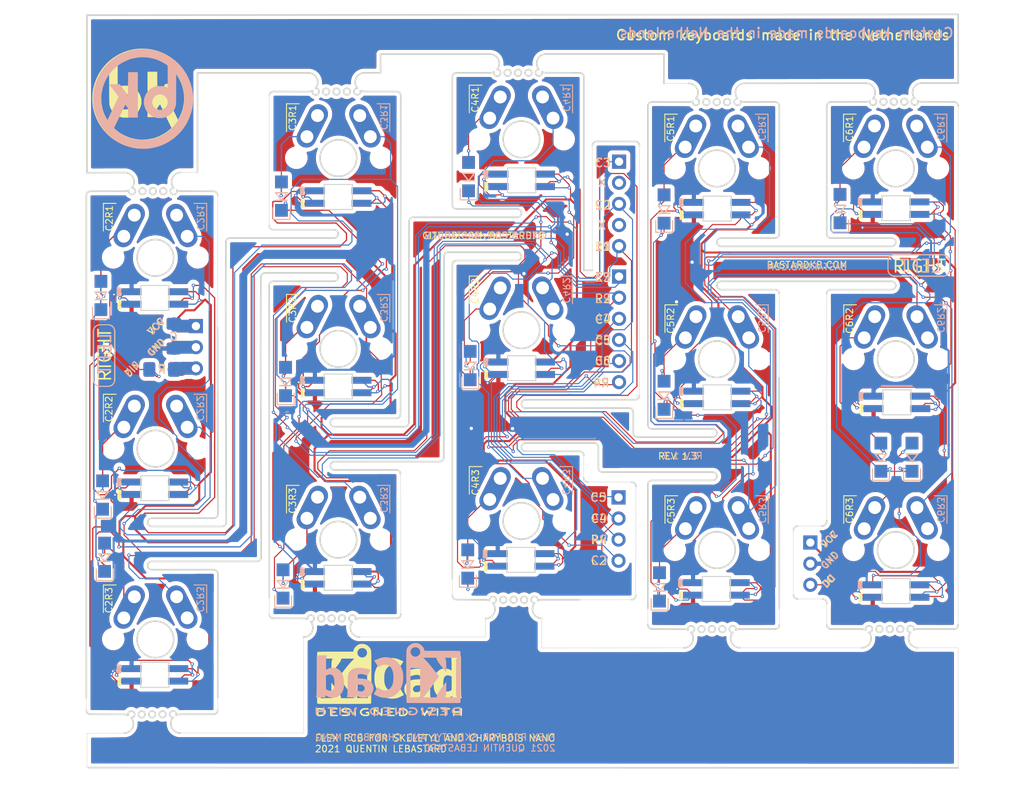
<source format=kicad_pcb>
(kicad_pcb (version 20210228) (generator pcbnew)
  (layers (0 "F.Cu" signal) (31 "B.Cu" signal) (34 "B.Paste" user) (35 "F.Paste" user) (36 "B.SilkS" user "B.Silkscreen") (37 "F.SilkS" user "F.Silkscreen") (38 "B.Mask" user) (39 "F.Mask" user) (44 "Edge.Cuts" user))
  (net 0 "")
  (net 1 "col1")
  (net 2 "col2")
  (net 3 "Net-(D9-Pad2)")
  (net 4 "col3")
  (net 5 "Net-(D5-Pad3)")
  (net 6 "Net-(D11-Pad2)")
  (net 7 "Net-(D12-Pad2)")
  (net 8 "Net-(D14-Pad2)")
  (net 9 "col4")
  (net 10 "Net-(D15-Pad2)")
  (net 11 "Net-(D16-Pad2)")
  (net 12 "Net-(D17-Pad2)")
  (net 13 "col5")
  (net 14 "col6")
  (net 15 "row3")
  (net 16 "row2")
  (net 17 "row4")
  (net 18 "row5")
  (net 19 "Net-(D13-Pad2)")
  (net 20 "Vcc")
  (net 21 "Net-(D32-Pad2)")
  (net 22 "Net-(D5-Pad1)")
  (net 23 "Net-(D33-Pad3)")
  (net 24 "Net-(D21-Pad3)")
  (net 25 "Net-(D19-Pad2)")
  (net 26 "Net-(D21-Pad1)")
  (net 27 "Net-(D23-Pad1)")
  (net 28 "Net-(D25-Pad1)")
  (net 29 "Net-(D37-Pad1)")
  (net 30 "Net-(D39-Pad1)")
  (net 31 "Net-(D41-Pad1)")
  (net 32 "Net-(D20-Pad2)")
  (net 33 "Net-(D27-Pad2)")
  (net 34 "Net-(D47-Pad1)")
  (net 35 "Net-(D49-Pad1)")
  (net 36 "Net-(D31-Pad2)")
  (net 37 "Net-(D55-Pad1)")
  (net 38 "Net-(D57-Pad1)")
  (net 39 "Gnd")
  (net 40 "Din")
  (net 41 "Dout")
  (net 42 "Net-(D35-Pad2)")
  (net 43 "Net-(D36-Pad2)")
  (net 45 "Net-(D51-Pad1)")
  (footprint "libs2:YS-SK6812MINI-E_REVERSE" (layer "F.Cu") (at 154.255999 72.317998)
    (fp_text reference "D55" hide)
    (fp_text value "SK6812MINI")
    (fp_line (start 1.7 -1.5) (end -1.7 -1.5) (layer "Edge.Cuts") (width 0.12))
    (fp_line (start -1.7 -1.5) (end -1.7 1.5) (layer "Edge.Cuts") (width 0.12))
    (fp_line (start -1.7 1.5) (end 1.7 1.5) (layer "Edge.Cuts") (width 0.12))
    (fp_line (start 1.7 1.5) (end 1.7 -1.5) (layer "Edge.Cuts") (width 0.12))
  )
  (footprint "custom:Diode_TH_SOD123" (layer "F.Cu") (at 125.8252 122.8644 90)
    (fp_text reference "D31" hide)
    (fp_text value "D")
  )
  (footprint "custom:Diode_TH_SOD123" (layer "F.Cu") (at 102.8752 73.5144 90)
    (fp_text reference "D13" hide)
    (fp_text value "D")
  )
  (footprint "Connector_PinHeader_2.54mm:PinHeader_1x03_P2.54mm_Vertical" (layer "F.Cu") (at 70.1 86.5)
    (fp_text reference "J3" hide)
    (fp_text value "Conn_01x03_Female")
  )
  (footprint "libs2:YS-SK6812MINI-E_REVERSE" (layer "F.Cu") (at 87.206 93.767999)
    (fp_text reference "D23" hide)
    (fp_text value "SK6812MINI")
    (fp_line (start -1.7 -1.5) (end -1.7 1.5) (layer "Edge.Cuts") (width 0.12))
    (fp_line (start 1.7 1.5) (end 1.7 -1.5) (layer "Edge.Cuts") (width 0.12))
    (fp_line (start 1.7 -1.5) (end -1.7 -1.5) (layer "Edge.Cuts") (width 0.12))
    (fp_line (start -1.7 1.5) (end 1.7 1.5) (layer "Edge.Cuts") (width 0.12))
  )
  (footprint "custom:Diode_TH_SOD123" (layer "F.Cu") (at 59.125 119.3 90)
    (fp_text reference "D12" hide)
    (fp_text value "D")
  )
  (footprint "custom:Diode_TH_SOD123" (layer "F.Cu") (at 80.8752 98.1644 90)
    (fp_text reference "D19" hide)
    (fp_text value "D")
  )
  (footprint "Capacitor_SMD:C_1206_3216Metric_Pad1.42x1.75mm_HandSolder" (layer "F.Cu") (at 67.45 87.7 -90)
    (fp_text reference "C1" hide)
    (fp_text value "C")
  )
  (footprint "custom:Diode_TH_SOD123" (layer "F.Cu") (at 103.071482 96.2452 90)
    (fp_text reference "D27" hide)
    (fp_text value "D")
  )
  (footprint "libs2:YS-SK6812MINI-E_REVERSE" (layer "F.Cu") (at 132.756 95.068)
    (fp_text reference "D49" hide)
    (fp_text value "SK6812MINI")
    (fp_line (start 1.7 1.5) (end 1.7 -1.5) (layer "Edge.Cuts") (width 0.12))
    (fp_line (start -1.7 -1.5) (end -1.7 1.5) (layer "Edge.Cuts") (width 0.12))
    (fp_line (start 1.7 -1.5) (end -1.7 -1.5) (layer "Edge.Cuts") (width 0.12))
    (fp_line (start -1.7 1.5) (end 1.7 1.5) (layer "Edge.Cuts") (width 0.12))
  )
  (footprint "libs2:YS-SK6812MINI-E_REVERSE" (layer "F.Cu") (at 65.165999 105.997999)
    (fp_text reference "D7" hide)
    (fp_text value "SK6812MINI")
    (fp_line (start 1.7 -1.5) (end -1.7 -1.5) (layer "Edge.Cuts") (width 0.12))
    (fp_line (start -1.7 -1.5) (end -1.7 1.5) (layer "Edge.Cuts") (width 0.12))
    (fp_line (start 1.7 1.5) (end 1.7 -1.5) (layer "Edge.Cuts") (width 0.12))
    (fp_line (start -1.7 1.5) (end 1.7 1.5) (layer "Edge.Cuts") (width 0.12))
  )
  (footprint "customs:PinHeader_1x05_P2.54mm_Vertical" (layer "F.Cu") (at 120.9608 66.719199)
    (fp_text reference "J2" hide)
    (fp_text value "Conn_01x05_Female")
  )
  (footprint "libs2:YS-SK6812MINI-E_REVERSE" (layer "F.Cu") (at 109.181 114.617999)
    (fp_text reference "D37" hide)
    (fp_text value "SK6812MINI")
    (fp_line (start -1.7 1.5) (end 1.7 1.5) (layer "Edge.Cuts") (width 0.12))
    (fp_line (start -1.7 -1.5) (end -1.7 1.5) (layer "Edge.Cuts") (width 0.12))
    (fp_line (start 1.7 -1.5) (end -1.7 -1.5) (layer "Edge.Cuts") (width 0.12))
    (fp_line (start 1.7 1.5) (end 1.7 -1.5) (layer "Edge.Cuts") (width 0.12))
  )
  (footprint "Connector_PinHeader_2.54mm:PinHeader_1x06_P2.54mm_Vertical" (layer "F.Cu") (at 120.9608 80.536799)
    (fp_text reference "J4" hide)
    (fp_text value "Conn_01x06_Female")
  )
  (footprint "Connector_PinHeader_2.54mm:PinHeader_1x03_P2.54mm_Vertical" (layer "F.Cu") (at 143.9552 112.5344)
    (fp_text reference "J5" hide)
    (fp_text value "Conn_01x03_Female")
  )
  (footprint "libs2:YS-SK6812MINI-E_REVERSE" (layer "F.Cu") (at 109.256 68.967999)
    (fp_text reference "D41" hide)
    (fp_text value "SK6812MINI")
    (fp_line (start -1.7 1.5) (end 1.7 1.5) (layer "Edge.Cuts") (width 0.12))
    (fp_line (start -1.7 -1.5) (end -1.7 1.5) (layer "Edge.Cuts") (width 0.12))
    (fp_line (start 1.7 -1.5) (end -1.7 -1.5) (layer "Edge.Cuts") (width 0.12))
    (fp_line (start 1.7 1.5) (end 1.7 -1.5) (layer "Edge.Cuts") (width 0.12))
  )
  (footprint "custom:Diode_TH_SOD123" (layer "F.Cu") (at 80.3752 75.8644 90)
    (fp_text reference "D11" hide)
    (fp_text value "D")
  )
  (footprint "LOGO" (layer "F.Cu") (at 93.237635 129.104936)
    (fp_text reference "G***" hide)
    (fp_text value "LOGO" hide)
  )
  (footprint "Resistor_SMD:R_1206_3216Metric_Pad1.42x1.75mm_HandSolder" (layer "F.Cu") (at 65.9875 91.7 180)
    (fp_text reference "R2" hide)
    (fp_text value "R")
  )
  (footprint "custom:Diode_TH_SOD123" (layer "F.Cu") (at 126.3752 99.8144 90)
    (fp_text reference "D32" hide)
    (fp_text value "D")
  )
  (footprint "custom:Diode_TH_SOD123" (layer "F.Cu") (at 58.6752 87.8144 90)
    (fp_text reference "D9" hide)
    (fp_text value "D")
  )
  (footprint "custom:Diode_TH_SOD123" (layer "F.Cu") (at 80.5752 122.5144 90)
    (fp_text reference "D17" hide)
    (fp_text value "D")
  )
  (footprint "libs2:YS-SK6812MINI-E_REVERSE" (layer "F.Cu") (at 87.206 116.767999)
    (fp_text reference "D25" hide)
    (fp_text value "SK6812MINI")
    (fp_line (start 1.7 -1.5) (end -1.7 -1.5) (layer "Edge.Cuts") (width 0.12))
    (fp_line (start 1.7 1.5) (end 1.7 -1.5) (layer "Edge.Cuts") (width 0.12))
    (fp_line (start -1.7 1.5) (end 1.7 1.5) (layer "Edge.Cuts") (width 0.12))
    (fp_line (start -1.7 -1.5) (end -1.7 1.5) (layer "Edge.Cuts") (width 0.12))
  )
  (footprint "custom:Diode_TH_SOD123" (layer "F.Cu") (at 126.3752 77.4144 90)
    (fp_text reference "D14" hide)
    (fp_text value "D")
  )
  (footprint "Connector_PinHeader_2.54mm:PinHeader_1x04_P2.54mm_Vertical" (layer "F.Cu") (at 120.9 107.1)
    (fp_text reference "J1" hide)
    (fp_text value "Conn_01x04_Female")
  )
  (footprint "custom:Diode_TH_SOD123" (layer "F.Cu") (at 102.7752 120.1144 90)
    (fp_text reference "D20" hide)
    (fp_text value "D")
  )
  (footprint "libs2:YS-SK6812MINI-E_REVERSE" (layer "F.Cu") (at 154.255999 118.367998)
    (fp_text reference "D59" hide)
    (fp_text value "SK6812MINI")
    (fp_line (start -1.7 -1.5) (end -1.7 1.5) (layer "Edge.Cuts") (width 0.12))
    (fp_line (start 1.7 -1.5) (end -1.7 -1.5) (layer "Edge.Cuts") (width 0.12))
    (fp_line (start 1.7 1.5) (end 1.7 -1.5) (layer "Edge.Cuts") (width 0.12))
    (fp_line (start -1.7 1.5) (end 1.7 1.5) (layer "Edge.Cuts") (width 0.12))
  )
  (footprint "libs2:YS-SK6812MINI-E_REVERSE" (layer "F.Cu") (at 154.355999 95.667998)
    (fp_text reference "D57" hide)
    (fp_text value "SK6812MINI")
    (fp_line (start -1.7 1.5) (end 1.7 1.5) (layer "Edge.Cuts") (width 0.12))
    (fp_line (start 1.7 1.5) (end 1.7 -1.5) (layer "Edge.Cuts") (width 0.12))
    (fp_line (start -1.7 -1.5) (end -1.7 1.5) (layer "Edge.Cuts") (width 0.12))
    (fp_line (start 1.7 -1.5) (end -1.7 -1.5) (layer "Edge.Cuts") (width 0.12))
  )
  (footprint "libs2:YS-SK6812MINI-E_REVERSE" (layer "F.Cu") (at 109.256 91.567999)
    (fp_text reference "D39" hide)
    (fp_text value "SK6812MINI")
    (fp_line (start -1.7 1.5) (end 1.7 1.5) (layer "Edge.Cuts") (width 0.12))
    (fp_line (start 1.7 1.5) (end 1.7 -1.5) (layer "Edge.Cuts") (width 0.12))
    (fp_line (start 1.7 -1.5) (end -1.7 -1.5) (layer "Edge.Cuts") (width 0.12))
    (fp_line (start -1.7 -1.5) (end -1.7 1.5) (layer "Edge.Cuts") (width 0.12))
  )
  (footprint "libs2:YS-SK6812MINI-E_REVERSE" (layer "F.Cu") (at 65.165999 83.107999)
    (fp_text reference "D33" hide)
    (fp_text value "SK6812MINI")
    (fp_line (start -1.7 1.5) (end 1.7 1.5) (layer "Edge.Cuts") (width 0.12))
    (fp_line (start 1.7 -1.5) (end -1.7 -1.5) (layer "Edge.Cuts") (width 0.12))
    (fp_line (start 1.7 1.5) (end 1.7 -1.5) (layer "Edge.Cuts") (width 0.12))
    (fp_line (start -1.7 -1.5) (end -1.7 1.5) (layer "Edge.Cuts") (width 0.12))
  )
  (footprint "custom:Diode_TH_SOD123" (layer "F.Cu") (at 156.1752 107.2644 90)
    (fp_text reference "D35" hide)
    (fp_text value "D")
  )
  (footprint "custom:Diode_TH_SOD123" (layer "F.Cu") (at 58.889893 111.8144 90)
    (fp_text reference "D15" hide)
    (fp_text value "D")
  )
  (footprint "libs2:YS-SK6812MINI-E_REVERSE" (layer "F.Cu") (at 132.656 118.118)
    (fp_text reference "D51" hide)
    (fp_text value "SK6812MINI")
    (fp_line (start -1.7 1.5) (end 1.7 1.5) (layer "Edge.Cuts") (width 0.12))
    (fp_line (start -1.7 -1.5) (end -1.7 1.5) (layer "Edge.Cuts") (width 0.12))
    (fp_line (start 1.7 -1.5) (end -1.7 -1.5) (layer "Edge.Cuts") (width 0.12))
    (fp_line (start 1.7 1.5) (end 1.7 -1.5) (layer "Edge.Cuts") (width 0.12))
  )
  (footprint "custom:Diode_TH_SOD123" (layer "F.Cu") (at 147.5252 77.3644 90)
    (fp_text reference "D16" hide)
    (fp_text value "D")
  )
  (footprint "LOGO" (layer "F.Cu") (at 63.65 59.125)
    (fp_text reference "G***" hide)
    (fp_text value "LOGO" hide)
  )
  (footprint "custom:Diode_TH_SOD123" (layer "F.Cu") (at 152.4252 107.2644 90)
    (fp_text reference "D36" hide)
    (fp_text value "D")
  )
  (footprint "libs2:YS-SK6812MINI-E_REVERSE" (layer "F.Cu") (at 65.1652 128.4544)
    (fp_text reference "D5" hide)
    (fp_text value "SK6812MINI")
    (fp_line (start -1.7 1.5) (end 1.7 1.5) (layer "Edge.Cuts") (width 0.12))
    (fp_line (start 1.7 -1.5) (end -1.7 -1.5) (layer "Edge.Cuts") (width 0.12))
    (fp_line (start 1.7 1.5) (end 1.7 -1.5) (layer "Edge.Cuts") (width 0.12))
    (fp_line (start -1.7 -1.5) (end -1.7 1.5) (layer "Edge.Cuts") (width 0.12))
  )
  (footprint "libs2:YS-SK6812MINI-E_REVERSE" (layer "F.Cu") (at 87.206 70.967999)
    (fp_text reference "D21" hide)
    (fp_text value "SK6812MINI")
    (fp_line (start -1.7 1.5) (end 1.7 1.5) (layer "Edge.Cuts") (width 0.12))
    (fp_line (start 1.7 -1.5) (end -1.7 -1.5) (layer "Edge.Cuts") (width 0.12))
    (fp_line (start 1.7 1.5) (end 1.7 -1.5) (layer "Edge.Cuts") (width 0.12))
    (fp_line (start -1.7 -1.5) (end -1.7 1.5) (layer "Edge.Cuts") (width 0.12))
  )
  (footprint "libs2:YS-SK6812MINI-E_REVERSE" (layer "F.Cu") (at 132.756 72.368)
    (fp_text reference "D47" hide)
    (fp_text value "SK6812MINI")
    (fp_line (start 1.7 -1.5) (end -1.7 -1.5) (layer "Edge.Cuts") (width 0.12))
    (fp_line (start -1.7 1.5) (end 1.7 1.5) (layer "Edge.Cuts") (width 0.12))
    (fp_line (start 1.7 1.5) (end 1.7 -1.5) (layer "Edge.Cuts") (width 0.12))
    (fp_line (start -1.7 -1.5) (end -1.7 1.5) (layer "Edge.Cuts") (width 0.12))
  )
  (footprint "Capacitor_SMD:C_1206_3216Metric_Pad1.42x1.75mm_HandSolder" (layer "B.Cu") (at 67.46 87.71 -90)
    (fp_text reference "C2" hide)
    (fp_text value "C")
  )
  (footprint "libs2:YS-SK6812MINI-E_REVERSE_NO_EDGECUT" (layer "B.Cu") (at 132.756 72.368)
    (fp_text reference "D48" hide)
    (fp_text value "SK6812MINI")
  )
  (footprint "LOGO" (layer "B.Cu") (at 93.337635 129.004936 180)
    (fp_text reference "G***" hide)
    (fp_text value "LOGO" hide)
  )
  (footprint "custom:SW_MX_reversible" (layer "B.Cu") (at 87.2534 112.1532 180)
    (fp_text reference "SW12" hide)
    (fp_text value "SW_Push")
  )
  (footprint "libs2:YS-SK6812MINI-E_REVERSE_NO_EDGECUT" (layer "B.Cu") (at 109.181 114.617999)
    (fp_text reference "D38" hide)
    (fp_text value "SK6812MINI")
  )
  (footprint "custom:SW_MX_reversible" (layer "B.Cu") (at 65.241599 101.1964 180)
    (fp_text reference "SW7" hide)
    (fp_text value "SW_Push")
  )
  (footprint "custom:SW_MX_reversible" (layer "B.Cu") (at 109.2244 86.9818 180)
    (fp_text reference "SW16" hide)
    (fp_text value "SW_Push")
  )
  (footprint "custom:SW_MX_reversible" (layer "B.Cu") (at 132.7464 90.4428 180)
    (fp_text reference "SW21" hide)
    (fp_text value "SW_Push")
  )
  (footprint "libs2:YS-SK6812MINI-E_REVERSE_NO_EDGECUT" (layer "B.Cu") (at 87.206 93.767999)
    (fp_text reference "D24" hide)
    (fp_text value "SK6812MINI")
  )
  (footprint "custom:SW_MX_reversible" (layer "B.Cu") (at 87.2534 89.1916 180)
    (fp_text reference "SW11" hide)
    (fp_text value "SW_Push")
  )
  (footprint "libs2:YS-SK6812MINI-E_REVERSE_NO_EDGECUT" (layer "B.Cu") (at 65.1652 128.4544)
    (fp_text reference "D6" hide)
    (fp_text value "SK6812MINI")
  )
  (footprint "libs2:YS-SK6812MINI-E_REVERSE_NO_EDGECUT" (layer "B.Cu") (at 132.756 95.068)
    (fp_text reference "D50" hide)
    (fp_text value "SK6812MINI")
  )
  (footprint "LOGO" (layer "B.Cu") (at 63.75 59.175 180)
    (fp_text reference "G***" hide)
    (fp_text value "LOGO" hide)
  )
  (footprint "libs2:YS-SK6812MINI-E_REVERSE_NO_EDGECUT" (layer "B.Cu") (at 87.206 70.967999)
    (fp_text reference "D22" hide)
    (fp_text value "SK6812MINI")
  )
  (footprint "custom:SW_MX_reversible" (layer "B.Cu") (at 109.2244 109.8926 180)
    (fp_text reference "SW17" hide)
    (fp_text value "SW_Push")
  )
  (footprint "libs2:YS-SK6812MINI-E_REVERSE_NO_EDGECUT" (layer "B.Cu") (at 87.206 116.767999)
    (fp_text reference "D26" hide)
    (fp_text value "SK6812MINI")
  )
  (footprint "libs2:YS-SK6812MINI-E_REVERSE_NO_EDGECUT" (layer "B.Cu") (at 109.256 68.967999)
    (fp_text reference "D42" hide)
    (fp_text value "SK6812MINI")
  )
  (footprint "custom:SW_MX_reversible" (layer "B.Cu") (at 109.2244 64.0202 180)
    (fp_text reference "SW15" hide)
    (fp_text value "SW_Push")
  )
  (footprint "libs2:YS-SK6812MINI-E_REVERSE_NO_EDGECUT" (layer "B.Cu") (at 65.165999 83.107999)
    (fp_text reference "D34" hide)
    (fp_text value "SK6812MINI")
  )
  (footprint "libs2:YS-SK6812MINI-E_REVERSE_NO_EDGECUT" (layer "B.Cu") (at 154.255999 118.367998)
    (fp_text reference "D60" hide)
    (fp_text value "SK6812MINI")
  )
  (footprint "custom:SW_MX_reversible" (layer "B.Cu") (at 154.209399 67.506598 180)
    (fp_text reference "SW24" hide)
    (fp_text value "SW_Push")
  )
  (footprint "Resistor_SMD:R_1206_3216Metric_Pad1.42x1.75mm_HandSolder" (layer "B.Cu") (at 65.98 91.72 180)
    (fp_text reference "R1" hide)
    (fp_text value "R")
  )
  (footprint "libs2:YS-SK6812MINI-E_REVERSE_NO_EDGECUT" (layer "B.Cu") (at 154.255999 72.317998)
    (fp_text reference "D56" hide)
    (fp_text value "SK6812MINI")
  )
  (footprint "custom:SW_MX_reversible" (layer "B.Cu") (at 65.241599 124.1326 180)
    (fp_text reference "SW8" hide)
    (fp_text value "SW_Push")
  )
  (footprint "custom:SW_MX_reversible" (layer "B.Cu") (at 87.2534 66.2554 180)
    (fp_text reference "SW10" hide)
    (fp_text value "SW_Push")
  )
  (footprint "custom:SW_MX_reversible" (layer "B.Cu") (at 154.234799 90.442798 180)
    (fp_text reference "SW25" hide)
    (fp_text value "SW_Push")
  )
  (footprint "custom:SW_MX_reversible" (layer "B.Cu") (at 154.234799 113.404398 180)
    (fp_text reference "SW26" hide)
    (fp_text value "SW_Push")
  )
  (footprint "libs2:YS-SK6812MINI-E_REVERSE_NO_EDGECUT" (layer "B.Cu") (at 132.656 118.118)
    (fp_text reference "D52" hide)
    (fp_text value "SK6812MINI")
  )
  (footprint "custom:SW_MX_reversible" (layer "B.Cu") (at 132.721 67.5066 180)
    (fp_text reference "SW20" hide)
    (fp_text value "SW_Push")
  )
  (footprint "custom:SW_MX_reversible" (layer "B.Cu") (at 132.7464 113.4044 180)
    (fp_text reference "SW22" hide)
    (fp_text value "SW_Push")
  )
  (footprint "libs2:YS-SK6812MINI-E_REVERSE_NO_EDGECUT" (layer "B.Cu") (at 65.165999 105.997999)
    (fp_text reference "D8" hide)
    (fp_text value "SK6812MINI")
  )
  (footprint "custom:SW_MX_reversible" (layer "B.Cu") (at 65.241599 78.2348 180)
    (fp_text reference "SW6" hide)
    (fp_text value "SW_Push")
  )
  (footprint "libs2:YS-SK6812MINI-E_REVERSE_NO_EDGECUT" (layer "B.Cu") (at 154.355999 95.667998)
    (fp_text reference "D58" hide)
    (fp_text value "SK6812MINI")
  )
  (footprint "libs2:YS-SK6812MINI-E_REVERSE_NO_EDGECUT" (layer "B.Cu") (at 109.256 91.567999)
    (fp_text reference "D40" hide)
    (fp_text value "SK6812MINI")
  )
  (gr_arc (start 58.571723 87.13811) (end 57.771005 87.118592) (angle 86.48289605) (layer "B.SilkS") (width 0.12))
  (gr_line (start 153.287362 78.700101) (end 153.287362 79.719212) (layer "B.SilkS") (width 0.12))
  (gr_arc (start 59.541365 92.939263) (end 60.342083 92.958781) (angle 86.48289605) (layer "B.SilkS") (width 0.12))
  (gr_arc (start 58.571389 92.939512) (end 58.551894 93.73967) (angle 88.31225953) (layer "B.SilkS") (width 0.12))
  (gr_arc (start 159.888922 78.71993) (end 159.90844 77.919212) (angle 86.48289605) (layer "B.SilkS") (width 0.12))
  (gr_arc (start 159.889171 79.689906) (end 160.689329 79.709401) (angle 88.31225953) (layer "B.SilkS") (width 0.12))
  (gr_line (start 58.551894 93.73967) (end 59.571005 93.73967) (layer "B.SilkS") (width 0.12))
  (gr_line (start 160.689329 79.709401) (end 160.689329 78.69029) (layer "B.SilkS") (width 0.12))
  (gr_line (start 60.342084 87.133781) (end 60.342083 92.958781) (layer "B.SilkS") (width 0.12))
  (gr_line (start 159.893251 80.490291) (end 154.068251 80.49029) (layer "B.SilkS") (width 0.12))
  (gr_line (start 59.561194 86.337703) (end 58.542083 86.337703) (layer "B.SilkS") (width 0.12))
  (gr_arc (start 154.08752 78.719596) (end 153.287362 78.700101) (angle 88.31225953) (layer "B.SilkS") (width 0.12))
  (gr_line (start 154.08344 77.919212) (end 159.90844 77.919212) (layer "B.SilkS") (width 0.12))
  (gr_line (start 57.771005 92.943592) (end 57.771005 87.118592) (layer "B.SilkS") (width 0.12))
  (gr_arc (start 154.087769 79.689572) (end 154.068251 80.49029) (angle 86.48289605) (layer "B.SilkS") (width 0.12))
  (gr_arc (start 59.541699 87.137861) (end 59.561194 86.337703) (angle 88.31225953) (layer "B.SilkS") (width 0.12))
  (gr_arc (start 58.571389 87.13786) (end 58.551894 86.337702) (angle -88.31225953) (layer "F.SilkS") (width 0.12))
  (gr_line (start 57.771005 87.13378) (end 57.771005 92.95878) (layer "F.SilkS") (width 0.12))
  (gr_line (start 60.342084 92.943591) (end 60.342083 87.118591) (layer "F.SilkS") (width 0.12))
  (gr_line (start 154.083441 80.490291) (end 159.908441 80.49029) (layer "F.SilkS") (width 0.12))
  (gr_arc (start 58.571723 92.939262) (end 57.771005 92.95878) (angle -86.48289605) (layer "F.SilkS") (width 0.12))
  (gr_line (start 58.551894 86.337702) (end 59.571005 86.337702) (layer "F.SilkS") (width 0.12))
  (gr_arc (start 159.888923 79.689572) (end 159.908441 80.49029) (angle -86.48289605) (layer "F.SilkS") (width 0.12))
  (gr_arc (start 154.087521 79.689906) (end 153.287363 79.709401) (angle -88.31225953) (layer "F.SilkS") (width 0.12))
  (gr_line (start 153.287363 79.709401) (end 153.287363 78.69029) (layer "F.SilkS") (width 0.12))
  (gr_line (start 59.561194 93.739669) (end 58.542083 93.739669) (layer "F.SilkS") (width 0.12))
  (gr_arc (start 154.08777 78.71993) (end 154.068252 77.919212) (angle -86.48289605) (layer "F.SilkS") (width 0.12))
  (gr_arc (start 59.541365 87.138109) (end 60.342083 87.118591) (angle -86.48289605) (layer "F.SilkS") (width 0.12))
  (gr_line (start 159.893252 77.919212) (end 154.068252 77.919212) (layer "F.SilkS") (width 0.12))
  (gr_arc (start 159.889172 78.719596) (end 160.68933 78.700101) (angle -88.31225953) (layer "F.SilkS") (width 0.12))
  (gr_arc (start 59.541699 92.939511) (end 59.561194 93.739669) (angle -88.31225953) (layer "F.SilkS") (width 0.12))
  (gr_line (start 160.68933 78.700101) (end 160.68933 79.719212) (layer "F.SilkS") (width 0.12))
  (gr_circle (center 131.453005 59.548363) (end 131.853005 59.548363) (layer "Edge.Cuts") (width 0.2) (fill none))
  (gr_line (start 118.9752 104.059399) (end 132.2252 104.059399) (layer "Edge.Cuts") (width 0.2))
  (gr_arc (start 134.622999 122.941817) (end 135.006921 123.054083) (angle -288.549607) (layer "Edge.Cuts") (width 0.2))
  (gr_line (start 83.036926 123.905776) (end 83.0352 135.4444) (layer "Edge.Cuts") (width 0.05))
  (gr_arc (start 116.2252 102.0594) (end 116.7252 102.0594) (angle -90) (layer "Edge.Cuts") (width 0.2))
  (gr_line (start 140.199997 92.719999) (end 140.2252 120.434398) (layer "Edge.Cuts") (width 0.2))
  (gr_line (start 86.749999 97.599999) (end 94.196447 97.596447) (layer "Edge.Cuts") (width 0.2))
  (gr_arc (start 73.246448 110.096446) (end 73.246448 110.596445) (angle -90) (layer "Edge.Cuts") (width 0.2))
  (gr_line (start 90.373 58.284) (end 94.2252 58.2844) (layer "Edge.Cuts") (width 0.2))
  (gr_arc (start 83.907998 121.654253) (end 83.893691 122.053997) (angle -288.549607) (layer "Edge.Cuts") (width 0.2))
  (gr_arc (start 105.441036 54.909003) (end 106.302296 55.632781) (angle -130.1427885) (layer "Edge.Cuts") (width 0.2))
  (gr_arc (start 61.464963 134.326984) (end 61.466926 135.451983) (angle -130.1427885) (layer "Edge.Cuts") (width 0.2))
  (gr_line (start 124.4252 105.5594) (end 124.4252 120.434398) (layer "Edge.Cuts") (width 0.2))
  (gr_arc (start 64.800001 110.099999) (end 64.8 109.599998) (angle -180) (layer "Edge.Cuts") (width 0.2))
  (gr_line (start 94.7 81.55) (end 94.696447 97.096447) (layer "Edge.Cuts") (width 0.2))
  (gr_arc (start 72.225201 132.684399) (end 72.225201 133.184399) (angle -90) (layer "Edge.Cuts") (width 0.2))
  (gr_arc (start 118.9752 103.559399) (end 118.4752 103.559399) (angle -90) (layer "Edge.Cuts") (width 0.2))
  (gr_arc (start 61.546044 69.152796) (end 61.548008 70.277793) (angle -25.89275579) (layer "Edge.Cuts") (width 0.2))
  (gr_arc (start 124.9252 105.5594) (end 124.9252 105.0594) (angle -90) (layer "Edge.Cuts") (width 0.2))
  (gr_circle (center 109.2252 86.9844) (end 111.4252 86.9844) (layer "Edge.Cuts") (width 0.2) (fill none))
  (gr_circle (center 133.373 122.943999) (end 132.973 122.943999) (layer "Edge.Cuts") (width 0.2) (fill none))
  (gr_line (start 161.7252 139.634398) (end 57.2 139.6) (layer "Edge.Cuts") (width 0.2))
  (gr_line (start 101.425201 78.6094) (end 108.7252 78.6094) (layer "Edge.Cuts") (width 0.2))
  (gr_arc (start 122.903 94.843999) (end 122.903 95.343999) (angle -90) (layer "Edge.Cuts") (width 0.2))
  (gr_line (start 140.2252 82.609399) (end 140.199997 92.719999) (layer "Edge.Cuts") (width 0.05))
  (gr_arc (start 94.236482 121.144) (end 94.236482 121.644) (angle -90) (layer "Edge.Cuts") (width 0.2))
  (gr_line (start 70.289867 56.044) (end 70.289867 68) (layer "Edge.Cuts") (width 0.2))
  (gr_line (start 145.9252 120.434398) (end 145.935199 119.8244) (layer "Edge.Cuts") (width 0.05))
  (gr_arc (start 117.9752 101.059399) (end 118.4752 101.059399) (angle -90) (layer "Edge.Cuts") (width 0.2))
  (gr_line (start 72.699999 86.614999) (end 72.725201 70.7844) (layer "Edge.Cuts") (width 0.05))
  (gr_line (start 86.703553 74.903553) (end 79.403553 74.903553) (layer "Edge.Cuts") (width 0.2))
  (gr_arc (start 139.7252 60.0392) (end 140.23 60.04) (angle -90.09080148) (layer "Edge.Cuts") (width 0.2))
  (gr_arc (start 122.471801 118.9) (end 122.471801 119.4) (angle -90) (layer "Edge.Cuts") (width 0.2))
  (gr_arc (start 86.703554 75.403553) (end 87.203553 75.403553) (angle -90) (layer "Edge.Cuts") (width 0.2))
  (gr_line (start 161.7252 54.034401) (end 161.7252 49) (layer "Edge.Cuts") (width 0.2))
  (gr_arc (start 146.4252 60.0344) (end 146.4252 59.5344) (angle -90) (layer "Edge.Cuts") (width 0.2))
  (gr_circle (center 87.657991 121.647708) (end 87.257991 121.647708) (layer "Edge.Cuts") (width 0.2) (fill none))
  (gr_arc (start 79.4252 58.7844) (end 79.4252 58.2844) (angle -90) (layer "Edge.Cuts") (width 0.2))
  (gr_arc (start 153.7252 76.409399) (end 154.2252 76.409399) (angle -90) (layer "Edge.Cuts") (width 0.2))
  (gr_arc (start 153.7252 81.609399) (end 154.2252 81.609399) (angle -90) (layer "Edge.Cuts") (width 0.2))
  (gr_arc (start 122.1752 96.859399) (end 122.675199 96.859399) (angle -90) (layer "Edge.Cuts") (width 0.2))
  (gr_arc (start 135.202998 59.541818) (end 135.217305 59.142074) (angle -288.549607) (layer "Edge.Cuts") (width 0.2))
  (gr_circle (center 109.547991 119.413915) (end 109.147991 119.413915) (layer "Edge.Cuts") (width 0.2) (fill none))
  (gr_line (start 95.7 81.55) (end 95.7252 73.909399) (layer "Edge.Cuts") (width 0.2))
  (gr_line (start 116.2252 101.559399) (end 109.7252 101.5594) (layer "Edge.Cuts") (width 0.2))
  (gr_arc (start 129.326044 58.427075) (end 129.328008 59.552072) (angle -25.89275579) (layer "Edge.Cuts") (width 0.2))
  (gr_line (start 72.225201 133.184399) (end 68.212988 133.190206) (layer "Edge.Cuts") (width 0.2))
  (gr_arc (start 99.396447 102.296447) (end 99.396447 102.796446) (angle -90) (layer "Edge.Cuts") (width 0.2))
  (gr_arc (start 101.4252 56.5344) (end 101.4252 56.0344) (angle -90) (layer "Edge.Cuts") (width 0.2))
  (gr_line (start 145.9352 104.054401) (end 145.9252 82.6094) (layer "Edge.Cuts") (width 0.05))
  (gr_arc (start 104.924963 120.546984) (end 104.926926 121.671983) (angle -130.1427885) (layer "Edge.Cuts") (width 0.2))
  (gr_arc (start 128.749972 124.077068) (end 128.751935 125.202067) (angle -130.1427885) (layer "Edge.Cuts") (width 0.2))
  (gr_line (start 94.736482 121.144) (end 94.696446 104.296448) (layer "Edge.Cuts") (width 0.05))
  (gr_circle (center 152.748009 59.522072) (end 153.148009 59.522072) (layer "Edge.Cuts") (width 0.2) (fill none))
  (gr_line (start 61.463 133.201987) (end 57.4252 133.184399) (layer "Edge.Cuts") (width 0.2))
  (gr_line (start 109.725199 95.359399) (end 116.2252 95.3594) (layer "Edge.Cuts") (width 0.2))
  (gr_arc (start 104.924963 120.546984) (end 105.41447 119.534065) (angle -25.89275579) (layer "Edge.Cuts") (width 0.2))
  (gr_arc (start 130.203006 59.550545) (end 129.819084 59.438279) (angle -288.549607) (layer "Edge.Cuts") (width 0.2))
  (gr_arc (start 139.7252 75.409399) (end 139.7252 75.909399) (angle -90) (layer "Edge.Cuts") (width 0.2))
  (gr_line (start 140.23 60.04) (end 140.2252 75.409399) (layer "Edge.Cuts") (width 0.2))
  (gr_arc (start 136.076033 58.415294) (end 135.586526 59.428213) (angle -25.89275579) (layer "Edge.Cuts") (width 0.2))
  (gr_arc (start 145.320019 109.938463) (end 145.3352 110.5544) (angle -91.75738762) (layer "Edge.Cuts") (width 0.2))
  (gr_line (start 123.403 94.843999) (end 123.413 64.793598) (layer "Edge.Cuts") (width 0.05))
  (gr_arc (start 89.498002 58.285527) (end 89.512309 57.885783) (angle -288.549607) (layer "Edge.Cuts") (width 0.2))
  (gr_arc (start 128.749972 124.077068) (end 129.239479 123.064149) (angle -25.89275579) (layer "Edge.Cuts") (width 0.2))
  (gr_arc (start 151.49801 59.524254) (end 151.114088 59.411988) (angle -288.549607) (layer "Edge.Cuts") (width 0.2))
  (gr_line (start 132.2252 99.859399) (end 123.1752 99.859399) (layer "Edge.Cuts") (width 0.2))
  (gr_arc (start 68.296033 69.141015) (end 68.29407 68.016016) (angle -130.1427885) (layer "Edge.Cuts") (width 0.2))
  (gr_circle (center 153.998007 59.519891) (end 154.398007 59.519891) (layer "Edge.Cuts") (width 0.2) (fill none))
  (gr_line (start 78.9252 121.143999) (end 78.9252 119.143999) (layer "Edge.Cuts") (width 0.05))
  (gr_arc (start 124.9252 122.434398) (end 124.4252 122.434398) (angle -90) (layer "Edge.Cuts") (width 0.2))
  (gr_arc (start 150.134963 124.066984) (end 150.62447 123.054065) (angle -25.89275579) (layer "Edge.Cuts") (width 0.2))
  (gr_circle (center 107.567997 56.030291) (end 107.967997 56.030291) (layer "Edge.Cuts") (width 0.2) (fill none))
  (gr_line (start 122.9898 105.769598) (end 122.971801 118.9) (layer "Edge.Cuts") (width 0.05))
  (gr_arc (start 95.196447 98.096447) (end 95.196447 98.596446) (angle -90) (layer "Edge.Cuts") (width 0.2))
  (gr_line (start 57 49.1) (end 57 68.05) (layer "Edge.Cuts") (width 0.2))
  (gr_circle (center 132.7252 113.434398) (end 134.9252 113.434398) (layer "Edge.Cuts") (width 0.2) (fill none))
  (gr_line (start 100.9252 118.893999) (end 100.9252 116.893999) (layer "Edge.Cuts") (width 0.05))
  (gr_arc (start 133.2252 81.609399) (end 133.2252 81.109399) (angle -180) (layer "Edge.Cuts") (width 0.2))
  (gr_arc (start 67.33799 133.191733) (end 67.721912 133.303999) (angle -288.549607) (layer "Edge.Cuts") (width 0.2))
  (gr_arc (start 57.4252 70.7844) (end 57.425201 70.2844) (angle -90) (layer "Edge.Cuts") (width 0.2))
  (gr_circle (center 86.998007 58.289891) (end 87.398007 58.289891) (layer "Edge.Cuts") (width 0.2) (fill none))
  (gr_arc (start 146.4252 82.6094) (end 146.4252 82.1094) (angle -90) (layer "Edge.Cuts") (width 0.2))
  (gr_arc (start 89.784952 122.768996) (end 88.923692 122.045218) (angle -130.1427885) (layer "Edge.Cuts") (width 0.2))
  (gr_line (start 72.746448 109.096446) (end 72.699999 86.614999) (layer "Edge.Cuts") (width 0.2))
  (gr_arc (start 86.703554 75.403554) (end 86.703554 75.903553) (angle -90.00000171) (layer "Edge.Cuts") (width 0.2))
  (gr_line (start 124.425199 98.359399) (end 124.4252 60.0344) (layer "Edge.Cuts") (width 0.2))
  (gr_line (start 124.9252 105.0594) (end 132.2252 105.0594) (layer "Edge.Cuts") (width 0.2))
  (gr_circle (center 66.173 70.269721) (end 66.573 70.269721) (layer "Edge.Cuts") (width 0.2) (fill none))
  (gr_arc (start 156.884952 124.055203) (end 156.882988 122.930206) (angle -25.89275579) (layer "Edge.Cuts") (width 0.2))
  (gr_arc (start 132.2252 104.5594) (end 132.2252 105.0594) (angle -90.00000171) (layer "Edge.Cuts") (width 0.2))
  (gr_arc (start 117.1906 104.7336) (end 116.6906 104.7336) (angle -90) (layer "Edge.Cuts") (width 0.2))
  (gr_arc (start 156.498002 59.515527) (end 156.512309 59.115783) (angle -288.549607) (layer "Edge.Cuts") (width 0.2))
  (gr_line (start 57 139.6) (end 57.2 139.6) (layer "Edge.Cuts") (width 0.05))
  (gr_arc (start 83.621048 57.170784) (end 84.482308 57.894562) (angle -130.1427885) (layer "Edge.Cuts") (width 0.2))
  (gr_line (start 111.6752 125.2144) (end 111.676917 121.660201) (layer "Edge.Cuts") (width 0.05))
  (gr_arc (start 78.403554 80.603554) (end 78.403553 80.103554) (angle -90) (layer "Edge.Cuts") (width 0.2))
  (gr_line (start 78.9252 58.7844) (end 78.903553 74.403553) (layer "Edge.Cuts") (width 0.05))
  (gr_line (start 77.903553 80.603553) (end 77.878353 89.244155) (layer "Edge.Cuts") (width 0.2))
  (gr_arc (start 151.007998 122.94046) (end 150.993691 123.340204) (angle -288.549607) (layer "Edge.Cuts") (width 0.2))
  (gr_arc (start 90.371037 57.159003) (end 89.88153 58.171922) (angle -25.89275579) (layer "Edge.Cuts") (width 0.2))
  (gr_line (start 126.360533 53.772223) (end 112.189062 53.772223) (layer "Edge.Cuts") (width 0.2))
  (gr_line (start 68.297996 70.266012) (end 72.225201 70.2844) (layer "Edge.Cuts") (width 0.2))
  (gr_line (start 64.800001 115.799999) (end 72.246448 115.796448) (layer "Edge.Cuts") (width 0.2))
  (gr_line (start 145.9252 122.434398) (end 145.9252 120.434398) (layer "Edge.Cuts") (width 0.05))
  (gr_line (start 116.6906 104.7336) (end 116.7252 102.0594) (layer "Edge.Cuts") (width 0.05))
  (gr_line (start 73.678353 84.044154) (end 73.703553 76.403553) (layer "Edge.Cuts") (width 0.2))
  (gr_arc (start 101.4252 71.909399) (end 100.9252 71.909399) (angle -90) (layer "Edge.Cuts") (width 0.2))
  (gr_line (start 122.4898 105.269598) (end 117.1906 105.2336) (layer "Edge.Cuts") (width 0.05))
  (gr_arc (start 89.784952 122.768996) (end 89.782988 121.643999) (angle -25.89275579) (layer "Edge.Cuts") (width 0.2))
  (gr_circle (center 109.2252 109.934399) (end 111.4252 109.934399) (layer "Edge.Cuts") (width 0.2) (fill none))
  (gr_circle (center 108.297993 119.416096) (end 107.897993 119.416096) (layer "Edge.Cuts") (width 0.2) (fill none))
  (gr_circle (center 65.225201 78.2844) (end 67.425201 78.2844) (layer "Edge.Cuts") (width 0.2) (fill none))
  (gr_circle (center 86.407993 121.649889) (end 86.007993 121.649889) (layer "Edge.Cuts") (width 0.2) (fill none))
  (gr_arc (start 94.2252 58.7844) (end 94.7252 58.7844) (angle -90) (layer "Edge.Cuts") (width 0.2))
  (gr_circle (center 65.2352 101.2344) (end 67.435199 101.2344) (layer "Edge.Cuts") (width 0.2) (fill none))
  (gr_circle (center 63.673005 70.274084) (end 64.073005 70.274084) (layer "Edge.Cuts") (width 0.2) (fill none))
  (gr_arc (start 150.134963 124.066984) (end 150.136926 125.191983) (angle -130.1427885) (layer "Edge.Cuts") (width 0.2))
  (gr_line (start 86.703553 75.903553) (end 74.203553 75.903553) (layer "Edge.Cuts") (width 0.2))
  (gr_line (start 105.443 56.034) (end 101.4252 56.0344) (layer "Edge.Cuts") (width 0.2))
  (gr_line (start 92.293 53.784) (end 92.293 56.034) (layer "Edge.Cuts") (width 0.2))
  (gr_arc (start 156.884952 124.055203) (end 156.023692 123.331425) (angle -130.1427885) (layer "Edge.Cuts") (width 0.2))
  (gr_arc (start 72.246448 116.296447) (end 72.746447 116.296447) (angle -90) (layer "Edge.Cuts") (width 0.2))
  (gr_arc (start 142.4252 118.824398) (end 141.925199 118.824398) (angle -90) (layer "Edge.Cuts") (width 0.2))
  (gr_line (start 117.9752 100.559399) (end 109.7252 100.5594) (layer "Edge.Cuts") (width 0.2))
  (gr_arc (start 139.7252 122.434398) (end 139.7252 122.934398) (angle -90) (layer "Edge.Cuts") (width 0.2))
  (gr_line (start 95.196447 98.596446) (end 86.749999 98.6) (layer "Edge.Cuts") (width 0.2))
  (gr_circle (center 154.225199 67.5344) (end 156.425198 67.5344) (layer "Edge.Cuts") (width 0.2) (fill none))
  (gr_line (start 156.882988 122.930206) (end 161.2252 122.934398) (layer "Edge.Cuts") (width 0.2))
  (gr_arc (start 156.00799 122.931733) (end 156.391912 123.043999) (angle -288.549607) (layer "Edge.Cuts") (width 0.2))
  (gr_arc (start 64.800001 115.299999) (end 64.800001 114.799999) (angle -180) (layer "Edge.Cuts") (width 0.2))
  (gr_arc (start 79.403554 81.603554) (end 79.403554 81.103554) (angle -90) (layer "Edge.Cuts") (width 0.2))
  (gr_line (start 95.7 81.55) (end 95.696446 98.096447) (layer "Edge.Cuts") (width 0.2))
  (gr_circle (center 85.748009 58.292072) (end 86.148009 58.292072) (layer "Edge.Cuts") (width 0.2) (fill none))
  (gr_circle (center 87.2252 89.234399) (end 89.4252 89.234399) (layer "Edge.Cuts") (width 0.2) (fill none))
  (gr_line (start 117.763 64.783999) (end 117.753 79.793999) (layer "Edge.Cuts") (width 0.05))
  (gr_line (start 77.878353 89.244155) (end 77.946447 114.296446) (layer "Edge.Cuts") (width 0.2))
  (gr_line (start 99.9252 78.109399) (end 99.9 86.750001) (layer "Edge.Cuts") (width 0.2))
  (gr_line (start 161.7252 120.434398) (end 161.7252 60.0344) (layer "Edge.Cuts") (width 0.05))
  (gr_circle (center 152.257996 122.938278) (end 151.857996 122.938278) (layer "Edge.Cuts") (width 0.2) (fill none))
  (gr_arc (start 86.703554 80.603553) (end 87.203553 80.603553) (angle -90) (layer "Edge.Cuts") (width 0.2))
  (gr_arc (start 108.725201 72.9094) (end 108.725201 73.409399) (angle -90.00000171) (layer "Edge.Cuts") (width 0.2))
  (gr_line (start 142.4252 110.554399) (end 145.3352 110.554399) (layer "Edge.Cuts") (width 0.05))
  (gr_line (start 72.725201 132.684399) (end 72.725201 131.184399) (layer "Edge.Cuts") (width 0.05))
  (gr_arc (start 108.725201 72.909399) (end 109.2252 72.909399) (angle -90) (layer "Edge.Cuts") (width 0.2))
  (gr_line (start 161.7252 49) (end 57 49.1) (layer "Edge.Cuts") (width 0.2))
  (gr_circle (center 63.587996 133.198278) (end 63.187996 133.198278) (layer "Edge.Cuts") (width 0.2) (fill none))
  (gr_arc (start 153.7252 81.6094) (end 153.7252 82.1094) (angle -90.00000171) (layer "Edge.Cuts") (width 0.2))
  (gr_circle (center 153.507993 122.936096) (end 153.107993 122.936096) (layer "Edge.Cuts") (width 0.2) (fill none))
  (gr_arc (start 129.326044 58.427075) (end 130.187304 59.150853) (angle -130.1427885) (layer "Edge.Cuts") (width 0.2))
  (gr_line (start 57.425201 70.2844) (end 61.548008 70.277793) (layer "Edge.Cuts") (width 0.2))
  (gr_line (start 94.236482 121.644) (end 89.782988 121.643999) (layer "Edge.Cuts") (width 0.2))
  (gr_circle (center 110.067992 56.025928) (end 110.467992 56.025928) (layer "Edge.Cuts") (width 0.2) (fill none))
  (gr_arc (start 139.7252 82.609399) (end 140.2252 82.609399) (angle -90) (layer "Edge.Cuts") (width 0.2))
  (gr_line (start 79.4252 58.2844) (end 83.623012 58.295781) (layer "Edge.Cuts") (width 0.2))
  (gr_arc (start 132.2252 104.559399) (end 132.7252 104.559399) (angle -90) (layer "Edge.Cuts") (width 0.2))
  (gr_arc (start 161.2252 60.0344) (end 161.7252 60.0344) (angle -90) (layer "Edge.Cuts") (width 0.2))
  (gr_line (start 116.7252 79.793999) (end 117.753 79.793999) (layer "Edge.Cuts") (width 0.2))
  (gr_line (start 105.439071 53.784005) (end 92.293 53.784) (layer "Edge.Cuts") (width 0.2))
  (gr_arc (start 150.621048 58.400784) (end 151.482308 59.124562) (angle -130.1427885) (layer "Edge.Cuts") (width 0.2))
  (gr_line (start 128.751935 125.202067) (end 111.6752 125.2144) (layer "Edge.Cuts") (width 0.05))
  (gr_arc (start 157.371037 58.389003) (end 156.88153 59.401922) (angle -25.89275579) (layer "Edge.Cuts") (width 0.2))
  (gr_arc (start 84.49801 58.294254) (end 84.114088 58.181988) (angle -288.549607) (layer "Edge.Cuts") (width 0.2))
  (gr_line (start 73.678353 84.044154) (end 73.746447 110.096446) (layer "Edge.Cuts") (width 0.2))
  (gr_line (start 161.733 57.264004) (end 161.7252 54.034401) (layer "Edge.Cuts") (width 0.2))
  (gr_arc (start 116.2252 56.5344) (end 116.7252 56.5344) (angle -90) (layer "Edge.Cuts") (width 0.2))
  (gr_line (start 108.7252 72.409399) (end 101.4252 72.409399) (layer "Edge.Cuts") (width 0.2))
  (gr_circle (center 65.2252 124.184399) (end 67.4252 124.184399) (layer "Edge.Cuts") (width 0.2) (fill none))
  (gr_line (start 100.925201 79.1094) (end 100.9252 116.893999) (layer "Edge.Cuts") (width 0.2))
  (gr_line (start 139.7252 82.109399) (end 133.2252 82.109399) (layer "Edge.Cuts") (width 0.2))
  (gr_arc (start 79.4252 121.143999) (end 78.9252 121.143999) (angle -90) (layer "Edge.Cuts") (width 0.2))
  (gr_circle (center 64.837993 133.196096) (end 64.437993 133.196096) (layer "Edge.Cuts") (width 0.2) (fill none))
  (gr_arc (start 79.403553 74.403553) (end 78.903553 74.403553) (angle -90) (layer "Edge.Cuts") (width 0.2))
  (gr_circle (center 87.2252 66.284399) (end 89.4252 66.284399) (layer "Edge.Cuts") (width 0.2) (fill none))
  (gr_arc (start 133.2252 76.409399) (end 133.2252 75.909399) (angle -180) (layer "Edge.Cuts") (width 0.2))
  (gr_arc (start 61.464963 134.326984) (end 61.95447 133.314065) (angle -25.89275579) (layer "Edge.Cuts") (width 0.2))
  (gr_circle (center 107.047996 119.418278) (end 106.647996 119.418278) (layer "Edge.Cuts") (width 0.2) (fill none))
  (gr_arc (start 105.797998 119.42046) (end 105.783691 119.820204) (angle -288.549607) (layer "Edge.Cuts") (width 0.2))
  (gr_line (start 129.324079 57.302077) (end 126.353 57.302077) (layer "Edge.Cuts") (width 0.05))
  (gr_line (start 64.8 109.599998) (end 72.246448 109.596446) (layer "Edge.Cuts") (width 0.2))
  (gr_arc (start 157.371037 58.389003) (end 157.369074 57.264004) (angle -130.1427885) (layer "Edge.Cuts") (width 0.2))
  (gr_line (start 150.619083 57.275786) (end 136.07407 57.290295) (layer "Edge.Cuts") (width 0.2))
  (gr_line (start 145.9352 104.054401) (end 145.9352 109.9044) (layer "Edge.Cuts") (width 0.05))
  (gr_line (start 118.4752 101.0594) (end 118.4752 103.559399) (layer "Edge.Cuts") (width 0.2))
  (gr_line (start 124.4252 122.434398) (end 124.4252 120.434398) (layer "Edge.Cuts") (width 0.05))
  (gr_arc (start 153.7252 76.4094) (end 153.7252 76.9094) (angle -90.00000171) (layer "Edge.Cuts") (width 0.2))
  (gr_line (start 128.748009 122.952071) (end 124.9252 122.934398) (layer "Edge.Cuts") (width 0.2))
  (gr_arc (start 161.2252 122.434398) (end 161.2252 122.934398) (angle -90) (layer "Edge.Cuts") (width 0.2))
  (gr_line (start 150.133 122.941987) (end 146.4252 122.934398) (layer "Edge.Cuts") (width 0.2))
  (gr_arc (start 112.191025 54.897222) (end 111.701518 55.910141) (angle -25.89275579) (layer "Edge.Cuts") (width 0.2))
  (gr_circle (center 132.7252 67.534399) (end 134.9252 67.534399) (layer "Edge.Cuts") (width 0.2) (fill none))
  (gr_line (start 129.328008 59.552072) (end 124.9252 59.5344) (layer "Edge.Cuts") (width 0.2))
  (gr_line (start 145.925199 75.409399) (end 145.9252 60.0344) (layer "Edge.Cuts") (width 0.2))
  (gr_arc (start 124.9252 60.0344) (end 124.9252 59.5344) (angle -90) (layer "Edge.Cuts") (width 0.2))
  (gr_line (start 61.466926 135.451983) (end 57 135.5) (layer "Edge.Cuts") (width 0.05))
  (gr_arc (start 124.925199 98.359399) (end 124.425199 98.359399) (angle -90) (layer "Edge.Cuts") (width 0.2))
  (gr_line (start 57 135.5) (end 57 139.6) (layer "Edge.Cuts") (width 0.05))
  (gr_arc (start 142.4252 111.0544) (end 142.4252 110.554399) (angle -90) (layer "Edge.Cuts") (width 0.2))
  (gr_line (start 83.033 121.65578) (end 79.4252 121.643999) (layer "Edge.Cuts") (width 0.2))
  (gr_line (start 78.9252 119.143999) (end 78.903554 81.603554) (layer "Edge.Cuts") (width 0.2))
  (gr_line (start 79.403554 81.103554) (end 86.703553 81.103554) (layer "Edge.Cuts") (width 0.2))
  (gr_arc (start 86.75 98.1) (end 86.749999 97.599999) (angle -180) (layer "Edge.Cuts") (width 0.2))
  (gr_arc (start 86.75 103.3) (end 86.75 102.8) (angle -180) (layer "Edge.Cuts") (width 0.2))
  (gr_line (start 132.2252 98.859399) (end 124.925199 98.859399) (layer "Edge.Cuts") (width 0.2))
  (gr_line (start 116.2414 119.410798) (end 111.672988 119.410206) (layer "Edge.Cuts") (width 0.2))
  (gr_line (start 145.435198 119.324399) (end 142.4252 119.324399) (layer "Edge.Cuts") (width 0.05))
  (gr_circle (center 155.248004 59.517709) (end 155.648004 59.517709) (layer "Edge.Cuts") (width 0.2) (fill none))
  (gr_arc (start 106.317998 56.032473) (end 105.934076 55.920207) (angle -288.549607) (layer "Edge.Cuts") (width 0.2))
  (gr_arc (start 146.425199 75.409399) (end 145.925199 75.409399) (angle -90) (layer "Edge.Cuts") (width 0.2))
  (gr_line (start 83.619083 56.045786) (end 70.289867 56.044) (layer "Edge.Cuts") (width 0.2))
  (gr_line (start 108.7252 77.609399) (end 100.4252 77.609399) (layer "Edge.Cuts") (width 0.2))
  (gr_arc (start 94.196447 104.296448) (end 94.696446 104.296448) (angle -90) (layer "Edge.Cuts") (width 0.2))
  (gr_arc (start 101.425201 79.1094) (end 101.425201 78.6094) (angle -90) (layer "Edge.Cuts") (width 0.2))
  (gr_circle (center 133.953 59.544) (end 134.353 59.544) (layer "Edge.Cuts") (width 0.2) (fill none))
  (gr_line (start 99.9 86.750001) (end 99.896446 102.296447) (layer "Edge.Cuts") (width 0.2))
  (gr_arc (start 61.546044 69.152796) (end 62.407304 69.876574) (angle -130.1427885) (layer "Edge.Cuts") (width 0.2))
  (gr_circle (center 132.703003 59.546182) (end 133.103003 59.546182) (layer "Edge.Cuts") (width 0.2) (fill none))
  (gr_circle (center 66.087991 133.193915) (end 65.687991 133.193915) (layer "Edge.Cuts") (width 0.2) (fill none))
  (gr_arc (start 68.214952 134.315203) (end 67.353692 133.591425) (angle -130.1427885) (layer "Edge.Cuts") (width 0.2))
  (gr_line (start 68.216917 135.440201) (end 83.0352 135.4444) (layer "Edge.Cuts") (width 0.05))
  (gr_arc (start 72.246448 109.096446) (end 72.246448 109.596446) (angle -90) (layer "Edge.Cuts") (width 0.2))
  (gr_arc (start 101.4252 118.893999) (end 100.9252 118.893999) (angle -90) (layer "Edge.Cuts") (width 0.2))
  (gr_arc (start 109.7252 101.0594) (end 109.7252 100.5594) (angle -180) (layer "Edge.Cuts") (width 0.2))
  (gr_line (start 56.9252 93.3594) (end 56.9252 131.184399) (layer "Edge.Cuts") (width 0.2))
  (gr_line (start 61.544079 68.027798) (end 57 68.05) (layer "Edge.Cuts") (width 0.2))
  (gr_line (start 140.2252 122.434398) (end 140.2252 120.434398) (layer "Edge.Cuts") (width 0.05))
  (gr_line (start 122.1752 96.359399) (end 109.725199 96.3594) (layer "Edge.Cuts") (width 0.2))
  (gr_line (start 72.746447 116.296447) (end 72.725201 131.184399) (layer "Edge.Cuts") (width 0.2))
  (gr_arc (start 122.913 64.793598) (end 123.413 64.793598) (angle -90) (layer "Edge.Cuts") (width 0.2))
  (gr_line (start 161.723 125.180201) (end 161.7252 139.634398) (layer "Edge.Cuts") (width 0.05))
  (gr_line (start 89.786917 123.893994) (end 104.926926 123.8894) (layer "Edge.Cuts") (width 0.05))
  (gr_arc (start 94.196447 97.096447) (end 94.196447 97.596447) (angle -90) (layer "Edge.Cuts") (width 0.2))
  (gr_line (start 150.136926 125.191983) (end 135.501926 125.190285) (layer "Edge.Cuts") (width 0.05))
  (gr_arc (start 74.203553 76.403553) (end 74.203553 75.903553) (angle -90) (layer "Edge.Cuts") (width 0.2))
  (gr_arc (start 67.422998 70.267539) (end 67.437305 69.867795) (angle -288.549607) (layer "Edge.Cuts") (width 0.2))
  (gr_arc (start 146.4252 122.434398) (end 145.9252 122.434398) (angle -90) (layer "Edge.Cuts") (width 0.2))
  (gr_arc (start 135.499961 124.065287) (end 134.638701 123.341509) (angle -130.1427885) (layer "Edge.Cuts") (width 0.2))
  (gr_line (start 104.926926 121.671983) (end 104.926926 123.8894) (layer "Edge.Cuts") (width 0.05))
  (gr_line (start 116.7252 56.5344) (end 116.7252 79.793999) (layer "Edge.Cuts") (width 0.2))
  (gr_line (start 141.925199 118.824398) (end 141.925199 111.0544) (layer "Edge.Cuts") (width 0.05))
  (gr_line (start 150.623012 59.525781) (end 146.4252 59.5344) (layer "Edge.Cuts") (width 0.2))
  (gr_circle (center 132.7252 90.484399) (end 134.9252 90.484399) (layer "Edge.Cuts") (width 0.2) (fill none))
  (gr_arc (start 111.31799 56.023746) (end 111.332297 55.624002) (angle -288.549607) (layer "Edge.Cuts") (width 0.2))
  (gr_line (start 122.6752 99.359399) (end 122.675199 96.859399) (layer "Edge.Cuts") (width 0.2))
  (gr_circle (center 132.123002 122.94618) (end 131.723002 122.94618) (layer "Edge.Cuts") (width 0.2) (fill none))
  (gr_arc (start 111.674952 120.535203) (end 111.672988 119.410206) (angle -25.89275579) (layer "Edge.Cuts") (width 0.2))
  (gr_arc (start 83.621048 57.170784) (end 83.623012 58.295781) (angle -25.89275579) (layer "Edge.Cuts") (width 0.2))
  (gr_line (start 135.497997 122.94029) (end 139.7252 122.934398) (layer "Edge.Cuts") (width 0.2))
  (gr_arc (start 108.725201 78.1094) (end 108.7252 78.6094) (angle -90.00000148) (layer "Edge.Cuts") (width 0.2))
  (gr_circle (center 154.757991 122.933915) (end 154.357991 122.933915) (layer "Edge.Cuts") (width 0.2) (fill none))
  (gr_circle (center 87.2252 112.184399) (end 89.4252 112.184399) (layer "Edge.Cuts") (width 0.2) (fill none))
  (gr_line (start 122.471801 119.4) (end 116.2414 119.410798) (layer "Edge.Cuts") (width 0.05))
  (gr_line (start 77.446448 114.796445) (end 64.800001 114.799999) (layer "Edge.Cuts") (width 0.2))
  (gr_line (start 157.369074 57.264004) (end 161.733 57.264004) (layer "Edge.Cuts") (width 0.2))
  (gr_circle (center 109.2252 64.034399) (end 111.4252 64.034399) (layer "Edge.Cuts") (width 0.2) (fill none))
  (gr_arc (start 150.621048 58.400784) (end 150.623012 59.525781) (angle -25.89275579) (layer "Edge.Cuts") (width 0.2))
  (gr_arc (start 72.225201 70.7844) (end 72.725201 70.7844) (angle -90) (layer "Edge.Cuts") (width 0.2))
  (gr_arc (start 132.2252 99.359399) (end 132.7252 99.359399) (angle -90) (layer "Edge.Cuts") (width 0.2))
  (gr_line (start 86.703553 80.103553) (end 78.403553 80.103553) (layer "Edge.Cuts") (width 0.2))
  (gr_line (start 122.913 64.293598) (end 118.263 64.283999) (layer "Edge.Cuts") (width 0.2))
  (gr_line (start 70.289867 68) (end 68.29407 68.016016) (layer "Edge.Cuts") (width 0.05))
  (gr_line (start 104.923 119.421987) (end 101.4252 119.393999) (layer "Edge.Cuts") (width 0.2))
  (gr_arc (start 100.425201 78.1094) (end 100.4252 77.6094) (angle -90) (layer "Edge.Cuts") (width 0.2))
  (gr_arc (start 83.034957 122.780775) (end 83.036926 123.905776) (angle -130.1421791) (layer "Edge.Cuts") (width 0.2))
  (gr_arc (start 68.214952 134.315203) (end 68.212988 133.190206) (angle -25.89275579) (layer "Edge.Cuts") (width 0.2))
  (gr_arc (start 122.4898 105.769598) (end 122.9898 105.769598) (angle -90) (layer "Edge.Cuts") (width 0.2))
  (gr_arc (start 109.7252 95.8594) (end 109.725199 95.359399) (angle -180) (layer "Edge.Cuts") (width 0.2))
  (gr_line (start 136.077996 59.540291) (end 139.7252 59.5344) (layer "Edge.Cuts") (width 0.2))
  (gr_line (start 56.9252 70.7844) (end 56.9252 93.3594) (layer "Edge.Cuts") (width 0.2))
  (gr_circle (center 85.157996 121.652071) (end 84.757996 121.652071) (layer "Edge.Cuts") (width 0.2) (fill none))
  (gr_arc (start 86.703554 80.603554) (end 86.703553 81.103554) (angle -90.00000148) (layer "Edge.Cuts") (width 0.2))
  (gr_line (start 126.353 57.302077) (end 126.360533 53.772223) (layer "Edge.Cuts") (width 0.2))
  (gr_arc (start 105.441036 54.909003) (end 105.443 56.034) (angle -25.89275579) (layer "Edge.Cuts") (width 0.2))
  (gr_line (start 146.4252 82.1094) (end 153.7252 82.1094) (layer "Edge.Cuts") (width 0.2))
  (gr_circle (center 154.2252 90.484399) (end 156.4252 90.484399) (layer "Edge.Cuts") (width 0.2) (fill none))
  (gr_arc (start 90.371037 57.159003) (end 90.369074 56.034004) (angle -130.1427885) (layer "Edge.Cuts") (width 0.2))
  (gr_line (start 161.7252 122.434398) (end 161.7252 120.434398) (layer "Edge.Cuts") (width 0.05))
  (gr_arc (start 108.725201 78.109399) (end 109.2252 78.109399) (angle -90) (layer "Edge.Cuts") (width 0.2))
  (gr_arc (start 110.79799 119.411733) (end 111.181912 119.523999) (angle -288.549607) (layer "Edge.Cuts") (width 0.2))
  (gr_line (start 156.886917 125.180201) (end 161.723 125.180201) (layer "Edge.Cuts") (width 0.05))
  (gr_arc (start 57.4252 132.684399) (end 56.9252 132.684399) (angle -90) (layer "Edge.Cuts") (width 0.2))
  (gr_arc (start 62.423006 70.276266) (end 62.039084 70.164) (angle -288.549607) (layer "Edge.Cuts") (width 0.2))
  (gr_line (start 153.7252 81.109399) (end 133.2252 81.109399) (layer "Edge.Cuts") (width 0.2))
  (gr_line (start 161.2252 59.5344) (end 157.373 59.514) (layer "Edge.Cuts") (width 0.2))
  (gr_line (start 86.75 103.8) (end 94.196447 103.796449) (layer "Edge.Cuts") (width 0.2))
  (gr_arc (start 136.076033 58.415294) (end 136.07407 57.290295) (angle -130.1427885) (layer "Edge.Cuts") (width 0.2))
  (gr_circle (center 154.2252 113.434398) (end 156.4252 113.434398) (layer "Edge.Cuts") (width 0.2) (fill none))
  (gr_line (start 153.7252 75.909399) (end 146.425199 75.909399) (layer "Edge.Cuts") (width 0.2))
  (gr_arc (start 88.90799 121.645526) (end 89.291912 121.757792) (angle -288.549607) (layer "Edge.Cuts") (width 0.2))
  (gr_arc (start 132.2252 99.359399) (end 132.2252 99.859399) (angle -90.00000171) (layer "Edge.Cuts") (width 0.2))
  (gr_arc (start 135.499961 124.065287) (end 135.497997 122.94029) (angle -25.89275579) (layer "Edge.Cuts") (width 0.2))
  (gr_arc (start 83.034963 122.780777) (end 83.52447 121.767858) (angle -25.89275579) (layer "Edge.Cuts") (width 0.2))
  (gr_line (start 100.9252 71.909399) (end 100.9252 56.534399) (layer "Edge.Cuts") (width 0.2))
  (gr_arc (start 145.435198 119.8244) (end 145.935199 119.8244) (angle -90) (layer "Edge.Cuts") (width 0.2))
  (gr_circle (center 130.873005 122.948362) (end 130.473005 122.948362) (layer "Edge.Cuts") (width 0.2) (fill none))
  (gr_line (start 56.9252 132.684399) (end 56.9252 131.184399) (layer "Edge.Cuts") (width 0.05))
  (gr_line (start 73.246448 110.596445) (end 64.8 110.599999) (layer "Edge.Cuts") (width 0.2))
  (gr_line (start 90.369074 56.034004) (end 92.293 56.034) (layer "Edge.Cuts") (width 0.2))
  (gr_line (start 94.7 81.55) (end 94.7252 58.7844) (layer "Edge.Cuts") (width 0.2))
  (gr_line (start 108.7252 73.409399) (end 96.2252 73.409399) (layer "Edge.Cuts") (width 0.2))
  (gr_circle (center 88.248004 58.287709) (end 88.648004 58.287709) (layer "Edge.Cuts") (width 0.2) (fill none))
  (gr_line (start 112.192988 56.022219) (end 116.2252 56.0344) (layer "Edge.Cuts") (width 0.2))
  (gr_line (start 133.2252 75.909399) (end 139.7252 75.909399) (layer "Edge.Cuts") (width 0.2))
  (gr_line (start 99.396447 102.796446) (end 86.75 102.8) (layer "Edge.Cuts") (width 0.2))
  (gr_arc (start 96.2252 73.909399) (end 96.2252 73.409399) (angle -90) (layer "Edge.Cuts") (width 0.2))
  (gr_arc (start 123.175199 99.359399) (end 122.6752 99.359399) (angle -90) (layer "Edge.Cuts") (width 0.2))
  (gr_line (start 153.7252 76.9094) (end 133.2252 76.909399) (layer "Edge.Cuts") (width 0.2))
  (gr_arc (start 111.674952 120.535203) (end 110.813692 119.811425) (angle -130.1427885) (layer "Edge.Cuts") (width 0.2))
  (gr_line (start 116.2252 95.3594) (end 122.903 95.343999) (layer "Edge.Cuts") (width 0.2))
  (gr_arc (start 129.623007 122.950544) (end 129.6087 123.350288) (angle -288.549607) (layer "Edge.Cuts") (width 0.2))
  (gr_arc (start 118.263 64.783999) (end 118.263 64.283999) (angle -90) (layer "Edge.Cuts") (width 0.2))
  (gr_arc (start 62.337998 133.20046) (end 62.323691 133.600204) (angle -288.549607) (layer "Edge.Cuts") (width 0.2))
  (gr_arc (start 68.296033 69.141015) (end 67.806526 70.153934) (angle -25.89275579) (layer "Edge.Cuts") (width 0.2))
  (gr_arc (start 112.191025 54.897222) (end 112.189062 53.772223) (angle -130.1427885) (layer "Edge.Cuts") (width 0.2))
  (gr_arc (start 77.446448 114.296446) (end 77.446448 114.796445) (angle -90) (layer "Edge.Cuts") (width 0.2))
  (gr_circle (center 64.923003 70.271903) (end 65.323003 70.271903) (layer "Edge.Cuts") (width 0.2) (fill none))
  (gr_circle (center 108.817995 56.02811) (end 109.217995 56.02811) (layer "Edge.Cuts") (width 0.2) (fill none))
  (gr_text "C2" (at 119.0282 71.958399) (layer "B.SilkS") (effects (font (size 1 1)) (justify mirror)))
  (gr_text "C2R1" (at 70.626 73.425 270) (layer "B.SilkS") (effects (font (size 0.8 0.8) (thickness 0.12)) (justify mirror)))
  (gr_text "C4" (at 119.0282 85.594399) (layer "B.SilkS") (effects (font (size 1 1)) (justify mirror)))
  (gr_text "R" (at 66 91.65) (layer "B.SilkS") (effects (font (size 1 1)) (justify mirror)))
  (gr_text "DIN" (at 62.4 91.65 45) (layer "B.SilkS") (effects (font (size 0.8 0.8)) (justify mirror)))
  (gr_text "R4" (at 118.582799 112.1975) (layer "B.SilkS") (effects (font (size 1 1)) (justify mirror)))
  (gr_text "C6" (at 119.0282 90.721899) (layer "B.SilkS") (effects (font (size 1 1)) (justify mirror)))
  (gr_text "X" (at 118.9282 69.258399) (layer "B.SilkS") (effects (font (size 1 1)) (justify mirror)))
  (gr_text "VCC" (at 65.35 86.55 45) (layer "B.SilkS") (effects (font (size 0.8 0.8)) (justify mirror)))
  (gr_text "C6R3" (at 159.613 108.6 270) (layer "B.SilkS") (effects (font (size 0.8 0.8) (thickness 0.12)) (justify mirror)))
  (gr_text "Custom keyboards made in the Netherlands" (at 141.1 51.252) (layer "B.SilkS") (effects (font (size 1.2 1.2) (thickness 0.2)) (justify mirror)))
  (gr_text "GITHUB.COM/BASTARDKB" (at 104.925 75.625) (layer "B.SilkS") (effects (font (size 0.8 0.8) (thickness 0.12)) (justify mirror)))
  (gr_text "VCC" (at 146.208422 112.141578 45) (layer "B.SilkS") (effects (font (size 0.8 0.8)) (justify mirror)))
  (gr_text "R2" (at 119.0282 83.204299) (layer "B.SilkS") (effects (font (size 1 1)) (justify mirror)))
  (gr_text "X" (at 118.9 74.4) (layer "B.SilkS") (effects (font (size 1 1)) (justify mirror)))
  (gr_text "GND" (at 65.299999 89.100001 45) (layer "B.SilkS") (effects (font (size 0.8 0.8)) (justify mirror)))
  (gr_text "C2R2" (at 70.588 96.375 270) (layer "B.SilkS") (effects (font (size 0.8 0.8) (thickness 0.12)) (justify mirror)))
  (gr_text "C5R1" (at 138.113 62.65 270) (layer "B.SilkS") (effects (font (size 0.8 0.8) (thickness 0.12)) (justify mirror)))
  (gr_text "C2" (at 118.582799 114.6975) (layer "B.SilkS") (effects (font (size 1 1)) (justify mirror)))
  (gr_text "C4R3" (at 114.576 105.25 270) (layer "B.SilkS") (effects (font (size 0.8 0.8) (thickness 0.12)) (justify mirror)))
  (gr_text "C5" (at 118.531999 107.1) (layer "B.SilkS") (effects (font (size 1 1)) (justify mirror)))
  (gr_text "C4R2" (at 114.613 82.2 270) (layer "B.SilkS") (effects (font (size 0.8 0.8) (thickness 0.12)) (justify mirror)))
  (gr_text "FLEX PCB FOR SKELETYL AND CHARYBDIS NANO\n2021 QUENTIN LEBASTARD" (at 113.4 136.6) (layer "B.SilkS") (effects (font (size 0.8 0.8) (thickness 0.12)) (justify left mirror)))
  (gr_text "REV 1.3" (at 128.649999 102.102) (layer "B.SilkS") (effects (font (size 0.8 0.8) (thickness 0.12)) (justify mirror)))
  (gr_text "C5R2" (at 138.113 85.75 270) (layer "B.SilkS") (effects (font (size 0.8 0.8) (thickness 0.12)) (justify mirror)))
  (gr_text "C3R1" (at 92.663 61.35 270) (layer "B.SilkS") (effects (font (size 0.8 0.8) (thickness 0.12)) (justify mirror)))
  (gr_text "C5R3" (at 138.163 108.65 270) (layer "B.SilkS") (effects (font (size 0.8 0.8) (thickness 0.12)) (justify mirror)))
  (gr_text "R3" (at 119.0282 80.614299) (layer "B.SilkS") (effects (font (size 1 1)) (justify mirror)))
  (gr_text "R1" (at 119.0282 76.958399) (layer "B.SilkS") (effects (font (size 1 1)) (justify mirror)))
  (gr_text "LEFT" (at 157.208441 79.290291) (layer "B.SilkS") (effects (font (size 1.5 1.5) (thickness 0.2)) (justify mirror)))
  (gr_text "C3R3" (at 92.663 107.4 270) (layer "B.SilkS") (effects (font (size 0.8 0.8) (thickness 0.12)) (justify mirror)))
  (gr_text "GND" (at 146.338421 114.671579 45) (layer "B.SilkS") (effects (font (size 0.8 0.8)) (justify mirror)))
  (gr_text "BASTARDKB.COM" (at 143.55 79.375) (layer "B.SilkS") (effects (font (size 0.8 0.8) (thickness 0.12)) (justify mirror)))
  (gr_text "C6R2" (at 159.613 85.75 270) (layer "B.SilkS") (effects (font (size 0.8 0.8) (thickness 0.12)) (justify mirror)))
  (gr_text "C6R1" (at 159.613 62.65 270) (layer "B.SilkS") (effects (font (size 0.8 0.8) (thickness 0.12)) (justify mirror)))
  (gr_text "C3" (at 119.0282 66.858399) (layer "B.SilkS") (effects (font (size 1 1)) (justify mirror)))
  (gr_text "C3R2" (at 92.663 84.45 270) (layer "B.SilkS") (effects (font (size 0.8 0.8) (thickness 0.12)) (justify mirror)))
  (gr_text "C4R1" (at 114.613 59.15 270) (layer "B.SilkS") (effects (font (size 0.8 0.8) (thickness 0.12)) (justify mirror)))
  (gr_text "C" (at 67.4 87.75) (layer "B.SilkS") (effects (font (size 1 1)) (justify mirror)))
  (gr_text "DO" (at 146.203422 117.136578 45) (layer "B.SilkS") (effects (font (size 0.8 0.8)) (justify mirror)))
  (gr_text "LEFT" (at 59.142084 89.818591 90) (layer "B.SilkS") (effects (font (size 1.5 1.5) (thickness 0.2)) (justify mirror)))
  (gr_text "C2R3" (at 70.588 119.375 270) (layer "B.SilkS") (effects (font (size 0.8 0.8) (thickness 0.12)) (justify mirror)))
  (gr_text "R4" (at 118.8272 93.347499) (layer "B.SilkS") (effects (font (size 1 1)) (justify mirror)))
  (gr_text "C4" (at 118.582799 109.639101) (layer "B.SilkS") (effects (font (size 1 1)) (justify mirror)))
  (gr_text "C5" (at 119.0282 88.133499) (layer "B.SilkS") (effects (font (size 1 1)) (justify mirror)))
  (gr_text "C2R2" (at 59.65 96.475 90) (layer "F.SilkS") (effects (font (size 0.8 0.8) (thickness 0.12))))
  (gr_text "C3R3" (at 81.725 107.5 90) (layer "F.SilkS") (effects (font (size 0.8 0.8) (thickness 0.12))))
  (gr_text "C4" (at 119.0282 85.696899) (layer "F.SilkS") (effects (font (size 1 1))))
  (gr_text "C5R3" (at 127.225 108.75 90) (layer "F.SilkS") (effects (font (size 0.8 0.8) (thickness 0.12))))
  (gr_text "REV 1.3" (at 128.025 102.15) (layer "F.SilkS") (effects (font (size 0.8 0.8) (thickness 0.12))))
  (gr_text "DO" (at 146.15 117.2 45) (layer "F.SilkS") (effects (font (size 0.8 0.8))))
  (gr_text "DIN" (at 62.5 91.7 45) (layer "F.SilkS") (effects (font (size 0.8 0.8))))
  (gr_text "RIGHT" (at 157.058441 79.292791) (layer "F.SilkS") (effects (font (size 1.5 1.5) (thickness 0.2))))
  (gr_text "C4R1" (at 103.675 59.25 90) (layer "F.SilkS") (effects (font (size 0.8 0.8) (thickness 0.12))))
  (gr_text "R4" (at 118.8272 93.299999) (layer "F.SilkS") (effects (font (size 1 1))))
  (gr_text "RIGHT" (at 59.144584 89.968591 90) (layer "F.SilkS") (effects (font (size 1.5 1.5) (thickness 0.2))))
  (gr_text "GITHUB.COM/BASTARDKB" (at 104.7 75.625) (layer "F.SilkS") (effects (font (size 0.8 0.8) (thickness 0.12))))
  (gr_text "R2" (at 119.0282 83.206799) (layer "F.SilkS") (effects (font (size 1 1))))
  (gr_text "Custom keyboards made in the Netherlands" (at 140.65 51.5) (layer "F.SilkS") (effects (font (size 1.2 1.2) (thickness 0.2))))
  (gr_text "GND" (at 146.299999 114.650001 45) (layer "F.SilkS") (effects (font (size 0.8 0.8))))
  (gr_text "C6R2" (at 148.675 85.85 90) (layer "F.SilkS") (effects (font (size 0.8 0.8) (thickness 0.12))))
  (gr_text "C2R1" (at 59.688 73.525 90) (layer "F.SilkS") (effects (font (size 0.8 0.8) (thickness 0.12))))
  (gr_text "C3R1" (at 81.725 61.45 90) (layer "F.SilkS") (effects (font (size 0.8 0.8) (thickness 0.12))))
  (gr_text "C4" (at 118.5328 109.641601) (layer "F.SilkS") (effects (font (size 1 1))))
  (gr_text "C5R2" (at 127.175 85.85 90) (layer "F.SilkS") (effects (font (size 0.8 0.8) (thickness 0.12))))
  (gr_text "C5R1" (at 127.175 62.75 90) (layer "F.SilkS") (effects (font (size 0.8 0.8) (thickness 0.12))))
  (gr_text "BASTARDKB.COM" (at 143.55 79.15) (layer "F.SilkS") (effects (font (size 0.8 0.8) (thickness 0.12))))
  (gr_text "X" (at 118.899999 74.3475) (layer "F.SilkS") (effects (font (size 1 1))))
  (gr_text "C6R3" (at 148.675 108.7 90) (layer "F.SilkS") (effects (font (size 0.8 0.8) (thickness 0.12))))
  (gr_text "R1" (at 119.0282 76.910899) (layer "F.SilkS") (effects (font (size 1 1))))
  (gr_text "C6R1" (at 148.675 62.75 90) (layer "F.SilkS") (effects (font (size 0.8 0.8) (thickness 0.12))))
  (gr_text "C5" (at 119.0282 88.235999) (layer "F.SilkS") (effects (font (size 1 1))))
  (gr_text "C3" (at 119.0282 66.860899) (layer "F.SilkS") (effects (font (size 1 1))))
  (gr_text "C4R3" (at 103.713 105.3 90) (layer "F.SilkS") (effects (font (size 0.8 0.8) (thickness 0.12))))
  (gr_text "C" (at 67.45 87.75) (layer "F.SilkS") (effects (font (size 1 1))))
  (gr_text "VCC" (at 146.25 112.15 45) (layer "F.SilkS") (effects (font (size 0.8 0.8))))
  (gr_text "C2" (at 119.0282 71.960899) (layer "F.SilkS") (effects (font (size 1 1))))
  (gr_text "R4" (at 118.5328 112.2) (layer "F.SilkS") (effects (font (size 1 1))))
  (gr_text "C6" (at 119.0282 90.674399) (layer "F.SilkS") (effects (font (size 1 1))))
  (gr_text "C3R2" (at 81.725 84.55 90) (layer "F.SilkS") (effects (font (size 0.8 0.8) (thickness 0.12))))
  (gr_text "R" (at 66 91.75) (layer "F.SilkS") (effects (font (size 1 1))))
  (gr_text "X" (at 118.928199 69.205899) (layer "F.SilkS") (effects (font (size 1 1))))
  (gr_text "VCC" (at 65.3 86.55 45) (layer "F.SilkS") (effects (font (size 0.8 0.8))))
  (gr_text "C2" (at 118.5328 114.7) (layer "F.SilkS") (effects (font (size 1 1))))
  (gr_text "C4R2" (at 103.675 82.3 90) (layer "F.SilkS") (effects (font (size 0.8 0.8) (thickness 0.12))))
  (gr_text "C2R3" (at 59.65 119.475 90) (layer "F.SilkS") (effects (font (size 0.8 0.8) (thickness 0.12))))
  (gr_text "FLEX PCB FOR SKELETYL AND CHARYBDIS NANO\n2021 QUENTIN LEBASTARD" (at 84.337635 136.704936) (layer "F.SilkS") (effects (font (size 0.8 0.8) (thickness 0.12)) (justify left)))
  (gr_text "R3" (at 119.0282 80.666799) (layer "F.SilkS") (effects (font (size 1 1))))
  (gr_text "GND" (at 65.349999 89.050001 45) (layer "F.SilkS") (effects (font (size 0.8 0.8))))
  (gr_text "C5" (at 118.482 107.1025) (layer "F.SilkS") (effects (font (size 1 1))))
  (segment (start 60.85 112.25) (end 60.85 113.05) (width 0.15) (layer "F.Cu") (net 2))
  (segment (start 58.6752 83.4252) (end 58.35 83.1) (width 0.15) (layer "F.Cu") (net 2))
  (segment (start 104.30999 101.861547) (end 104.30999 100.49001) (width 0.13) (layer "F.Cu") (net 2))
  (segment (start 59.125 116) (end 59.125 115.275) (width 0.15) (layer "F.Cu") (net 2))
  (segment (start 58.45598 111.25) (end 59.85 111.25) (width 0.15) (layer "F.Cu") (net 2))
  (segment (start 111.788142 109.667341) (end 111.788142 108.651341) (width 0.13) (layer "F.Cu") (net 2))
  (segment (start 114.9664 112.845599) (end 111.788142 109.667341) (width 0.13) (layer "F.Cu") (net 2))
  (segment (start 58.889893 108.5144) (end 57.954358 107.578865) (width 0.15) (layer "F.Cu") (net 2))
  (segment (start 107.80881 103.05801) (end 105.506452 103.058009) (width 0.13) (layer "F.Cu") (net 2))
  (segment (start 111.788142 108.651341) (end 110.1684 107.0316) (width 0.13) (layer "F.Cu") (net 2))
  (segment (start 81.1 98.550022) (end 81.1 98.7) (width 0.13) (layer "F.Cu") (net 2))
  (segment (start 105.506452 103.058009) (end 104.30999 101.861547) (width 0.13) (layer "F.Cu") (net 2))
  (segment (start 79.424989 96.875011) (end 81.1 98.550022) (width 0.13) (layer "F.Cu") (net 2))
  (segment (start 58.6752 84.5144) (end 58.6752 83.4252) (width 0.15) (layer "F.Cu") (net 2))
  (segment (start 59.85 111.25) (end 60.85 112.25) (width 0.15) (layer "F.Cu") (net 2))
  (segment (start 59.125 115.275) (end 58.35 114.5) (width 0.15) (layer "F.Cu") (net 2))
  (segment (start 58.35 114.5) (end 58.087989 114.237989) (width 0.15) (layer "F.Cu") (net 2))
  (segment (start 104.999811 99.800189) (end 107.511766 99.800189) (width 0.13) (layer "F.Cu") (net 2))
  (segment (start 110.1684 105.4176) (end 108.1254 103.3746) (width 0.13) (layer "F.Cu") (net 2))
  (segment (start 58.087989 111.617991) (end 58.45598 111.25) (width 0.15) (layer "F.Cu") (net 2))
  (segment (start 110.1684 105.4176) (end 107.80881 103.05801) (width 0.13) (layer "F.Cu") (net 2))
  (segment (start 57.954358 107.578865) (end 57.954358 107.529141) (width 0.15) (layer "F.Cu") (net 2))
  (segment (start 58.087989 114.237989) (end 58.087989 111.617991) (width 0.15) (layer "F.Cu") (net 2))
  (segment (start 110.1684 107.0316) (end 110.1684 105.4176) (width 0.13) (layer "F.Cu") (net 2))
  (segment (start 104.30999 100.49001) (end 104.999811 99.800189) (width 0.13) (layer "F.Cu") (net 2))
  (via (at 114.9664 112.845599) (size 0.4) (drill 0.2) (layers "F.Cu" "B.Cu") (net 2))
  (via (at 81.1 98.7) (size 0.4) (drill 0.2) (layers "F.Cu" "B.Cu") (net 2))
  (via (at 107.511766 99.800189) (size 0.4) (drill 0.2) (layers "F.Cu" "B.Cu") (net 2))
  (via (at 58.35 114.5) (size 0.4) (drill 0.2) (layers "F.Cu" "B.Cu") (net 2))
  (via (at 57.954358 107.529141) (size 0.4) (drill 0.2) (layers "F.Cu" "B.Cu") (net 2))
  (via (at 79.424989 96.875011) (size 0.4) (drill 0.2) (layers "F.Cu" "B.Cu") (net 2))
  (via (at 58.35 83.1) (size 0.4) (drill 0.2) (layers "F.Cu" "B.Cu") (net 2))
  (via (at 60.85 113.05) (size 0.4) (drill 0.2) (layers "F.Cu" "B.Cu") (net 2))
  (segment (start 119.185777 73.320222) (end 120.7068 71.799199) (width 0.13) (layer "B.Cu") (net 2))
  (segment (start 76.85 111.6) (end 76.85 80.6) (width 0.15) (layer "B.Cu") (net 2))
  (segment (start 78.45 79) (end 87.9 79) (width 0.15) (layer "B.Cu") (net 2))
  (segment (start 119.185777 80.614223) (end 119.185777 79.664223) (width 0.13) (layer "B.Cu") (net 2))
  (segment (start 120.7068 71.799199) (end 120.9608 71.799199) (width 0.13) (layer "B.Cu") (net 2))
  (segment (start 75.4 113.05) (end 76.85 111.6) (width 0.15) (layer "B.Cu") (net 2))
  (segment (start 119.098214 92.038599) (end 116.731615 94.405198) (width 0.13) (layer "B.Cu") (net 2))
  (segment (start 57.852882 85.336718) (end 57.852882 107.427665) (width 0.15) (layer "B.Cu") (net 2))
  (segment (start 114.321706 77.028294) (end 114.321706 79.321706) (width 0.13) (layer "B.Cu") (net 2))
  (segment (start 122.583801 85.953998) (end 121.6002 86.937599) (width 0.13) (layer "B.Cu") (net 2))
  (segment (start 121.3882 92.038599) (end 119.098214 92.038599) (width 0.13) (layer "B.Cu") (net 2))
  (segment (start 82.8 81.85) (end 79.424989 85.225011) (width 0.15) (layer "B.Cu") (net 2))
  (segment (start 76.85 80.6) (end 78.45 79) (width 0.15) (layer "B.Cu") (net 2))
  (segment (start 99.6 75.95) (end 113.243411 75.95) (width 0.13) (layer "B.Cu") (net 2))
  (segment (start 79.424989 96.875011) (end 79.424989 85.225011) (width 0.13) (layer "B.Cu") (net 2))
  (segment (start 114.9664 112.845599) (end 119.025599 112.845599) (width 0.13) (layer "B.Cu") (net 2))
  (segment (start 119.185777 80.614223) (end 119.185777 73.320222) (width 0.13) (layer "B.Cu") (net 2))
  (segment (start 88.8 79.9) (end 88.8 81) (width 0.15) (layer "B.Cu") (net 2))
  (segment (start 60.85 113.05) (end 75.4 113.05) (width 0.15) (layer "B.Cu") (net 2))
  (segment (start 81.1 98.7) (end 81.188202 98.7) (width 0.13) (layer "B.Cu") (net 2))
  (segment (start 58.889893 108.464676) (end 57.954358 107.529141) (width 0.15) (layer "B.Cu") (net 2))
  (segment (start 88.8 81) (end 87.95 81.85) (width 0.15) (layer "B.Cu") (net 2))
  (segment (start 119.025599 112.845599) (end 120.9 114.72) (width 0.13) (layer "B.Cu") (net 2))
  (segment (start 58.6752 84.5144) (end 57.852882 85.336718) (width 0.15) (layer "B.Cu") (net 2))
  (segment (start 58.35 114.5) (end 58.35 115.225) (width 0.15) (layer "B.Cu") (net 2))
  (segment (start 122.2816 91.145199) (end 121.3882 92.038599) (width 0.13) (layer "B.Cu") (net 2))
  (segment (start 58.35 115.225) (end 59.125 116) (width 0.15) (layer "B.Cu") (net 2))
  (segment (start 122.2816 90.164197) (end 122.2816 91.145199) (width 0.13) (layer "B.Cu") (net 2))
  (segment (start 87.95 81.85) (end 82.8 81.85) (width 0.15) (layer "B.Cu") (net 2))
  (segment (start 106.944316 95.467683) (end 106.944316 99.232739) (width 0.13) (layer "B.Cu") (net 2))
  (segment (start 58.35 114.5) (end 58.087989 114.237989) (width 0.15) (layer "B.Cu") (net 2))
  (segment (start 96.5 101.7) (end 98.75 99.45) (width 0.13) (layer "B.Cu") (net 2))
  (segment (start 58.087989 109.316304) (end 58.889893 108.5144) (width 0.15) (layer "B.Cu") (net 2))
  (segment (start 122.583801 73.6762) (end 122.583801 85.953998) (width 0.13) (layer "B.Cu") (net 2))
  (segment (start 108.006801 94.405198) (end 106.944316 95.467683) (width 0.13) (layer "B.Cu") (net 2))
  (segment (start 58.087989 114.237989) (end 58.087989 109.316304) (width 0.15) (layer "B.Cu") (net 2))
  (segment (start 119.9448 86.937599) (end 119.2336 87.648799) (width 0.13) (layer "B.Cu") (net 2))
  (segment (start 119.2336 87.648799) (end 119.2336 88.389799) (width 0.13) (layer "B.Cu") (net 2))
  (segment (start 87.9 79) (end 88.8 79.9) (width 0.15) (layer "B.Cu") (net 2))
  (segment (start 114.321706 79.321706) (end 116.1 81.1) (width 0.13) (layer "B.Cu") (net 2))
  (segment (start 116.1 81.1) (end 118.7 81.1) (width 0.13) (layer "B.Cu") (net 2))
  (segment (start 58.6752 83.4252) (end 58.6752 84.5144) (width 0.15) (layer "B.Cu") (net 2))
  (segment (start 121.595002 89.477599) (end 122.2816 90.164197) (width 0.13) (layer "B.Cu") (net 2))
  (segment (start 84.188202 101.7) (end 96.5 101.7) (width 0.13) (layer "B.Cu") (net 2))
  (segment (start 119.2336 88.389799) (end 120.3214 89.477599) (width 0.13) (layer "B.Cu") (net 2))
  (segment (start 113.243411 75.95) (end 114.321706 77.028294) (width 0.13) (layer "B.Cu") (net 2))
  (segment (start 98.75 99.45) (end 98.75 76.8) (width 0.13) (layer "B.Cu") (net 2))
  (segment (start 106.944316 99.232739) (end 107.511766 99.800189) (width 0.13) (layer "B.Cu") (net 2))
  (segment (start 120.7068 71.799199) (end 122.583801 73.6762) (width 0.13) (layer "B.Cu") (net 2))
  (segment (start 58.35 83.1) (end 58.6752 83.4252) (width 0.15) (layer "B.Cu") (net 2))
  (segment (start 81.188202 98.7) (end 84.188202 101.7) (width 0.13) (layer "B.Cu") (net 2))
  (segment (start 98.75 76.8) (end 99.6 75.95) (width 0.13) (layer "B.Cu") (net 2))
  (segment (start 120.3214 89.477599) (end 121.595002 89.477599) (width 0.13) (layer "B.Cu") (net 2))
  (segment (start 58.889893 108.5144) (end 58.889893 108.464676) (width 0.15) (layer "B.Cu") (net 2))
  (segment (start 57.852882 107.427665) (end 57.954358 107.529141) (width 0.15) (layer "B.Cu") (net 2))
  (segment (start 118.7 81.1) (end 119.185777 80.614223) (width 0.13) (layer "B.Cu") (net 2))
  (segment (start 121.6002 86.937599) (end 119.9448 86.937599) (width 0.13) (layer "B.Cu") (net 2))
  (segment (start 116.731615 94.405198) (end 108.006801 94.405198) (width 0.13) (layer "B.Cu") (net 2))
  (segment (start 60.2052 75.6948) (end 58.6752 77.2248) (width 0.15) (layer "F.Cu") (net 3))
  (segment (start 58.6752 81.1144) (end 58.6752 82.5752) (width 0.15) (layer "F.Cu") (net 3))
  (segment (start 58.6752 77.2248) (end 58.6752 78.5248) (width 0.15) (layer "F.Cu") (net 3))
  (segment (start 61.431599 75.6948) (end 60.2052 75.6948) (width 0.15) (layer "F.Cu") (net 3))
  (segment (start 58.6752 82.5752) (end 59 82.9) (width 0.15) (layer "F.Cu") (net 3))
  (segment (start 58.6752 77.2248) (end 58.6752 81.1144) (width 0.15) (layer "F.Cu") (net 3))
  (via (at 59 82.9) (size 0.4) (drill 0.2) (layers "F.Cu" "B.Cu") (net 3))
  (segment (start 59 82.9) (end 58.6752 82.5752) (width 0.15) (layer "B.Cu") (net 3))
  (segment (start 58.6752 82.5752) (end 58.6752 81.1144) (width 0.15) (layer "B.Cu") (net 3))
  (segment (start 112.2232 73.323199) (end 111.0548 73.323199) (width 0.13) (layer "F.Cu") (net 4))
  (segment (start 112.8836 73.983599) (end 112.2232 73.323199) (width 0.13) (layer "F.Cu") (net 4))
  (segment (start 79.540011 118.179211) (end 80.5752 119.2144) (width 0.13) (layer "F.Cu") (net 4))
  (segment (start 80.3752 72.5644) (end 86.076248 72.5644) (width 0.15) (layer "F.Cu") (net 4))
  (segment (start 115.0172 73.983599) (end 112.8836 73.983599) (width 0.13) (layer "F.Cu") (net 4))
  (segment (start 80.3752 72.196566) (end 80.873108 71.698658) (width 0.15) (layer "F.Cu") (net 4))
  (segment (start 80.8 93.35) (end 80.8752 93.4252) (width 0.15) (layer "F.Cu") (net 4))
  (segment (start 80.3752 72.5644) (end 80.3752 72.196566) (width 0.15) (layer "F.Cu") (net 4))
  (segment (start 81.8644 94.8644) (end 80.8752 94.8644) (width 0.13) (layer "F.Cu") (net 4))
  (segment (start 86.076248 72.5644) (end 92.52499 79.013142) (width 0.15) (layer "F.Cu") (net 4))
  (segment (start 80.665001 113.223201) (end 79.540011 114.348191) (width 0.13) (layer "F.Cu") (net 4))
  (segment (start 83.55 96.55) (end 81.8644 94.8644) (width 0.13) (layer "F.Cu") (net 4))
  (segment (start 79.540011 114.348191) (end 79.540011 118.179211) (width 0.13) (layer "F.Cu") (net 4))
  (segment (start 83.525 98.065918) (end 80.665001 100.925917) (width 0.13) (layer "F.Cu") (net 4))
  (segment (start 83.525 96.525) (end 83.525 98.065918) (width 0.13) (layer "F.Cu") (net 4))
  (segment (start 80.8752 93.4252) (end 80.8752 94.8644) (width 0.15) (layer "F.Cu") (net 4))
  (segment (start 80.665001 100.925917) (end 80.665001 113.223201) (width 0.13) (layer "F.Cu") (net 4))
  (segment (start 111.0548 73.323199) (end 111.004 73.373999) (width 0.13) (layer "F.Cu") (net 4))
  (via (at 80.873108 71.698658) (size 0.4) (drill 0.2) (layers "F.Cu" "B.Cu") (net 4))
  (via (at 80.8 93.35) (size 0.4) (drill 0.2) (layers "F.Cu" "B.Cu") (net 4))
  (via (at 111.004 73.373999) (size 0.4) (drill 0.2) (layers "F.Cu" "B.Cu") (net 4))
  (via (at 83.525 96.525) (size 0.4) (drill 0.2) (layers "F.Cu" "B.Cu") (net 4))
  (via (at 92.52499 79.013142) (size 0.4) (drill 0.2) (layers "F.Cu" "B.Cu") (net 4))
  (via (at 79.5054 118.1446) (size 0.4) (drill 0.2) (layers "F.Cu" "B.Cu") (net 4))
  (via (at 115.0172 73.983599) (size 0.4) (drill 0.2) (layers "F.Cu" "B.Cu") (net 4))
  (segment (start 118.642109 67.422308) (end 119.345218 66.719199) (width 0.13) (layer "B.Cu") (net 4))
  (segment (start 80.873108 72.066492) (end 80.873108 71.698658) (width 0.15) (layer "B.Cu") (net 4))
  (segment (start 80.8752 93.4252) (end 80.8 93.35) (width 0.15) (layer "B.Cu") (net 4))
  (segment (start 79.838189 85.566843) (end 83.205021 82.200011) (width 0.15) (layer "B.Cu") (net 4))
  (segment (start 118.642109 80.407891) (end 118.642109 79.907891) (width 0.13) (layer "B.Cu") (net 4))
  (segment (start 96.519989 75.613305) (end 96.519989 98.613305) (width 0.13) (layer "B.Cu") (net 4))
  (segment (start 80.3752 72.5644) (end 80.873108 72.066492) (width 0.15) (layer "B.Cu") (net 4))
  (segment (start 118.642109 79.907891) (end 118.642109 78.542109) (width 0.13) (layer "B.Cu") (net 4))
  (segment (start 115.0172 73.983599) (end 115.973599 74.939998) (width 0.13) (layer "B.Cu") (net 4))
  (segment (start 118.3 80.75) (end 118.642109 80.407891) (width 0.13) (layer "B.Cu") (net 4))
  (segment (start 111.004 73.373999) (end 110.267211 74.110788) (width 0.13) (layer "B.Cu") (net 4))
  (segment (start 80.8 93.35) (end 79.838189 92.388189) (width 0.15) (layer "B.Cu") (net 4))
  (segment (start 98.022506 74.110788) (end 96.519989 75.613305) (width 0.13) (layer "B.Cu") (net 4))
  (segment (start 118.642109 79.907891) (end 118.642109 67.422308) (width 0.13) (layer "B.Cu") (net 4))
  (segment (start 115.973599 80.473599) (end 116.25 80.75) (width 0.13) (layer "B.Cu") (net 4))
  (segment (start 110.267211 74.110788) (end 98.022506 74.110788) (width 0.13) (layer "B.Cu") (net 4))
  (segment (start 83.205021 82.200011) (end 89.338121 82.200011) (width 0.15) (layer "B.Cu") (net 4))
  (segment (start 89.338121 82.200011) (end 92.52499 79.013142) (width 0.15) (layer "B.Cu") (net 4))
  (segment (start 116.25 80.75) (end 118.3 80.75) (width 0.13) (layer "B.Cu") (net 4))
  (segment (start 115.973599 74.939998) (end 115.973599 80.473599) (width 0.13) (layer "B.Cu") (net 4))
  (segment (start 119.345218 66.719199) (end 120.7068 66.719199) (width 0.13) (layer "B.Cu") (net 4))
  (segment (start 80.5752 119.2144) (end 79.5054 118.1446) (width 0.15) (layer "B.Cu") (net 4))
  (segment (start 83.85 96.85) (end 83.55 96.55) (width 0.13) (layer "B.Cu") (net 4))
  (segment (start 95.463305 99.669989) (end 86.669989 99.669989) (width 0.13) (layer "B.Cu") (net 4))
  (segment (start 80.8752 94.8644) (end 80.8752 93.4252) (width 0.15) (layer "B.Cu") (net 4))
  (segment (start 79.838189 92.388189) (end 79.838189 85.566843) (width 0.15) (layer "B.Cu") (net 4))
  (segment (start 83.85 96.85) (end 83.525 96.525) (width 0.13) (layer "B.Cu") (net 4))
  (segment (start 86.669989 99.669989) (end 83.85 96.85) (width 0.13) (layer "B.Cu") (net 4))
  (segment (start 96.519989 98.613305) (end 95.463305 99.669989) (width 0.13) (layer "B.Cu") (net 4))
  (segment (start 65.35 92.55) (end 64.5 91.7) (width 0.15) (layer "F.Cu") (net 5))
  (segment (start 60.55 128.15) (end 57.35 124.95) (width 0.15) (layer "F.Cu") (net 5))
  (segment (start 57.35 91.25) (end 59.4 89.2) (width 0.15) (layer "F.Cu") (net 5))
  (segment (start 57.35 123.4) (end 57.35 106.35) (width 0.15) (layer "F.Cu") (net 5))
  (segment (start 61.2956 127.7044) (end 60.55 128.45) (width 0.15) (layer "F.Cu") (net 5))
  (segment (start 57.35 106.35) (end 57.35 91.25) (width 0.15) (layer "F.Cu") (net 5))
  (segment (start 57.35 124.95) (end 57.35 123.4) (width 0.15) (layer "F.Cu") (net 5))
  (segment (start 60.55 128.45) (end 60.55 128.15) (width 0.15) (layer "F.Cu") (net 5))
  (segment (start 62.3652 127.7044) (end 61.2956 127.7044) (width 0.15) (layer "F.Cu") (net 5))
  (segment (start 65.65 92.55) (end 65.35 92.55) (width 0.15) (layer "F.Cu") (net 5))
  (via (at 65.65 92.55) (size 0.4) (drill 0.2) (layers "F.Cu" "B.Cu") (net 5))
  (via (at 60.55 128.45) (size 0.4) (drill 0.2) (layers "F.Cu" "B.Cu") (net 5))
  (via (at 59.4 89.2) (size 0.4) (drill 0.2) (layers "F.Cu" "B.Cu") (net 5))
  (segment (start 60.55 128.45) (end 61.3044 129.2044) (width 0.15) (layer "B.Cu") (net 5))
  (segment (start 59.4 89.2) (end 61.92 91.72) (width 0.15) (layer "B.Cu") (net 5))
  (segment (start 64.4925 91.72) (end 64.82 91.72) (width 0.15) (layer "B.Cu") (net 5))
  (segment (start 61.92 91.72) (end 64.4925 91.72) (width 0.15) (layer "B.Cu") (net 5))
  (segment (start 64.82 91.72) (end 65.65 92.55) (width 0.15) (layer "B.Cu") (net 5))
  (segment (start 61.3044 129.2044) (end 62.3652 129.2044) (width 0.15) (layer "B.Cu") (net 5))
  (segment (start 80.3752 70.7748) (end 80.3752 69.1644) (width 0.15) (layer "F.Cu") (net 6))
  (segment (start 80.35 70.8) (end 80.3752 70.7748) (width 0.15) (layer "F.Cu") (net 6))
  (via (at 80.35 70.8) (size 0.4) (drill 0.2) (layers "F.Cu" "B.Cu") (net 6))
  (segment (start 80.3752 69.1644) (end 80.3752 70.7748) (width 0.15) (layer "B.Cu") (net 6))
  (segment (start 80.3752 64.6748) (end 81.3346 63.7154) (width 0.15) (layer "B.Cu") (net 6))
  (segment (start 80.3752 70.7748) (end 80.35 70.8) (width 0.15) (layer "B.Cu") (net 6))
  (segment (start 80.3752 69.1644) (end 80.3752 64.6748) (width 0.15) (layer "B.Cu") (net 6))
  (segment (start 81.3346 63.7154) (end 83.4434 63.7154) (width 0.15) (layer "B.Cu") (net 6))
  (segment (start 59.125 112.6) (end 59.125 113.775) (width 0.15) (layer "F.Cu") (net 7))
  (segment (start 61.431599 114.906599) (end 59.125 112.6) (width 0.15) (layer "F.Cu") (net 7))
  (segment (start 59.125 113.775) (end 58.9 114) (width 0.15) (layer "F.Cu") (net 7))
  (segment (start 61.431599 121.5926) (end 61.431599 114.906599) (width 0.15) (layer "F.Cu") (net 7))
  (via (at 58.9 114) (size 0.4) (drill 0.2) (layers "F.Cu" "B.Cu") (net 7))
  (segment (start 58.9 114) (end 58.9 112.825) (width 0.15) (layer "B.Cu") (net 7))
  (segment (start 58.9 112.825) (end 59.125 112.6) (width 0.15) (layer "B.Cu") (net 7))
  (segment (start 126.3752 67.120866) (end 128.529466 64.9666) (width 0.13) (layer "F.Cu") (net 8))
  (segment (start 126.3752 71.4644) (end 125.9252 71.9144) (width 0.13) (layer "F.Cu") (net 8))
  (segment (start 126.3752 70.7144) (end 126.3752 67.120866) (width 0.13) (layer "F.Cu") (net 8))
  (segment (start 126.3752 70.7144) (end 126.3752 71.4644) (width 0.13) (layer "F.Cu") (net 8))
  (segment (start 128.529466 64.9666) (end 128.911 64.9666) (width 0.13) (layer "F.Cu") (net 8))
  (via (at 125.9252 71.9144) (size 0.4) (drill 0.2) (layers "F.Cu" "B.Cu") (net 8))
  (segment (start 125.9252 71.9144) (end 125.9252 71.1644) (width 0.13) (layer "B.Cu") (net 8))
  (segment (start 125.9252 71.1644) (end 126.3752 70.7144) (width 0.13) (layer "B.Cu") (net 8))
  (segment (start 102.7752 116.8144) (end 102.7752 118.1252) (width 0.13) (layer "F.Cu") (net 9))
  (segment (start 107.8352 79.9644) (end 108.5652 79.9644) (width 0.13) (layer "F.Cu") (net 9))
  (segment (start 101.8752 91.748918) (end 103.071482 92.9452) (width 0.13) (layer "F.Cu") (net 9))
  (segment (start 112.4772 87.648799) (end 113.6964 88.867999) (width 0.13) (layer "F.Cu") (net 9))
  (segment (start 103.071482 92.9452) (end 103.071482 91.818118) (width 0.13) (layer "F.Cu") (net 9))
  (segment (start 118.9 115.1) (end 118.9 111.64) (width 0.13) (layer "F.Cu") (net 9))
  (segment (start 116.0552 116.8144) (end 117.1856 116.8144) (width 0.13) (layer "F.Cu") (net 9))
  (segment (start 111.5652 77.0348) (end 111.5652 73.9944) (width 0.13) (layer "F.Cu") (net 9))
  (segment (start 108.5652 79.9644) (end 108.8704 80.2696) (width 0.13) (layer "F.Cu") (net 9))
  (segment (start 107.8352 79.9644) (end 105.785199 79.9644) (width 0.13) (layer "F.Cu") (net 9))
  (segment (start 102.7752 118.1252) (end 102.8 118.15) (width 0.13) (layer "F.Cu") (net 9))
  (segment (start 108.6356 79.9644) (end 111.5652 77.0348) (width 0.13) (layer "F.Cu") (net 9))
  (segment (start 102.8752 71.5644) (end 102.9252 71.6144) (width 0.13) (layer "F.Cu") (net 9))
  (segment (start 108.8704 82.822799) (end 109.607 83.559399) (width 0.13) (layer "F.Cu") (net 9))
  (segment (start 102.7752 116.8144) (end 116.0552 116.8144) (width 0.13) (layer "F.Cu") (net 9))
  (segment (start 103.071482 91.818118) (end 103.3752 91.5144) (width 0.13) (layer "F.Cu") (net 9))
  (segment (start 112.4772 86.429599) (end 109.607 83.559399) (width 0.13) (layer "F.Cu") (net 9))
  (segment (start 102.8752 70.2144) (end 102.8752 71.5644) (width 0.13) (layer "F.Cu") (net 9))
  (segment (start 117.1856 116.8144) (end 118.9 115.1) (width 0.13) (layer "F.Cu") (net 9))
  (segment (start 112.4772 86.429599) (end 112.4772 87.648799) (width 0.13) (layer "F.Cu") (net 9))
  (segment (start 118.9 111.64) (end 120.9 109.64) (width 0.13) (layer "F.Cu") (net 9))
  (segment (start 107.8352 79.9644) (end 108.6356 79.9644) (width 0.13) (layer "F.Cu") (net 9))
  (segment (start 105.785199 79.9644) (end 101.8752 83.874399) (width 0.13) (layer "F.Cu") (net 9))
  (segment (start 108.8704 80.2696) (end 108.8704 82.822799) (width 0.13) (layer "F.Cu") (net 9))
  (segment (start 109.607 83.559399) (end 109.538839 83.491238) (width 0.13) (layer "F.Cu") (net 9))
  (segment (start 101.8752 83.874399) (end 101.8752 91.748918) (width 0.13) (layer "F.Cu") (net 9))
  (via (at 103.3752 91.5144) (size 0.4) (drill 0.2) (layers "F.Cu" "B.Cu") (net 9))
  (via (at 102.9252 71.6144) (size 0.4) (drill 0.2) (layers "F.Cu" "B.Cu") (net 9))
  (via (at 113.6964 88.867999) (size 0.4) (drill 0.2) (layers "F.Cu" "B.Cu") (net 9))
  (via (at 102.8 118.15) (size 0.4) (drill 0.2) (layers "F.Cu" "B.Cu") (net 9))
  (via (at 111.5652 73.9944) (size 0.4) (drill 0.2) (layers "F.Cu" "B.Cu") (net 9))
  (segment (start 119.2352 108.478397) (end 120.396803 109.64) (width 0.13) (layer "B.Cu") (net 9))
  (segment (start 118.675178 88.867999) (end 118.903589 88.639588) (width 0.13) (layer "B.Cu") (net 9))
  (segment (start 120.646494 85.769199) (end 120.656 85.769199) (width 0.13) (layer "B.Cu") (net 9))
  (segment (start 103.355189 72.044389) (end 102.9252 71.6144) (width 0.13) (layer "B.Cu") (net 9))
  (segment (start 102.8 118.15) (end 102.8 116.8392) (width 0.13) (layer "B.Cu") (net 9))
  (segment (start 106.284295 100.298696) (end 106.284295 95.194292) (width 0.13) (layer "B.Cu") (net 9))
  (segment (start 118.903589 91.299812) (end 118.903589 88.639588) (width 0.13) (layer "B.Cu") (net 9))
  (segment (start 106.284295 95.194292) (end 107.733411 93.745176) (width 0.13) (layer "B.Cu") (net 9))
  (segment (start 111.5628 73.992) (end 111.5652 73.9944) (width 0.13) (layer "B.Cu") (net 9))
  (segment (start 118.903589 87.512104) (end 120.646494 85.769199) (width 0.13) (layer "B.Cu") (net 9))
  (segment (start 113.041213 102.28441) (end 108.270009 102.28441) (width 0.13) (layer "B.Cu") (net 9))
  (segment (start 102.8 116.8392) (end 102.7752 116.8144) (width 0.13) (layer "B.Cu") (net 9))
  (segment (start 104.745211 72.044389) (end 109.005189 72.044389) (width 0.13) (layer "B.Cu") (net 9))
  (segment (start 102.9252 71.6144) (end 102.8752 71.5644) (width 0.13) (layer "B.Cu") (net 9))
  (segment (start 116.458225 93.745176) (end 118.903589 91.299812) (width 0.13) (layer "B.Cu") (net 9))
  (segment (start 109.005189 72.044389) (end 110.405189 72.044389) (width 0.13) (layer "B.Cu") (net 9))
  (segment (start 104.745211 72.044389) (end 103.355189 72.044389) (width 0.13) (layer "B.Cu") (net 9))
  (segment (start 103.3752 92.641482) (end 103.071482 92.9452) (width 0.13) (layer "B.Cu") (net 9))
  (segment (start 107.733411 93.745176) (end 116.458225 93.745176) (width 0.13) (layer "B.Cu") (net 9))
  (segment (start 118.903589 88.639588) (end 118.903589 87.512104) (width 0.13) (layer "B.Cu") (net 9))
  (segment (start 103.3752 91.5144) (end 103.3752 92.641482) (width 0.13) (layer "B.Cu") (net 9))
  (segment (start 104.705189 72.044389) (end 104.745211 72.044389) (width 0.13) (layer "B.Cu") (net 9))
  (segment (start 113.6964 88.867999) (end 118.675178 88.867999) (width 0.13) (layer "B.Cu") (net 9))
  (segment (start 119.2352 108.478397) (end 113.041213 102.28441) (width 0.13) (layer "B.Cu") (net 9))
  (segment (start 111.5652 73.2044) (end 111.5652 73.9944) (width 0.13) (layer "B.Cu") (net 9))
  (segment (start 120.396803 109.64) (end 120.9 109.64) (width 0.13) (layer "B.Cu") (net 9))
  (segment (start 110.405189 72.044389) (end 111.5652 73.2044) (width 0.13) (layer "B.Cu") (net 9))
  (segment (start 102.8752 71.5644) (end 102.8752 70.2144) (width 0.13) (layer "B.Cu") (net 9))
  (segment (start 108.270009 102.28441) (end 106.284295 100.298696) (width 0.13) (layer "B.Cu") (net 9))
  (segment (start 61.431599 98.6564) (end 60.9436 98.6564) (width 0.15) (layer "F.Cu") (net 10))
  (segment (start 58.889893 106.260107) (end 58.85 106.3) (width 0.15) (layer "F.Cu") (net 10))
  (segment (start 58.889893 105.1144) (end 58.889893 106.260107) (width 0.15) (layer "F.Cu") (net 10))
  (segment (start 58.889893 100.710107) (end 58.889893 105.1144) (width 0.15) (layer "F.Cu") (net 10))
  (segment (start 60.9436 98.6564) (end 58.889893 100.710107) (width 0.15) (layer "F.Cu") (net 10))
  (via (at 58.85 106.3) (size 0.4) (drill 0.2) (layers "F.Cu" "B.Cu") (net 10))
  (segment (start 58.889893 105.1144) (end 58.889893 106.260107) (width 0.15) (layer "B.Cu") (net 10))
  (segment (start 58.889893 106.260107) (end 58.85 106.3) (width 0.15) (layer "B.Cu") (net 10))
  (segment (start 147.5252 70.6644) (end 147.5252 71.3144) (width 0.13) (layer "F.Cu") (net 11))
  (segment (start 147.5252 71.3144) (end 147.0252 71.8144) (width 0.13) (layer "F.Cu") (net 11))
  (segment (start 150.017865 64.966598) (end 150.399399 64.966598) (width 0.13) (layer "F.Cu") (net 11))
  (segment (start 147.5252 67.459263) (end 150.017865 64.966598) (width 0.13) (layer "F.Cu") (net 11))
  (segment (start 147.5252 70.6644) (end 147.5252 67.459263) (width 0.13) (layer "F.Cu") (net 11))
  (via (at 147.0252 71.8144) (size 0.4) (drill 0.2) (layers "F.Cu" "B.Cu") (net 11))
  (segment (start 147.0252 71.1644) (end 147.5252 70.6644) (width 0.13) (layer "B.Cu") (net 11))
  (segment (start 147.0252 71.8144) (end 147.0252 71.1644) (width 0.13) (layer "B.Cu") (net 11))
  (segment (start 80.5752 115.8144) (end 80.5752 117.4252) (width 0.15) (layer "F.Cu") (net 12))
  (segment (start 83.4434 112.9462) (end 80.5752 115.8144) (width 0.15) (layer "F.Cu") (net 12))
  (segment (start 80.5752 117.4252) (end 80.6 117.45) (width 0.15) (layer "F.Cu") (net 12))
  (segment (start 83.4434 109.6132) (end 83.4434 112.9462) (width 0.15) (layer "F.Cu") (net 12))
  (via (at 80.6 117.45) (size 0.4) (drill 0.2) (layers "F.Cu" "B.Cu") (net 12))
  (segment (start 80.6 117.45) (end 80.5752 117.4252) (width 0.15) (layer "B.Cu") (net 12))
  (segment (start 80.5752 117.4252) (end 80.5752 115.8144) (width 0.15) (layer "B.Cu") (net 12))
  (segment (start 125.2752 94.4144) (end 126.0752 95.2144) (width 0.13) (layer "F.Cu") (net 13))
  (segment (start 126.3752 74.1144) (end 126.3752 75.2144) (width 0.13) (layer "F.Cu") (net 13))
  (segment (start 125.8252 119.5644) (end 125.8252 118.3144) (width 0.13) (layer "F.Cu") (net 13))
  (segment (start 126.3752 75.2144) (end 126.0252 75.5644) (width 0.13) (layer "F.Cu") (net 13))
  (segment (start 126.7252 96.1644) (end 126.3752 96.5144) (width 0.13) (layer "F.Cu") (net 13))
  (segment (start 132.2054 106.4946) (end 132.6752 106.9644) (width 0.13) (layer "F.Cu") (net 13))
  (segment (start 126.7252 95.2144) (end 126.7252 96.1644) (width 0.13) (layer "F.Cu") (net 13))
  (segment (start 130.4252 97.2144) (end 128.764198 97.2144) (width 0.13) (layer "F.Cu") (net 13))
  (segment (start 128.764198 97.2144) (end 127.4752 95.925402) (width 0.13) (layer "F.Cu") (net 13))
  (segment (start 124.798199 117.287399) (end 124.798199 109.991401) (width 0.13) (layer "F.Cu") (net 13))
  (segment (start 126.0752 95.2144) (end 126.7252 95.2144) (width 0.13) (layer "F.Cu") (net 13))
  (segment (start 128.295 106.4946) (end 132.2054 106.4946) (width 0.13) (layer "F.Cu") (net 13))
  (segment (start 127.2448 107.5448) (end 128.295 106.4946) (width 0.13) (layer "F.Cu") (net 13))
  (segment (start 125.8252 118.3144) (end 125.6252 118.1144) (width 0.13) (layer "F.Cu") (net 13))
  (segment (start 127.436202 95.925402) (end 126.7252 95.2144) (width 0.13) (layer "F.Cu") (net 13))
  (segment (start 124.798199 109.991401) (end 127.2448 107.5448) (width 0.13) (layer "F.Cu") (net 13))
  (segment (start 125.2752 88.3144) (end 125.2752 94.4144) (width 0.13) (layer "F.Cu") (net 13))
  (segment (start 127.4752 95.925402) (end 127.436202 95.925402) (width 0.13) (layer "F.Cu") (net 13))
  (segment (start 125.6252 118.1144) (end 124.798199 117.287399) (width 0.13) (layer "F.Cu") (net 13))
  (via (at 130.4252 97.2144) (size 0.4) (drill 0.2) (layers "F.Cu" "B.Cu") (net 13))
  (via (at 125.2752 88.3144) (size 0.4) (drill 0.2) (layers "F.Cu" "B.Cu") (net 13))
  (via (at 125.6252 118.1144) (size 0.4) (drill 0.2) (layers "F.Cu" "B.Cu") (net 13))
  (via (at 126.0252 75.5644) (size 0.4) (drill 0.2) (layers "F.Cu" "B.Cu") (net 13))
  (via (at 126.7252 95.2144) (size 0.4) (drill 0.2) (layers "F.Cu" "B.Cu") (net 13))
  (via (at 132.6752 106.9644) (size 0.4) (drill 0.2) (layers "F.Cu" "B.Cu") (net 13))
  (segment (start 107.274327 98.905126) (end 107.274327 96.814072) (width 0.13) (layer "B.Cu") (net 13))
  (segment (start 125.1 88.1392) (end 125.1 88.1) (width 0.13) (layer "B.Cu") (net 13))
  (segment (start 118.227106 107.003599) (end 113.177907 101.9544) (width 0.13) (layer "B.Cu") (net 13))
  (segment (start 114.99199 94.735209) (end 121.112592 94.735209) (width 0.13) (layer "B.Cu") (net 13))
  (segment (start 132.6752 106.9644) (end 133.011157 106.9644) (width 0.13) (layer "B.Cu") (net 13))
  (segment (start 107.274327 95.696472) (end 108.23559 94.735209) (width 0.13) (layer "B.Cu") (net 13))
  (segment (start 109.386919 101.9544) (end 108.718 101.285481) (width 0.13) (layer "B.Cu") (net 13))
  (segment (start 124.790209 97.879409) (end 124.790209 88.890209) (width 0.13) (layer "B.Cu") (net 13))
  (segment (start 113.177907 101.9544) (end 109.386919 101.9544) (width 0.13) (layer "B.Cu") (net 13))
  (segment (start 133.5846 99.2566) (end 132.6448 98.3168) (width 0.13) (layer "B.Cu") (net 13))
  (segment (start 125.2752 88.3144) (end 125.1 88.1392) (width 0.13) (layer "B.Cu") (net 13))
  (segment (start 121.2656 107.003599) (end 118.227106 107.003599) (width 0.13) (layer "B.Cu") (net 13))
  (segment (start 118.899273 96.814072) (end 122.688001 100.6028) (width 0.13) (layer "B.Cu") (net 13))
  (segment (start 125.6252 118.1144) (end 125.6252 119.3644) (width 0.13) (layer "B.Cu") (net 13))
  (segment (start 133.5846 100.0186) (end 133.5846 99.2566) (width 0.13) (layer "B.Cu") (net 13))
  (segment (start 126.3752 96.5144) (end 126.3752 95.5644) (width 0.13) (layer "B.Cu") (net 13))
  (segment (start 125.2752 88.3144) (end 124.790209 88.799391) (width 0.13) (layer "B.Cu") (net 13))
  (segment (start 125.2276 98.3168) (end 124.790209 97.879409) (width 0.13) (layer "B.Cu") (net 13))
  (segment (start 126.3752 95.5644) (end 126.7252 95.2144) (width 0.13) (layer "B.Cu") (net 13))
  (segment (start 108.23559 94.735209) (end 109.14961 94.735209) (width 0.13) (layer "B.Cu") (net 13))
  (segment (start 125.6252 119.3644) (end 125.8252 119.5644) (width 0.13) (layer "B.Cu") (net 13))
  (segment (start 108.718 100.348799) (end 107.274327 98.905126) (width 0.13) (layer "B.Cu") (net 13))
  (segment (start 125.1 76.4896) (end 125.1 88.1) (width 0.13) (layer "B.Cu") (net 13))
  (segment (start 109.14961 94.735209) (end 109.70841 94.735209) (width 0.13) (layer "B.Cu") (net 13))
  (segment (start 107.274327 96.814072) (end 118.899273 96.814072) (width 0.13) (layer "B.Cu") (net 13))
  (segment (start 133.0004 100.6028) (end 133.5846 100.0186) (width 0.13) (layer "B.Cu") (net 13))
  (segment (start 122.611611 93.23619) (end 122.611611 89.60441) (width 0.13) (layer "B.Cu") (net 13))
  (segment (start 122.611611 89.60441) (end 121.4688 88.461599) (width 0.13) (layer "B.Cu") (net 13))
  (segment (start 133.5752 97.2144) (end 130.4252 97.2144) (width 0.13) (layer "B.Cu") (net 13))
  (segment (start 134.8252 98.4644) (end 133.5752 97.2144) (width 0.13) (layer "B.Cu") (net 13))
  (segment (start 126.0252 75.5644) (end 126.0252 74.4644) (width 0.13) (layer "B.Cu") (net 13))
  (segment (start 109.464296 94.735209) (end 109.70841 94.735209) (width 0.13) (layer "B.Cu") (net 13))
  (segment (start 121.112592 94.735209) (end 122.611611 93.23619) (width 0.13) (layer "B.Cu") (net 13))
  (segment (start 108.718 101.285481) (end 108.718 100.348799) (width 0.13) (layer "B.Cu") (net 13))
  (segment (start 124.790209 88.799391) (end 124.790209 88.890209) (width 0.13) (layer "B.Cu") (net 13))
  (segment (start 122.688001 100.6028) (end 133.0004 100.6028) (width 0.13) (layer "B.Cu") (net 13))
  (segment (start 132.6448 98.3168) (end 125.2276 98.3168) (width 0.13) (layer "B.Cu") (net 13))
  (segment (start 133.011157 106.9644) (end 135.0252 104.950357) (width 0.13) (layer "B.Cu") (net 13))
  (segment (start 114.99199 94.735209) (end 115.144012 94.735209) (width 0.13) (layer "B.Cu") (net 13))
  (segment (start 135.0252 98.6644) (end 134.8252 98.4644) (width 0.13) (layer "B.Cu") (net 13))
  (segment (start 107.274327 96.814072) (end 107.274327 95.696472) (width 0.13) (layer "B.Cu") (net 13))
  (segment (start 126.0252 75.5644) (end 125.1 76.4896) (width 0.13) (layer "B.Cu") (net 13))
  (segment (start 109.70841 94.735209) (end 114.99199 94.735209) (width 0.13) (layer "B.Cu") (net 13))
  (segment (start 126.0252 74.4644) (end 126.3752 74.1144) (width 0.13) (layer "B.Cu") (net 13))
  (segment (start 135.0252 104.950357) (end 135.0252 98.6644) (width 0.13) (layer "B.Cu") (net 13))
  (segment (start 156.1752 103.9644) (end 155.1252 103.9644) (width 0.13) (layer "F.Cu") (net 14))
  (segment (start 108.2513 101.577499) (end 108.2513 100.866299) (width 0.13) (layer "F.Cu") (net 14))
  (segment (start 147.9252 73.6644) (end 147.5252 74.0644) (width 0.13) (layer "F.Cu") (net 14))
  (segment (start 118.768391 100.168391) (end 121.7 103.1) (width 0.13) (layer "F.Cu") (net 14))
  (segment (start 153.5252 103.6644) (end 152.7252 103.6644) (width 0.13) (layer "F.Cu") (net 14))
  (segment (start 159.205463 79.622398) (end 159.382609 79.622398) (width 0.13) (layer "F.Cu") (net 14))
  (segment (start 155.1252 103.9644) (end 154.7752 103.6144) (width 0.13) (layer "F.Cu") (net 14))
  (segment (start 137.5136 103.1) (end 138.5376 102.076) (width 0.13) (layer "F.Cu") (net 14))
  (segment (start 157.252143 81.575718) (end 159.205463 79.622398) (width 0.13) (layer "F.Cu") (net 14))
  (segment (start 147.9252 72.8644) (end 147.9252 73.6644) (width 0.13) (layer "F.Cu") (net 14))
  (segment (start 108.949208 100.168391) (end 118.768391 100.168391) (width 0.13) (layer "F.Cu") (net 14))
  (segment (start 121.7 103.1) (end 137.5136 103.1) (width 0.13) (layer "F.Cu") (net 14))
  (segment (start 108.2513 100.866299) (end 108.949208 100.168391) (width 0.13) (layer "F.Cu") (net 14))
  (segment (start 152.7252 103.6644) (end 152.4252 103.9644) (width 0.13) (layer "F.Cu") (net 14))
  (via (at 138.5376 102.076) (size 0.4) (drill 0.2) (layers "F.Cu" "B.Cu") (net 14))
  (via (at 159.382609 79.622398) (size 0.4) (drill 0.2) (layers "F.Cu" "B.Cu") (net 14))
  (via (at 154.7752 103.6144) (size 0.4) (drill 0.2) (layers "F.Cu" "B.Cu") (net 14))
  (via (at 147.9252 72.8644) (size 0.4) (drill 0.2) (layers "F.Cu" "B.Cu") (net 14))
  (via (at 108.2513 101.577499) (size 0.4) (drill 0.2) (layers "F.Cu" "B.Cu") (net 14))
  (via (at 157.252143 81.575718) (size 0.4) (drill 0.2) (layers "F.Cu" "B.Cu") (net 14))
  (via (at 153.5252 103.6644) (size 0.4) (drill 0.2) (layers "F.Cu" "B.Cu") (net 14))
  (segment (start 108.2513 101.577499) (end 107.1083 100.434499) (width 0.13) (layer "B.Cu") (net 14))
  (segment (start 119.668508 91.001599) (end 121.4688 91.001599) (width 0.13) (layer "B.Cu") (net 14))
  (segment (start 147.122799 96.487998) (end 147.122799 86.835998) (width 0.13) (layer "B.Cu") (net 14))
  (segment (start 131.679602 81.331204) (end 132.727776 80.28303) (width 0.13) (layer "B.Cu") (net 14))
  (segment (start 157.856001 83.691) (end 158.324009 83.222992) (width 0.13) (layer "B.Cu") (net 14))
  (segment (start 150.267797 83.691) (end 157.856001 83.691) (width 0.13) (layer "B.Cu") (net 14))
  (segment (start 106.614305 95.330988) (end 107.870106 94.075187) (width 0.13) (layer "B.Cu") (net 14))
  (segment (start 116.59492 94.075187) (end 119.668508 91.001599) (width 0.13) (layer "B.Cu") (net 14))
  (segment (start 158.324009 83.222992) (end 158.324009 82.647584) (width 0.13) (layer "B.Cu") (net 14))
  (segment (start 131.679601 82.619599) (end 131.679602 81.331204) (width 0.13) (layer "B.Cu") (net 14))
  (segment (start 138.5376 102.076) (end 139.485011 101.128589) (width 0.13) (layer "B.Cu") (net 14))
  (segment (start 107.870106 94.075187) (end 116.59492 94.075187) (width 0.13) (layer "B.Cu") (net 14))
  (segment (start 135.900103 83.344409) (end 132.404411 83.344409) (width 0.13) (layer "B.Cu") (net 14))
  (segment (start 107.1083 100.434499) (end 106.614305 99.940504) (width 0.13) (layer "B.Cu") (net 14))
  (segment (start 158.858212 76.110049) (end 158.858212 79.098001) (width 0.13) (layer "B.Cu") (net 14))
  (segment (start 156.1752 103.9644) (end 152.4252 103.9644) (width 0.13) (layer "B.Cu") (net 14))
  (segment (start 147.5252 73.2644) (end 147.9252 72.8644) (width 0.13) (layer "B.Cu") (net 14))
  (segment (start 147.122799 86.835998) (end 150.267797 83.691) (width 0.13) (layer "B.Cu") (net 14))
  (segment (start 147.122799 98.661999) (end 147.122799 96.487998) (width 0.13) (layer "B.Cu") (net 14))
  (segment (start 132.404411 83.344409) (end 131.679601 82.619599) (width 0.13) (layer "B.Cu") (net 14))
  (segment (start 156.934961 74.186798) (end 158.858212 76.110049) (width 0.13) (layer "B.Cu") (net 14))
  (segment (start 152.4252 103.9644) (end 147.122799 98.661999) (width 0.13) (layer "B.Cu") (net 14))
  (segment (start 158.324009 82.647584) (end 157.252143 81.575718) (width 0.13) (layer "B.Cu") (net 14))
  (segment (start 155.8252 103.6144) (end 156.1752 103.9644) (width 0.13) (layer "B.Cu") (net 14))
  (segment (start 107.1083 100.434499) (end 106.939242 100.265441) (width 0.13) (layer "B.Cu") (net 14))
  (segment (start 156.934961 74.186798) (end 147.647598 74.186798) (width 0.13) (layer "B.Cu") (net 14))
  (segment (start 155.959455 80.28303) (end 157.252143 81.575718) (width 0.13) (layer "B.Cu") (net 14))
  (segment (start 158.858212 79.098001) (end 159.382609 79.622398) (width 0.13) (layer "B.Cu") (net 14))
  (segment (start 153.2252 103.9644) (end 153.5252 103.6644) (width 0.13) (layer "B.Cu") (net 14))
  (segment (start 139.485011 86.929317) (end 135.900103 83.344409) (width 0.13) (layer "B.Cu") (net 14))
  (segment (start 106.614305 99.940504) (end 106.614305 95.330988) (width 0.13) (layer "B.Cu") (net 14))
  (segment (start 147.647598 74.186798) (end 147.5252 74.0644) (width 0.13) (layer "B.Cu") (net 14))
  (segment (start 139.485011 101.128589) (end 139.485011 86.929317) (width 0.13) (layer "B.Cu") (net 14))
  (segment (start 147.5252 74.0644) (end 147.5252 73.2644) (width 0.13) (layer "B.Cu") (net 14))
  (segment (start 154.7752 103.6144) (end 155.8252 103.6144) (width 0.13) (layer "B.Cu") (net 14))
  (segment (start 152.4252 103.9644) (end 153.2252 103.9644) (width 0.13) (layer "B.Cu") (net 14))
  (segment (start 132.727776 80.28303) (end 155.959455 80.28303) (width 0.13) (layer "B.Cu") (net 14))
  (segment (start 107.677169 95.09043) (end 108.923421 93.844178) (width 0.13) (layer "F.Cu") (net 15))
  (segment (start 122.6552 101.5544) (end 134.516042 101.5544) (width 0.13) (layer "F.Cu") (net 15))
  (segment (start 77.963305 79.019989) (end 76.75 80.233294) (width 0.13) (layer "F.Cu") (net 15))
  (segment (start 131.507201 78.185465) (end 132.394135 78.185465) (width 0.13) (layer "F.Cu") (net 15))
  (segment (start 114.451115 93.844178) (end 117.5572 90.738093) (width 0.13) (layer "F.Cu") (net 15))
  (segment (start 75.5 113.75) (end 63.6 113.75) (width 0.13) (layer "F.Cu") (net 15))
  (segment (start 156.774799 85.362798) (end 156.774799 81.400398) (width 0.13) (layer "F.Cu") (net 15))
  (segment (start 76.75 112.5) (end 75.5 113.75) (width 0.13) (layer "F.Cu") (net 15))
  (segment (start 117.5572 86.327999) (end 120.656 83.229199) (width 0.13) (layer "F.Cu") (net 15))
  (segment (start 61.46501 111.61501) (end 61.46501 110.25) (width 0.13) (layer "F.Cu") (net 15))
  (segment (start 117.5572 90.738093) (end 117.5572 86.327999) (width 0.13) (layer "F.Cu") (net 15))
  (segment (start 131.5072 78.185466) (end 131.2654 78.427266) (width 0.13) (layer "F.Cu") (net 15))
  (segment (start 86.207624 95.85) (end 82.135883 99.921741) (width 0.13) (layer "F.Cu") (net 15))
  (segment (start 90.615001 81.976799) (end 87.658191 79.019989) (width 0.13) (layer "F.Cu") (net 15))
  (segment (start 87.658191 79.019989) (end 77.963305 79.019989) (width 0.13) (layer "F.Cu") (net 15))
  (segment (start 122.6552 101.5544) (end 118.909599 97.808799) (width 0.13) (layer "F.Cu") (net 15))
  (segment (start 108.923421 93.844178) (end 114.451115 93.844178) (width 0.13) (layer "F.Cu") (net 15))
  (segment (start 153.559865 78.185464) (end 132.394136 78.185464) (width 0.13) (layer "F.Cu") (net 15))
  (segment (start 108.841882 97.808799) (end 107.677169 96.644086) (width 0.13) (layer "F.Cu") (net 15))
  (segment (start 91.35 95.85) (end 86.207624 95.85) (width 0.13) (layer "F.Cu") (net 15))
  (segment (start 63.6 113.75) (end 61.46501 111.61501) (width 0.13) (layer "F.Cu") (net 15))
  (segment (start 134.52841 101.542032) (end 134.605621 101.464821) (width 0.13) (layer "F.Cu") (net 15))
  (segment (start 90.55 87.165) (end 91.0634 86.6516) (width 0.13) (layer "F.Cu") (net 15))
  (segment (start 92.374116 90.874116) (end 92.374116 93.912318) (width 0.13) (layer "F.Cu") (net 15))
  (segment (start 131.5072 78.185466) (end 131.507201 78.185465) (width 0.13) (layer "F.Cu") (net 15))
  (segment (start 92.424116 93.962318) (end 92.424116 94.775884) (width 0.13) (layer "F.Cu") (net 15))
  (segment (start 132.394136 78.185464) (end 132.394135 78.185465) (width 0.13) (layer "F.Cu") (net 15))
  (segment (start 92.424116 94.775884) (end 91.35 95.85) (width 0.13) (layer "F.Cu") (net 15))
  (segment (start 131.2654 78.427266) (end 131.265399 81.544999) (width 0.13) (layer "F.Cu") (net 15))
  (segment (start 131.265399 81.544999) (end 135.0832 85.3628) (width 0.13) (layer "F.Cu") (net 15))
  (segment (start 134.605621 101.464821) (end 138.69 97.380442) (width 0.13) (layer "F.Cu") (net 15))
  (segment (start 107.677169 96.644086) (end 107.677169 95.09043) (width 0.13) (layer "F.Cu") (net 15))
  (segment (start 90.615001 88.984999) (end 90.615001 81.976799) (width 0.13) (layer "F.Cu") (net 15))
  (segment (start 90.55 89.05) (end 92.374116 90.874116) (width 0.13) (layer "F.Cu") (net 15))
  (segment (start 135.0832 85.3628) (end 135.2864 85.3628) (width 0.13) (layer "F.Cu") (net 15))
  (segment (start 90.55 89.05) (end 90.615001 88.984999) (width 0.13) (layer "F.Cu") (net 15))
  (segment (start 156.774799 81.400398) (end 153.559865 78.185464) (width 0.13) (layer "F.Cu") (net 15))
  (segment (start 92.374116 93.912318) (end 92.424116 93.962318) (width 0.13) (layer "F.Cu") (net 15))
  (segment (start 76.75 80.233294) (end 76.75 112.5) (width 0.13) (layer "F.Cu") (net 15))
  (segment (start 118.909599 97.808799) (end 118.809599 97.808799) (width 0.13) (layer "F.Cu") (net 15))
  (segment (start 134.516042 101.5544) (end 134.605621 101.464821) (width 0.13) (layer "F.Cu") (net 15))
  (segment (start 82.135883 99.921741) (end 82.135883 100.335883) (width 0.13) (layer "F.Cu") (net 15))
  (segment (start 132.394135 78.185465) (end 132.5072 78.185465) (width 0.13) (layer "F.Cu") (net 15))
  (segment (start 90.55 89.05) (end 90.55 87.165) (width 0.13) (layer "F.Cu") (net 15))
  (segment (start 118.809599 97.808799) (end 108.841882 97.808799) (width 0.13) (layer "F.Cu") (net 15))
  (segment (start 138.69 97.380442) (end 138.69 97.0976) (width 0.13) (layer "F.Cu") (net 15))
  (segment (start 118.929599 97.808799) (end 118.809599 97.808799) (width 0.13) (layer "F.Cu") (net 15))
  (via (at 82.135883 100.335883) (size 0.4) (drill 0.2) (layers "F.Cu" "B.Cu") (net 15))
  (via (at 61.46501 110.25) (size 0.4) (drill 0.2) (layers "F.Cu" "B.Cu") (net 15))
  (via (at 138.69 97.0976) (size 0.4) (drill 0.2) (layers "F.Cu" "B.Cu") (net 15))
  (segment (start 69.051599 98.6564) (end 69.057999 98.65) (width 0.13) (layer "B.Cu") (net 15))
  (segment (start 71.8 107.1) (end 70.35 108.55) (width 0.13) (layer "B.Cu") (net 15))
  (segment (start 136.5564 87.9028) (end 136.5564 91.334918) (width 0.13) (layer "B.Cu") (net 15))
  (segment (start 111.258 76.777599) (end 112.909831 78.42943) (width 0.13) (layer "B.Cu") (net 15))
  (segment (start 120.6052 82.517999) (end 121.4688 83.381599) (width 0.13) (layer "B.Cu") (net 15))
  (segment (start 99.1 76.983294) (end 99.1 99.566706) (width 0.13) (layer "B.Cu") (net 15))
  (segment (start 111.258 76.777599) (end 110.780401 76.3) (width 0.13) (layer "B.Cu") (net 15))
  (segment (start 99.783294 76.3) (end 99.1 76.983294) (width 0.13) (layer "B.Cu") (net 15))
  (segment (start 114.958201 82.517999) (end 120.6052 82.517999) (width 0.13) (layer "B.Cu") (net 15))
  (segment (start 108.044802 76.3) (end 99.783294 76.3) (width 0.13) (layer "B.Cu") (net 15))
  (segment (start 138.69 93.468518) (end 138.69 97.0976) (width 0.13) (layer "B.Cu") (net 15))
  (segment (start 63.16501 108.55) (end 61.46501 110.25) (width 0.13) (layer "B.Cu") (net 15))
  (segment (start 112.909831 78.42943) (end 112.909831 80.756369) (width 0.13) (layer "B.Cu") (net 15))
  (segment (start 83.830011 102.030011) (end 82.135883 100.335883) (width 0.13) (layer "B.Cu") (net 15))
  (segment (start 99.1 99.566706) (end 96.636695 102.030011) (width 0.13) (layer "B.Cu") (net 15))
  (segment (start 70.35 108.55) (end 63.16501 108.55) (width 0.13) (layer "B.Cu") (net 15))
  (segment (start 71.8 99.9) (end 71.8 107.1) (width 0.13) (layer "B.Cu") (net 15))
  (segment (start 70.55 98.65) (end 71.8 99.9) (width 0.13) (layer "B.Cu") (net 15))
  (segment (start 112.909831 80.756369) (end 111.7644 81.9018) (width 0.13) (layer "B.Cu") (net 15))
  (segment (start 110.780401 76.3) (end 108.044802 76.3) (width 0.13) (layer "B.Cu") (net 15))
  (segment (start 69.057999 98.65) (end 70.55 98.65) (width 0.13) (layer "B.Cu") (net 15))
  (segment (start 96.636695 102.030011) (end 83.830011 102.030011) (width 0.13) (layer "B.Cu") (net 15))
  (segment (start 136.5564 91.334918) (end 138.69 93.468518) (width 0.13) (layer "B.Cu") (net 15))
  (segment (start 114.958201 82.517999) (end 113.0344 84.4418) (width 0.13) (layer "B.Cu") (net 15))
  (segment (start 108.007179 96.50739) (end 108.952988 97.453199) (width 0.13) (layer "F.Cu") (net 16))
  (segment (start 119.073999 97.453199) (end 122.832822 101.212022) (width 0.13) (layer "F.Cu") (net 16))
  (segment (start 112.8 76.45) (end 112.8 74.75) (width 0.13) (layer "F.Cu") (net 16))
  (segment (start 134.067578 101.212022) (end 137.6232 97.6564) (width 0.13) (layer "F.Cu") (net 16))
  (segment (start 114.63861 94.174189) (end 109.060116 94.174189) (width 0.13) (layer "F.Cu") (net 16))
  (segment (start 121.290202 92.017599) (end 116.7952 92.017599) (width 0.13) (layer "F.Cu") (net 16))
  (segment (start 116.7952 92.017599) (end 114.63861 94.174189) (width 0.13) (layer "F.Cu") (net 16))
  (segment (start 108.00718 95.227125) (end 108.007179 96.50739) (width 0.13) (layer "F.Cu") (net 16))
  (segment (start 108.952988 97.453199) (end 119.073999 97.453199) (width 0.13) (layer "F.Cu") (net 16))
  (segment (start 120.7068 76.879199) (end 122.454299 78.626698) (width 0.13) (layer "F.Cu") (net 16))
  (segment (start 109.060116 94.174189) (end 108.00718 95.227125) (width 0.13) (layer "F.Cu") (net 16))
  (segment (start 157.943199 76.523598) (end 159.363809 76.523598) (width 0.13) (layer "F.Cu") (net 16))
  (segment (start 122.832822 101.212022) (end 134.067578 101.212022) (width 0.13) (layer "F.Cu") (net 16))
  (segment (start 159.363809 76.523598) (end 159.41586 76.575649) (width 0.13) (layer "F.Cu") (net 16))
  (segment (start 122.454299 90.853502) (end 121.290202 92.017599) (width 0.13) (layer "F.Cu") (net 16))
  (segment (start 122.454299 78.626698) (end 122.454299 90.853502) (width 0.13) (layer "F.Cu") (net 16))
  (segment (start 112.8 74.75) (end 112.6 74.55) (width 0.13) (layer "F.Cu") (net 16))
  (via (at 157.943199 76.523598) (size 0.4) (drill 0.2) (layers "F.Cu" "B.Cu") (net 16))
  (via (at 159.41586 76.575649) (size 0.4) (drill 0.2) (layers "F.Cu" "B.Cu") (net 16))
  (via (at 137.6232 97.6564) (size 0.4) (drill 0.2) (layers "F.Cu" "B.Cu") (net 16))
  (via (at 112.8 76.45) (size 0.4) (drill 0.2) (layers "F.Cu" "B.Cu") (net 16))
  (via (at 112.6 74.55) (size 0.4) (drill 0.2) (layers "F.Cu" "B.Cu") (net 16))
  (segment (start 112.782002 76.421999) (end 112.782002 76.432002) (width 0.13) (layer "B.Cu") (net 16))
  (segment (start 96.85 98.75) (end 95.6 100) (width 0.13) (layer "B.Cu") (net 16))
  (segment (start 136.454801 74.847201) (end 130.612801 74.847201) (width 0.13) (layer "B.Cu") (net 16))
  (segment (start 119.845799 80.461612) (end 118.830622 81.476789) (width 0.13) (layer "B.Cu") (net 16))
  (segment (start 131.507198 79.173002) (end 131.265399 78.931203) (width 0.13) (layer "B.Cu") (net 16))
  (segment (start 131.265399 78.931203) (end 131.265398 76.480602) (width 0.13) (layer "B.Cu") (net 16))
  (segment (start 139.0456 65.8195) (end 139.0456 73.170801) (width 0.13) (layer "B.Cu") (net 16))
  (segment (start 65.65 94.85) (end 65.65 97.6) (width 0.13) (layer "B.Cu") (net 16))
  (segment (start 74.75 80.05) (end 78.05 76.75) (width 0.13) (layer "B.Cu") (net 16))
  (segment (start 67.8 99.75) (end 67.8 100.45) (width 0.13) (layer "B.Cu") (net 16))
  (segment (start 71.7 76.4) (end 70.9948 75.6948) (width 0.13) (layer "B.Cu") (net 16))
  (segment (start 128.9364 81.292601) (end 131.318218 83.674419) (width 0.13) (layer "B.Cu") (net 16))
  (segment (start 131.265398 76.480602) (end 132.898799 74.847201) (width 0.13) (layer "B.Cu") (net 16))
  (segment (start 157.943199 76.523598) (end 157.698705 76.523598) (width 0.13) (layer "B.Cu") (net 16))
  (segment (start 118.830622 81.476789) (end 116.007992 81.476789) (width 0.13) (layer "B.Cu") (net 16))
  (segment (start 92.7154 63.7154) (end 91.0634 63.7154) (width 0.13) (layer "B.Cu") (net 16))
  (segment (start 104.4752 71.6144) (end 104.040999 71.180199) (width 0.13) (layer "B.Cu") (net 16))
  (segment (start 160.787999 75.20351) (end 159.41586 76.575649) (width 0.13) (layer "B.Cu") (net 16))
  (segment (start 93.5 64.5) (end 92.7154 63.7154) (width 0.13) (layer "B.Cu") (net 16))
  (segment (start 61.8 111.6) (end 73.6 111.6) (width 0.13) (layer "B.Cu") (net 16))
  (segment (start 66.65 93.85) (end 65.65 94.85) (width 0.13) (layer "B.Cu") (net 16))
  (segment (start 70.2 107.95) (end 62.85 107.95) (width 0.13) (layer "B.Cu") (net 16))
  (segment (start 65.65 97.6) (end 67.8 99.75) (width 0.13) (layer "B.Cu") (net 16))
  (segment (start 128.9364 76.523602) (end 128.9364 81.292601) (width 0.13) (layer "B.Cu") (net 16))
  (segment (start 116.007992 81.476789) (end 113.950401 79.419198) (width 0.13) (layer "B.Cu") (net 16))
  (segment (start 86.330848 100) (end 83 96.669152) (width 0.13) (layer "B.Cu") (net 16))
  (segment (start 73.6 111.6) (end 74.75 110.45) (width 0.13) (layer "B.Cu") (net 16))
  (segment (start 88.85 76.35) (end 88.85 75) (width 0.13) (layer "B.Cu") (net 16))
  (segment (start 139.155001 87.066013) (end 139.155001 97.320801) (width 0.13) (layer "B.Cu") (net 16))
  (segment (start 81.55 72.95) (end 81.55 70.05) (width 0.13) (layer "B.Cu") (net 16))
  (segment (start 131.318218 83.674419) (end 135.763407 83.674419) (width 0.13) (layer "B.Cu") (net 16))
  (segment (start 82.45 73.85) (end 81.55 72.95) (width 0.13) (layer "B.Cu") (net 16))
  (segment (start 82.75 68.85) (end 93.5 68.85) (width 0.13) (layer "B.Cu") (net 16))
  (segment (start 98.05 74.55) (end 96.85 75.75) (width 0.13) (layer "B.Cu") (net 16))
  (segment (start 158.019399 64.966598) (end 159.681099 64.966598) (width 0.13) (layer "B.Cu") (net 16))
  (segment (start 113.0344 64.6552) (end 113.0344 61.4802) (width 0.13) (layer "B.Cu") (net 16))
  (segment (start 112.692998 74.733001) (end 113.229202 74.196797) (width 0.13) (layer "B.Cu") (net 16))
  (segment (start 111.202605 71.6144) (end 104.4752 71.6144) (width 0.13) (layer "B.Cu") (net 16))
  (segment (start 88.85 75) (end 87.7 73.85) (width 0.13) (layer "B.Cu") (net 16))
  (segment (start 61 109.8) (end 61 110.8) (width 0.13) (layer "B.Cu") (net 16))
  (segment (start 74.75 110.45) (end 74.75 80.05) (width 0.13) (layer "B.Cu") (net 16))
  (segment (start 160.787999 66.073498) (end 160.787999 75.20351) (width 0.13) (layer "B.Cu") (net 16))
  (segment (start 132.898799 74.847201) (end 136.454801 74.847201) (width 0.13) (layer "B.Cu") (net 16))
  (segment (start 95.6 100) (end 86.330848 100) (width 0.13) (layer "B.Cu") (net 16))
  (segment (start 94.34001 69.69001) (end 93.5 68.85) (width 0.13) (layer "B.Cu") (net 16))
  (segment (start 156.307892 77.914411) (end 133.401895 77.914411) (width 0.13) (layer "B.Cu") (net 16))
  (segment (start 61 110.8) (end 61.8 111.6) (width 0.13) (layer "B.Cu") (net 16))
  (segment (start 83.359989 95.890011) (end 92.540837 95.890011) (width 0.13) (layer "B.Cu") (net 16))
  (segment (start 78.05 76.75) (end 88.45 76.75) (width 0.13) (layer "B.Cu") (net 16))
  (segment (start 104.040999 68.498601) (end 105.933514 66.606086) (width 0.13) (layer "B.Cu") (net 16))
  (segment (start 139.155001 97.320801) (end 138.819402 97.6564) (width 0.13) (layer "B.Cu") (net 16))
  (segment (start 71.2 106.95) (end 70.2 107.95) (width 0.13) (layer "B.Cu") (net 16))
  (segment (start 112.6 74.55) (end 98.05 74.55) (width 0.13) (layer "B.Cu") (net 16))
  (segment (start 138.1927 64.9666) (end 139.0456 65.8195) (width 0.13) (layer "B.Cu") (net 16))
  (segment (start 157.698705 76.523598) (end 156.307892 77.914411) (width 0.13) (layer "B.Cu") (net 16))
  (segment (start 83 96.669152) (end 83 96.25) (width 0.13) (layer "B.Cu") (net 16))
  (segment (start 138.819402 97.6564) (end 137.6232 97.6564) (width 0.13) (layer "B.Cu") (net 16))
  (segment (start 71.7 92.95) (end 71.7 84.7) (width 0.13) (layer "B.Cu") (net 16))
  (segment (start 83 96.25) (end 83.359989 95.890011) (width 0.13) (layer "B.Cu") (net 16))
  (segment (start 62.85 107.95) (end 61 109.8) (width 0.13) (layer "B.Cu") (net 16))
  (segment (start 93.5 68.85) (end 93.5 64.5) (width 0.13) (layer "B.Cu") (net 16))
  (segment (start 139.0456 73.170801) (end 137.3692 74.847201) (width 0.13) (layer "B.Cu") (net 16))
  (segment (start 70.9948 75.6948) (end 69.051599 75.6948) (width 0.13) (layer "B.Cu") (net 16))
  (segment (start 71.7 92.95) (end 71.7 76.4) (width 0.13) (layer "B.Cu") (net 16))
  (segment (start 111.083514 66.606086) (end 113.0344 64.6552) (width 0.13) (layer "B.Cu") (net 16))
  (segment (start 113.229202 73.640997) (end 111.202605 71.6144) (width 0.13) (layer "B.Cu") (net 16))
  (segment (start 105.933514 66.606086) (end 111.083514 66.606086) (width 0.13) (layer "B.Cu") (net 16))
  (segment (start 71.2 103.85) (end 71.2 106.95) (width 0.13) (layer "B.Cu") (net 16))
  (segment (start 104.040999 71.180199) (end 104.040999 68.498601) (width 0.13) (layer "B.Cu") (net 16))
  (segment (start 159.681099 64.966598) (end 160.787999 66.073498) (width 0.13) (layer "B.Cu") (net 16))
  (segment (start 71.7 92.95) (end 70.8 93.85) (width 0.13) (layer "B.Cu") (net 16))
  (segment (start 136.531 64.9666) (end 138.1927 64.9666) (width 0.13) (layer "B.Cu") (net 16))
  (segment (start 112.6 74.55) (end 112.6 74.640003) (width 0.13) (layer "B.Cu") (net 16))
  (segment (start 112.782002 76.432002) (end 112.8 76.45) (width 0.13) (layer "B.Cu") (net 16))
  (segment (start 113.950401 79.419198) (end 113.950401 77.590398) (width 0.13) (layer "B.Cu") (net 16))
  (segment (start 113.229202 74.196797) (end 113.229202 73.640997) (width 0.13) (layer "B.Cu") (net 16))
  (segment (start 133.401895 77.914411) (end 132.143304 79.173002) (width 0.13) (layer "B.Cu") (net 16))
  (segment (start 135.763407 83.674419) (end 139.155001 87.066013) (width 0.13) (layer "B.Cu") (net 16))
  (segment (start 112.6 74.640003) (end 112.692998 74.733001) (width 0.13) (layer "B.Cu") (net 16))
  (segment (start 120.7068 76.879199) (end 120.7068 78.613797) (width 0.13) (layer "B.Cu") (net 16))
  (segment (start 92.540837 95.890011) (end 94.34001 94.090838) (width 0.13) (layer "B.Cu") (net 16))
  (segment (start 81.55 70.05) (end 82.75 68.85) (width 0.13) (layer "B.Cu") (net 16))
  (segment (start 130.612801 74.847201) (end 128.9364 76.523602) (width 0.13) (layer "B.Cu") (net 16))
  (segment (start 119.845799 79.474798) (end 119.845799 80.461612) (width 0.13) (layer "B.Cu") (net 16))
  (segment (start 87.7 73.85) (end 82.45 73.85) (width 0.13) (layer "B.Cu") (net 16))
  (segment (start 88.45 76.75) (end 88.85 76.35) (width 0.13) (layer "B.Cu") (net 16))
  (segment (start 67.8 100.45) (end 71.2 103.85) (width 0.13) (layer "B.Cu") (net 16))
  (segment (start 96.85 75.75) (end 96.85 98.75) (width 0.13) (layer "B.Cu") (net 16))
  (segment (start 113.950401 77.590398) (end 112.782002 76.421999) (width 0.13) (layer "B.Cu") (net 16))
  (segment (start 120.7068 78.613797) (end 119.845799 79.474798) (width 0.13) (layer "B.Cu") (net 16))
  (segment (start 70.8 93.85) (end 66.65 93.85) (width 0.13) (layer "B.Cu") (net 16))
  (segment (start 132.143304 79.173002) (end 131.507198 79.173002) (width 0.13) (layer "B.Cu") (net 16))
  (segment (start 94.34001 94.090838) (end 94.34001 69.69001) (width 0.13) (layer "B.Cu") (net 16))
  (segment (start 137.3692 74.847201) (end 136.454801 74.847201) (width 0.13) (layer "B.Cu") (net 16))
  (segment (start 78.1 79.35) (end 87.5 79.35) (width 0.13) (layer "F.Cu") (net 17))
  (segment (start 62.1 114.1) (end 75.65 114.1) (width 0.13) (layer "F.Cu") (net 17))
  (segment (start 87.65 81.85) (end 83.45 81.85) (width 0.13) (layer "F.Cu") (net 17))
  (segment (start 87.5 79.35) (end 88.3 80.15) (width 0.13) (layer "F.Cu") (net 17))
  (segment (start 121.701696 102.63499) (end 135.9468 102.63499) (width 0.13) (layer "F.Cu") (net 17))
  (segment (start 77.1 80.35) (end 78.1 79.35) (width 0.13) (layer "F.Cu") (net 17))
  (segment (start 62.05 114.05) (end 62.1 114.1) (width 0.13) (layer "F.Cu") (net 17))
  (segment (start 108.835304 99.815589) (end 118.882295 99.815589) (width 0.13) (layer "F.Cu") (net 17))
  (segment (start 159.577375 83.025998) (end 160.272189 83.720812) (width 0.13) (layer "F.Cu") (net 17))
  (segment (start 107.611541 101.039352) (end 108.835304 99.815589) (width 0.13) (layer "F.Cu") (net 17))
  (segment (start 88.3 80.15) (end 88.3 81.2) (width 0.13) (layer "F.Cu") (net 17))
  (segment (start 157.536799 83.025998) (end 159.577375 83.025998) (width 0.13) (layer "F.Cu") (net 17))
  (segment (start 88.3 81.2) (end 87.65 81.85) (width 0.13) (layer "F.Cu") (net 17))
  (segment (start 83.45 81.85) (end 79.65 85.65) (width 0.13) (layer "F.Cu") (net 17))
  (segment (start 105.284247 101.039352) (end 107.611541 101.039352) (width 0.13) (layer "F.Cu") (net 17))
  (segment (start 79.65 96.1) (end 81.05 97.5) (width 0.13) (layer "F.Cu") (net 17))
  (segment (start 112.8836 77.710177) (end 112.8836 77.691999) (width 0.13) (layer "F.Cu") (net 17))
  (segment (start 75.65 114.1) (end 77.1 112.65) (width 0.13) (layer "F.Cu") (net 17))
  (segment (start 112.0708 78.522977) (end 112.8836 77.710177) (width 0.13) (layer "F.Cu") (net 17))
  (segment (start 79.65 85.65) (end 79.65 96.1) (width 0.13) (layer "F.Cu") (net 17))
  (segment (start 77.1 112.65) (end 77.1 80.35) (width 0.13) (layer "F.Cu") (net 17))
  (segment (start 118.882295 99.815589) (end 121.701696 102.63499) (width 0.13) (layer "F.Cu") (net 17))
  (via (at 112.8836 77.691999) (size 0.4) (drill 0.2) (layers "F.Cu" "B.Cu") (net 17))
  (via (at 62.05 114.05) (size 0.4) (drill 0.2) (layers "F.Cu" "B.Cu") (net 17))
  (via (at 81.05 97.5) (size 0.4) (drill 0.2) (layers "F.Cu" "B.Cu") (net 17))
  (via (at 105.284247 101.039352) (size 0.4) (drill 0.2) (layers "F.Cu" "B.Cu") (net 17))
  (via (at 157.536799 83.025998) (size 0.4) (drill 0.2) (layers "F.Cu" "B.Cu") (net 17))
  (via (at 160.272189 83.720812) (size 0.4) (drill 0.2) (layers "F.Cu" "B.Cu") (net 17))
  (via (at 135.9468 102.63499) (size 0.4) (drill 0.2) (layers "F.Cu" "B.Cu") (net 17))
  (via (at 112.0708 78.522977) (size 0.4) (drill 0.2) (layers "F.Cu" "B.Cu") (net 17))
  (segment (start 102.956 87.956) (end 102.956 82.217999) (width 0.13) (layer "B.Cu") (net 17))
  (segment (start 85.3 104.65) (end 85.3 103.1) (width 0.13) (layer "B.Cu") (net 17))
  (segment (start 86.039978 102.360022) (end 96.77339 102.360022) (width 0.13) (layer "B.Cu") (net 17))
  (segment (start 85.9 105.25) (end 87.95 105.25) (width 0.13) (layer "B.Cu") (net 17))
  (segment (start 111.7644 104.8126) (end 109.3734 104.8126) (width 0.13) (layer "B.Cu") (net 17))
  (segment (start 133.613843 80.613043) (end 133.864466 80.613043) (width 0.13) (layer "B.Cu") (net 17))
  (segment (start 88.25 105.5298) (end 89.7934 107.0732) (width 0.13) (layer "B.Cu") (net 17))
  (segment (start 112.0708 78.5888) (end 109.8134 80.8462) (width 0.13) (layer "B.Cu") (net 17))
  (segment (start 65.578999 116.85) (end 65.1 116.85) (width 0.13) (layer "B.Cu") (net 17))
  (segment (start 160.97481 84.423433) (end 160.272189 83.720812) (width 0.13) (layer "B.Cu") (net 17))
  (segment (start 62.05 115.55) (end 62.05 114.05) (width 0.13) (layer "B.Cu") (net 17))
  (segment (start 160.97481 104.124387) (end 160.97481 84.423433) (width 0.13) (layer "B.Cu") (net 17))
  (segment (start 99.44239 99.691022) (end 99.44239 77.10761) (width 0.13) (layer "B.Cu") (net 17))
  (segment (start 160.356199 104.742998) (end 160.4307 104.668497) (width 0.13) (layer "B.Cu") (net 17))
  (segment (start 88.2298 105.5298) (end 87.95 105.25) (width 0.13) (layer "B.Cu") (net 17))
  (segment (start 104.098483 90.901517) (end 104.098483 88.571199) (width 0.13) (layer "B.Cu") (net 17))
  (segment (start 65.578999 116.85) (end 63.35 116.85) (width 0.13) (layer "B.Cu") (net 17))
  (segment (start 110.58002 76.63002) (end 112.0708 78.1208) (width 0.13) (layer "B.Cu") (net 17))
  (segment (start 105.019599 80.1544) (end 102.956 82.217999) (width 0.13) (layer "B.Cu") (net 17))
  (segment (start 139.815021 105.624579) (end 139.815021 86.792621) (width 0.13) (layer "B.Cu") (net 17))
  (segment (start 120.47839 81.832009) (end 115.896508 81.832009) (width 0.13) (layer "B.Cu") (net 17))
  (segment (start 156.787142 82.276341) (end 157.536799 83.025998) (width 0.13) (layer "B.Cu") (net 17))
  (segment (start 133.613843 80.613043) (end 155.822764 80.613043) (width 0.13) (layer "B.Cu") (net 17))
  (segment (start 85.3 104.65) (end 84.754174 104.65) (width 0.13) (layer "B.Cu") (net 17))
  (segment (start 113.31239 77.691999) (end 112.8836 77.691999) (width 0.13) (layer "B.Cu") (net 17))
  (segment (start 132.009611 81.467899) (end 132.864467 80.613043) (width 0.13) (layer "B.Cu") (net 17))
  (segment (start 132.541106 83.0144) (end 132.009611 82.482905) (width 0.13) (layer "B.Cu") (net 17))
  (segment (start 112.0708 78.522977) (end 112.0708 78.5888) (width 0.13) (layer "B.Cu") (net 17))
  (segment (start 113.620391 78) (end 113.31239 77.691999) (width 0.13) (layer "B.Cu") (net 17))
  (segment (start 103.9 91.1) (end 104.098483 90.901517) (width 0.13) (layer "B.Cu") (net 17))
  (segment (start 132.864467 80.613043) (end 133.613843 80.613043) (width 0.13) (layer "B.Cu") (net 17))
  (segment (start 85.3 103.1) (end 86.039978 102.360022) (width 0.13) (layer "B.Cu") (net 17))
  (segment (start 99.44239 77.10761) (end 99.91998 76.63002) (width 0.13) (layer "B.Cu") (net 17))
  (segment (start 107.472001 80.1544) (end 105.019599 80.1544) (width 0.13) (layer "B.Cu") (net 17))
  (segment (start 85.3 104.65) (end 85.9 105.25) (width 0.13) (layer "B.Cu") (net 17))
  (segment (start 136.5564 103.24459) (end 135.9468 102.63499) (width 0.13) (layer "B.Cu") (net 17))
  (segment (start 160.356199 104.742998) (end 160.97481 104.124387) (width 0.13) (layer "B.Cu") (net 17))
  (segment (start 156.774799 108.324398) (end 160.356199 104.742998) (width 0.13) (layer "B.Cu") (net 17))
  (segment (start 63.35 116.85) (end 62.05 115.55) (width 0.13) (layer "B.Cu") (net 17))
  (segment (start 109.8134 80.8462) (end 108.163801 80.8462) (width 0.13) (layer "B.Cu") (net 17))
  (segment (start 113.620391 79.555892) (end 113.620391 78) (width 0.13) (layer "B.Cu") (net 17))
  (segment (start 139.815021 86.792621) (end 136.0368 83.0144) (width 0.13) (layer "B.Cu") (net 17))
  (segment (start 155.822764 80.613043) (end 156.787142 81.577421) (width 0.13) (layer "B.Cu") (net 17))
  (segment (start 104.098483 93.3857) (end 104.098483 91.815388) (width 0.13) (layer "B.Cu") (net 17))
  (segment (start 105.284247 94.571464) (end 105.284247 101.039352) (width 0.13) (layer "B.Cu") (net 17))
  (segment (start 103.827284 88.3) (end 103.3 88.3) (width 0.13) (layer "B.Cu") (net 17))
  (segment (start 160.279999 83.728622) (end 160.272189 83.720812) (width 0.13) (layer "B.Cu") (net 17))
  (segment (start 84.754174 104.65) (end 80.119989 100.015815) (width 0.13) (layer "B.Cu") (net 17))
  (segment (start 96.77339 102.360022) (end 99.44239 99.691022) (width 0.13) (layer "B.Cu") (net 17))
  (segment (start 80.119989 100.015815) (end 80.119989 98.430011) (width 0.13) (layer "B.Cu") (net 17))
  (segment (start 88.25 105.5298) (end 88.2298 105.5298) (width 0.13) (layer "B.Cu") (net 17))
  (segment (start 135.896 109.5436) (end 139.815021 105.624579) (width 0.13) (layer "B.Cu") (net 17))
  (segment (start 103.3 88.3) (end 102.956 87.956) (width 0.13) (layer "B.Cu") (net 17))
  (segment (start 136.5564 110.8644) (end 136.5564 103.24459) (width 0.13) (layer "B.Cu") (net 17))
  (segment (start 112.0708 78.1208) (end 112.0708 78.522977) (width 0.13) (layer "B.Cu") (net 17))
  (segment (start 156.787142 81.577421) (end 156.787142 82.276341) (width 0.13) (layer "B.Cu") (net 17))
  (segment (start 132.009611 82.482905) (end 132.009611 81.467899) (width 0.13) (layer "B.Cu") (net 17))
  (segment (start 121.4688 80.841599) (end 120.47839 81.832009) (width 0.13) (layer "B.Cu") (net 17))
  (segment (start 105.284247 94.571464) (end 104.098483 93.3857) (width 0.13) (layer "B.Cu") (net 17))
  (segment (start 136.0368 83.0144) (end 132.541106 83.0144) (width 0.13) (layer "B.Cu") (net 17))
  (segment (start 104.098483 88.571199) (end 103.827284 88.3) (width 0.13) (layer "B.Cu") (net 17))
  (segment (start 108.163801 80.8462) (end 107.472001 80.1544) (width 0.13) (layer "B.Cu") (net 17))
  (segment (start 115.896508 81.832009) (end 113.620391 79.555892) (width 0.13) (layer "B.Cu") (net 17))
  (segment (start 104.098483 91.815388) (end 103.9 91.616905) (width 0.13) (layer "B.Cu") (net 17))
  (segment (start 105.600152 101.039352) (end 105.284247 101.039352) (width 0.13) (layer "B.Cu") (net 17))
  (segment (start 109.3734 104.8126) (end 105.600152 101.039352) (width 0.13) (layer "B.Cu") (net 17))
  (segment (start 67.781599 119.0526) (end 65.578999 116.85) (width 0.13) (layer "B.Cu") (net 17))
  (segment (start 99.91998 76.63002) (end 110.58002 76.63002) (width 0.13) (layer "B.Cu") (net 17))
  (segment (start 103.9 91.616905) (end 103.9 91.1) (width 0.13) (layer "B.Cu") (net 17))
  (segment (start 80.119989 98.430011) (end 81.05 97.5) (width 0.13) (layer "B.Cu") (net 17))
  (segment (start 160.279999 83.889598) (end 160.279999 83.728622) (width 0.13) (layer "B.Cu") (net 17))
  (segment (start 133.864466 80.613043) (end 133.864467 80.613042) (width 0.13) (layer "B.Cu") (net 17))
  (segment (start 118.082999 93.541599) (end 117.024009 92.482609) (width 0.13) (layer "F.Cu") (net 18))
  (segment (start 121.4688 93.541599) (end 118.082999 93.541599) (width 0.13) (layer "F.Cu") (net 18))
  (via (at 117.024009 92.482609) (size 0.4) (drill 0.2) (layers "F.Cu" "B.Cu") (net 18))
  (segment (start 117.024009 92.482609) (end 116.091452 93.415166) (width 0.13) (layer "B.Cu") (net 18))
  (segment (start 108.133315 102.61442) (end 112.904519 102.61442) (width 0.13) (layer "B.Cu") (net 18))
  (segment (start 116.091452 93.415166) (end 107.574433 93.415166) (width 0.13) (layer "B.Cu") (net 18))
  (segment (start 118.4752 109.7552) (end 118.4752 108.185101) (width 0.13) (layer "B.Cu") (net 18))
  (segment (start 120.9 112.18) (end 118.4752 109.7552) (width 0.13) (layer "B.Cu") (net 18))
  (segment (start 105.954285 95.035314) (end 105.954285 100.435392) (width 0.13) (layer "B.Cu") (net 18))
  (segment (start 112.904519 102.61442) (end 118.4752 108.185101) (width 0.13) (layer "B.Cu") (net 18))
  (segment (start 107.574433 93.415166) (end 105.954285 95.035314) (width 0.13) (layer "B.Cu") (net 18))
  (segment (start 105.954285 100.435392) (end 108.133315 102.61442) (width 0.13) (layer "B.Cu") (net 18))
  (segment (start 102.8752 62.8644) (end 104.2594 61.4802) (width 0.13) (layer "F.Cu") (net 19))
  (segment (start 104.2594 61.4802) (end 105.4144 61.4802) (width 0.13) (layer "F.Cu") (net 19))
  (segment (start 102.8752 66.8144) (end 102.8752 65.4144) (width 0.13) (layer "F.Cu") (net 19))
  (segment (start 102.8752 65.4144) (end 102.8752 62.8644) (width 0.13) (layer "F.Cu") (net 19))
  (via (at 102.8752 65.4144) (size 0.4) (drill 0.2) (layers "F.Cu" "B.Cu") (net 19))
  (segment (start 102.8752 66.8144) (end 102.8752 65.4144) (width 0.13) (layer "B.Cu") (net 19))
  (segment (start 69.45 116.85) (end 71.7 119.1) (width 0.25) (layer "F.Cu") (net 20))
  (segment (start 105.667999 102.667999) (end 104.7 101.7) (width 0.25) (layer "F.Cu") (net 20))
  (segment (start 92.025001 116.260999) (end 91.782001 116.017999) (width 0.15) (layer "F.Cu") (net 20))
  (segment (start 93.5 93) (end 93.5 93.5) (width 0.25) (layer "F.Cu") (net 20))
  (segment (start 94.1 92.4) (end 93.5 93) (width 0.25) (layer "F.Cu") (net 20))
  (segment (start 91.088453 105.140011) (end 93.55 107.601558) (width 0.25) (layer "F.Cu") (net 20))
  (segment (start 115.897191 87.766808) (end 115.126 88.537999) (width 0.25) (layer "F.Cu") (net 20))
  (segment (start 115.691401 106.2534) (end 112.106 102.667999) (width 0.25) (layer "F.Cu") (net 20))
  (segment (start 85.2 97.55) (end 85.925 96.825) (width 0.25) (layer "F.Cu") (net 20))
  (segment (start 138.156 73.054205) (end 136.913995 74.29621) (width 0.13) (layer "F.Cu") (net 20))
  (segment (start 115.897191 72.036808) (end 115.897191 87.766808) (width 0.25) (layer "F.Cu") (net 20))
  (segment (start 134.5796 102.2444) (end 138.206 98.618) (width 0.25) (layer "F.Cu") (net 20))
  (segment (start 64.35 112.5) (end 73.9 112.5) (width 0.25) (layer "F.Cu") (net 20))
  (segment (start 112.1956 71.267999) (end 107.613599 75.85) (width 0.25) (layer "F.Cu") (net 20))
  (segment (start 91.782001 116.017999) (end 90.006 116.017999) (width 0.25) (layer "F.Cu") (net 20))
  (segment (start 137.756 94.318) (end 138.206 94.768) (width 0.13) (layer "F.Cu") (net 20))
  (segment (start 107.28716 96.805635) (end 109.619568 99.138043) (width 0.25) (layer "F.Cu") (net 20))
  (segment (start 105.125191 100.325191) (end 107.774144 100.325191) (width 0.25) (layer "F.Cu") (net 20))
  (segment (start 159.490788 77.700585) (end 161.3638 79.573597) (width 0.25) (layer "F.Cu") (net 20))
  (segment (start 71.899989 104.050011) (end 71.899989 83.999989) (width 0.25) (layer "F.Cu") (net 20))
  (segment (start 131.248164 77.649788) (end 130.875388 77.277012) (width 0.25) (layer "F.Cu") (net 20))
  (segment (start 137.956 118.168) (end 139.206 116.918) (width 0.25) (layer "F.Cu") (net 20))
  (segment (start 139.315989 97.508011) (end 139.315989 96.227989) (width 0.25) (layer "F.Cu") (net 20))
  (segment (start 91.617999 93.017999) (end 90.006 93.017999) (width 0.15) (layer "F.Cu") (net 20))
  (segment (start 161.005001 116.618996) (end 161.005001 116.614599) (width 0.13) (layer "F.Cu") (net 20))
  (segment (start 160.218066 116.061136) (end 152.373494 116.061136) (width 0.25) (layer "F.Cu") (net 20))
  (segment (start 108.506 99.593335) (end 108.961292 99.138043) (width 0.25) (layer "F.Cu") (net 20))
  (segment (start 85.2 98.7) (end 85.2 97.55) (width 0.25) (layer "F.Cu") (net 20))
  (segment (start 61.375001 114.152003) (end 64.072998 116.85) (width 0.25) (layer "F.Cu") (net 20))
  (segment (start 67.45 86) (end 68.85 84.6) (width 0.25) (layer "F.Cu") (net 20))
  (segment (start 114.406 68.917999) (end 114.9752 69.487199) (width 0.13) (layer "F.Cu") (net 20))
  (segment (start 70.5 107.4) (end 70.5 105.45) (width 0.25) (layer "F.Cu") (net 20))
  (segment (start 108.530157 93.454168) (end 107.287157 94.697168) (width 0.25) (layer "F.Cu") (net 20))
  (segment (start 68.85 84.6) (end 69.9 84.6) (width 0.25) (layer "F.Cu") (net 20))
  (segment (start 138.206 94.768) (end 138.206 94.918) (width 0.13) (layer "F.Cu") (net 20))
  (segment (start 159.455999 96.067998) (end 159.005999 96.517998) (width 0.13) (layer "F.Cu") (net 20))
  (segment (start 108.961292 99.138043) (end 109.928756 99.138043) (width 0.25) (layer "F.Cu") (net 20))
  (segment (start 161.005001 116.614599) (end 161.005001 116.771) (width 0.25) (layer "F.Cu") (net 20))
  (segment (start 131.1118 76.3622) (end 132.606 74.868) (width 0.25) (layer "F.Cu") (net 20))
  (segment (start 92.025001 117.124999) (end 92.025001 116.260999) (width 0.15) (layer "F.Cu") (net 20))
  (segment (start 146.965189 115.544389) (end 143.9552 112.5344) (width 0.25) (layer "F.Cu") (net 20))
  (segment (start 138.206 98.691958) (end 138.206 98.618) (width 0.25) (layer "F.Cu") (net 20))
  (segment (start 161.3638 93.321397) (end 161.005001 93.680196) (width 0.25) (layer "F.Cu") (net 20))
  (segment (start 85.638453 105.140011) (end 91.088453 105.140011) (width 0.25) (layer "F.Cu") (net 20))
  (segment (start 157.055999 117.617998) (end 158.305999 117.617998) (width 0.13) (layer "F.Cu") (net 20))
  (segment (start 115.691401 112.982598) (end 115.691401 106.2534) (width 0.25) (layer "F.Cu") (net 20))
  (segment (start 60.924999 109.997999) (end 60.924999 111.759299) (width 0.25) (layer "F.Cu") (net 20))
  (segment (start 119.108843 99.138043) (end 122.2152 102.2444) (width 0.25) (layer "F.Cu") (net 20))
  (segment (start 158.755999 94.917998) (end 159.109199 95.271198) (width 0.13) (layer "F.Cu") (net 20))
  (segment (start 109.928756 99.138043) (end 110.335156 99.138043) (width 0.25) (layer "F.Cu") (net 20))
  (segment (start 113.806 113.867999) (end 114.171001 114.233) (width 0.13) (layer "F.Cu") (net 20))
  (segment (start 157.055999 71.567998) (end 159.455999 71.567998) (width 0.13) (layer "F.Cu") (net 20))
  (segment (start 132.9052 86.904051) (end 132.9052 83.736358) (width 0.25) (layer "F.Cu") (net 20))
  (segment (start 112.846 90.817999) (end 112.056 90.817999) (width 0.25) (layer "F.Cu") (net 20))
  (segment (start 161.3638 79.573597) (end 161.3638 74.925799) (width 0.13) (layer "F.Cu") (net 20))
  (segment (start 106.032001 102.667999) (end 105.667999 102.667999) (width 0.25) (layer "F.Cu") (net 20))
  (segment (start 135.556 94.318) (end 137.756 94.318) (width 0.13) (layer "F.Cu") (net 20))
  (segment (start 70.35 127.5) (end 70.35 128.4) (width 0.15) (layer "F.Cu") (net 20))
  (segment (start 113.927024 90.817999) (end 114.262994 90.482029) (width 0.13) (layer "F.Cu") (net 20))
  (segment (start 159.413999 95.271198) (end 161.005001 93.680196) (width 0.13) (layer "F.Cu") (net 20))
  (segment (start 135.6928 91.3064) (end 135.6928 89.691651) (width 0.25) (layer "F.Cu") (net 20))
  (segment (start 71.7 126.15) (end 70.75 127.1) (width 0.25) (layer "F.Cu") (net 20))
  (segment (start 70.5 82.8) (end 70.057999 82.357999) (width 0.15) (layer "F.Cu") (net 20))
  (segment (start 67.965999 105.247999) (end 69.547999 105.247999) (width 0.15) (layer "F.Cu") (net 20))
  (segment (start 90.006 70.217999) (end 92.167999 70.217999) (width 0.15) (layer "F.Cu") (net 20))
  (segment (start 67.45 86.2125) (end 67.45 86) (width 0.25) (layer "F.Cu") (net 20))
  (segment (start 138.206 94.918) (end 137.306 95.818) (width 0.13) (layer "F.Cu") (net 20))
  (segment (start 132.978748 77.649788) (end 133.195012 77.649788) (width 0.25) (layer "F.Cu") (net 20))
  (segment (start 137.956 117.868) (end 137.956 118.168) (width 0.13) (layer "F.Cu") (net 20))
  (segment (start 139.206 99.618) (end 138.206 98.618) (width 0.25) (layer "F.Cu") (net 20))
  (segment (start 156.156612 77.700585) (end 159.490788 77.700585) (width 0.25) (layer "F.Cu") (net 20))
  (segment (start 114.171001 114.952998) (end 113.906 115.217999) (width 0.13) (layer "F.Cu") (net 20))
  (segment (start 70.15 105.8) (end 70.1 105.8) (width 0.15) (layer "F.Cu") (net 20))
  (segment (start 93.5 96.2) (end 93.5 94.251558) (width 0.25) (layer "F.Cu") (net 20))
  (segment (start 161.3638 79.573597) (end 161.3638 93.321397) (width 0.25) (layer "F.Cu") (net 20))
  (segment (start 96.35 79.2) (end 96.35 98.3) (width 0.25) (layer "F.Cu") (net 20))
  (segment (start 115.126 91.357241) (end 113.029073 93.454168) (width 0.25) (layer "F.Cu") (net 20))
  (segment (start 133.195013 77.649787) (end 133.195012 77.649788) (width 0.25) (layer "F.Cu") (net 20))
  (segment (start 70.35 128.296998) (end 70.35 128.4) (width 0.15) (layer "F.Cu") (net 20))
  (segment (start 75.8 79.6) (end 77.55 77.85) (width 0.25) (layer "F.Cu") (net 20))
  (segment (start 93.5 81.1) (end 93.5 86.8) (width 0.25) (layer "F.Cu") (net 20))
  (segment (start 109.285244 99.138043) (end 109.928756 99.138043) (width 0.25) (layer "F.Cu") (net 20))
  (segment (start 93.55 114.25) (end 91.782001 116.017999) (width 0.25) (layer "F.Cu") (net 20))
  (segment (start 107.774144 100.325191) (end 108.506 99.593335) (width 0.25) (layer "F.Cu") (net 20))
  (segment (start 135.556 71.618) (end 137.556 71.618) (width 0.13) (layer "F.Cu") (net 20))
  (segment (start 93.5 94.251558) (end 93.5 93.5) (width 0.25) (layer "F.Cu") (net 20))
  (segment (start 71.7 119.1) (end 71.7 126.15) (width 0.25) (layer "F.Cu") (net 20))
  (segment (start 137.556 71.618) (end 138.156 72.218) (width 0.13) (layer "F.Cu") (net 20))
  (segment (start 137.956 118.168) (end 137.356 118.768) (width 0.13) (layer "F.Cu") (net 20))
  (segment (start 95.1 99.55) (end 86.05 99.55) (width 0.25) (layer "F.Cu") (net 20))
  (segment (start 157.155999 94.917998) (end 158.755999 94.917998) (width 0.13) (layer "F.Cu") (net 20))
  (segment (start 159.455999 95.617998) (end 159.455999 96.067998) (width 0.13) (layer "F.Cu") (net 20))
  (segment (start 138.206 95.118) (end 138.206 93.8196) (width 0.25) (layer "F.Cu") (net 20))
  (segment (start 93.310883 93.689117) (end 92.839117 93.689117) (width 0.15) (layer "F.Cu") (net 20))
  (segment (start 91.95 94.35) (end 92.034105 94.265895) (width 0.15) (layer "F.Cu") (net 20))
  (segment (start 69.547999 105.247999) (end 70.1 105.8) (width 0.15) (layer "F.Cu") (net 20))
  (segment (start 60.924999 111.759299) (end 61.375001 112.209301) (width 0.25) (layer "F.Cu") (net 20))
  (segment (start 62.8 109.35) (end 62.8 110.95) (width 0.25) (layer "F.Cu") (net 20))
  (segment (start 159.109199 95.271198) (end 159.455999 95.617998) (width 0.13) (layer "F.Cu") (net 20))
  (segment (start 160.852997 116.771) (end 161.005001 116.771) (width 0.13) (layer "F.Cu") (net 20))
  (segment (start 135.456 117.368) (end 137.456 117.368) (width 0.13) (layer "F.Cu") (net 20))
  (segment (start 133.195012 77.649788) (end 131.248164 77.649788) (width 0.25) (layer "F.Cu") (net 20))
  (segment (start 159.955999 72.067998) (end 159.955999 72.517998) (width 0.13) (layer "F.Cu") (net 20))
  (segment (start 70.5 105.45) (end 71.899989 104.050011) (width 0.25) (layer "F.Cu") (net 20))
  (segment (start 115.128382 71.267999) (end 115.897191 72.036808) (width 0.25) (layer "F.Cu") (net 20))
  (segment (start 114.9752 69.487199) (end 114.9752 69.8644) (width 0.13) (layer "F.Cu") (net 20))
  (segment (start 92 117.15) (end 92.025001 117.124999) (width 0.15) (layer "F.Cu") (net 20))
  (segment (start 90.25 77.85) (end 93.5 81.1) (width 0.25) (layer "F.Cu") (net 20))
  (segment (start 161.005001 93.680196) (end 161.005001 115.274201) (width 0.25) (layer "F.Cu") (net 20))
  (segment (start 136.332 74.868) (end 136.342205 74.868) (width 0.25) (layer "F.Cu") (net 20))
  (segment (start 115.126 88.537999) (end 112.846 90.817999) (width 0.25) (layer "F.Cu") (net 20))
  (segment (start 114.171001 114.233) (end 114.171001 114.502998) (width 0.13) (layer "F.Cu") (net 20))
  (segment (start 159.455999 71.567998) (end 159.955999 72.067998) (width 0.13) (layer "F.Cu") (net 20))
  (segment (start 132.9052 83.736358) (end 130.875388 81.706546) (width 0.25) (layer "F.Cu") (net 20))
  (segment (start 93.70001 80.89999) (end 93.70001 71.75001) (width 0.25) (layer "F.Cu") (net 20))
  (segment (start 138.206 93.8196) (end 135.6928 91.3064) (width 0.25) (layer "F.Cu") (net 20))
  (segment (start 67.9652 127.7044) (end 69.757402 127.7044) (width 0.15) (layer "F.Cu") (net 20))
  (segment (start 111.981 113.867999) (end 113.806 113.867999) (width 0.13) (layer "F.Cu") (net 20))
  (segment (start 69.8 108.1) (end 70.5 107.4) (width 0.25) (layer "F.Cu") (net 20))
  (segment (start 112.106 102.667999) (end 106.032001 102.667999) (width 0.25) (layer "F.Cu") (net 20))
  (segment (start 86.05 99.55) (end 84.359989 101.240011) (width 0.25) (layer "F.Cu") (net 20))
  (segment (start 99.7 75.85) (end 96.35 79.2) (width 0.25) (layer "F.Cu") (net 20))
  (segment (start 96.35 98.3) (end 95.1 99.55) (width 0.25) (layer "F.Cu") (net 20))
  (segment (start 92.034105 94.265895) (end 92.034105 93.434105) (width 0.15) (layer "F.Cu") (net 20))
  (segment (start 114.171001 114.502998) (end 115.691401 112.982598) (width 0.25) (layer "F.Cu") (net 20))
  (segment (start 115.126 88.537999) (end 115.126 91.357241) (width 0.25) (layer "F.Cu") (net 20))
  (segment (start 67.7375 86.5) (end 67.45 86.2125) (width 1.524) (layer "F.Cu") (net 20))
  (segment (start 136.342205 74.868) (end 136.913995 74.29621) (width 0.25) (layer "F.Cu") (net 20))
  (segment (start 138.206 98.618) (end 139.315989 97.508011) (width 0.25) (layer "F.Cu") (net 20))
  (segment (start 61.572998 109.35) (end 60.924999 109.997999) (width 0.25) (layer "F.Cu") (net 20))
  (segment (start 93.5 81.1) (end 93.70001 80.89999) (width 0.25) (layer "F.Cu") (net 20))
  (segment (start 112.056 90.817999) (end 113.927024 90.817999) (width 0.13) (layer "F.Cu") (net 20))
  (segment (start 114.171001 114.502998) (end 114.171001 114.952998) (width 0.13) (layer "F.Cu") (net 20))
  (segment (start 115.128382 71.267999) (end 115.128382 70.017582) (width 0.13) (layer "F.Cu") (net 20))
  (segment (start 70.1 86.5) (end 67.7375 86.5) (width 1.524) (layer "F.Cu") (net 20))
  (segment (start 115.128382 70.017582) (end 114.9752 69.8644) (width 0.13) (layer "F.Cu") (net 20))
  (segment (start 113.029073 93.454168) (end 108.530157 93.454168) (width 0.25) (layer "F.Cu") (net 20))
  (segment (start 134.195012 77.649787) (end 133.195013 77.649787) (width 0.25) (layer "F.Cu") (net 20))
  (segment (start 70.5 83.4) (end 71.1 83.4) (width 0.15) (layer "F.Cu") (net 20))
  (segment (start 130.875388 77.277012) (end 130.875388 76.598612) (width 0.25) (layer "F.Cu") (net 20))
  (segment (start 138.156 72.218) (end 138.156 73.054205) (width 0.13) (layer "F.Cu") (net 20))
  (segment (start 158.305999 117.617998) (end 159.155999 118.467998) (width 0.13) (layer "F.Cu") (net 20))
  (segment (start 161.3638 74.925799) (end 159.455999 73.017998) (width 0.13) (layer "F.Cu") (net 20))
  (segment (start 70.5 83.4) (end 70.5 82.8) (width 0.15) (layer "F.Cu") (net 20))
  (segment (start 151.856747 115.544389) (end 146.965189 115.544389) (width 0.25) (layer "F.Cu") (net 20))
  (segment (start 130.875388 81.706546) (end 130.875388 77.277012) (width 0.25) (layer "F.Cu") (net 20))
  (segment (start 75.8 110.6) (end 75.8 79.6) (width 0.25) (layer "F.Cu") (net 20))
  (segment (start 70.75 127.1) (end 70.35 127.5) (width 0.15) (layer "F.Cu") (net 20))
  (segment (start 93.55 107.601558) (end 93.55 114.25) (width 0.25) (layer "F.Cu") (net 20))
  (segment (start 137.456 117.368) (end 137.956 117.868) (width 0.13) (layer "F.Cu") (net 20))
  (segment (start 93.5 93.5) (end 93.310883 93.689117) (width 0.15) (layer "F.Cu") (net 20))
  (segment (start 113.706 68.217999) (end 114.406 68.917999) (width 0.13) (layer "F.Cu") (net 20))
  (segment (start 159.155999 118.467998) (end 160.852997 116.771) (width 0.13) (layer "F.Cu") (net 20))
  (segment (start 92.875 96.825) (end 93.5 96.2) (width 0.25) (layer "F.Cu") (net 20))
  (segment (start 110.335156 99.138043) (end 119.108843 99.138043) (width 0.25) (layer "F.Cu") (net 20))
  (segment (start 62.8 109.35) (end 64.05 108.1) (width 0.25) (layer "F.Cu") (net 20))
  (segment (start 104.7 100.7) (end 105.074809 100.325191) (width 0.25) (layer "F.Cu") (net 20))
  (segment (start 73.9 112.5) (end 75.8 110.6) (width 0.25) (layer "F.Cu") (net 20))
  (segment (start 132.606 74.868) (end 136.332 74.868) (width 0.25) (layer "F.Cu") (net 20))
  (segment (start 62.8 110.95) (end 64.35 112.5) (width 0.25) (layer "F.Cu") (net 20))
  (segment (start 135.6928 89.691651) (end 132.9052 86.904051) (width 0.25) (layer "F.Cu") (net 20))
  (segment (start 94.1 87.4) (end 94.1 92.4) (width 0.25) (layer "F.Cu") (net 20))
  (segment (start 92.167999 70.217999) (end 92.825 70.875) (width 0.15) (layer "F.Cu") (net 20))
  (segment (start 156.105813 77.649786) (end 156.156612 77.700585) (width 0.25) (layer "F.Cu") (net 20))
  (segment (start 115.128382 71.267999) (end 112.1956 71.267999) (width 0.25) (layer "F.Cu") (net 20))
  (segment (start 160.852997 116.771) (end 161.005001 116.618996) (width 0.13) (layer "F.Cu") (net 20))
  (segment (start 139.206 116.918) (end 139.206 99.618) (width 0.25) (layer "F.Cu") (net 20))
  (segment (start 84.359989 101.240011) (end 84.35999 103.861548) (width 0.25) (layer "F.Cu") (net 20))
  (segment (start 134.195012 77.649787) (end 134.195013 77.649786) (width 0.25) (layer "F.Cu") (net 20))
  (segment (start 71.899989 83.999989) (end 71.2 83.3) (width 0.25) (layer "F.Cu") (net 20))
  (segment (start 161.005001 115.274201) (end 161.005001 116.614599) (width 0.25) (layer "F.Cu") (net 20))
  (segment (start 77.55 77.85) (end 90.25 77.85) (width 0.25) (layer "F.Cu") (net 20))
  (segment (start 159.955999 72.517998) (end 159.455999 73.017998) (width 0.13) (layer "F.Cu") (net 20))
  (segment (start 109.619568 99.138043) (end 110.335156 99.138043) (width 0.25) (layer "F.Cu") (net 20))
  (segment (start 113.906 115.217999) (end 113.706 115.217999) (width 0.13) (layer "F.Cu") (net 20))
  (segment (start 93.5 86.8) (end 94.1 87.4) (width 0.25) (layer "F.Cu") (net 20))
  (segment (start 159.109199 95.271198) (end 159.413999 95.271198) (width 0.13) (layer "F.Cu") (net 20))
  (segment (start 139.315989 96.227989) (end 138.206 95.118) (width 0.25) (layer "F.Cu") (net 20))
  (segment (start 84.35999 103.861548) (end 85.638453 105.140011) (width 0.25) (layer "F.Cu") (net 20))
  (segment (start 62.8 109.35) (end 61.572998 109.35) (width 0.25) (layer "F.Cu") (net 20))
  (segment (start 64.05 108.1) (end 69.8 108.1) (width 0.25) (layer "F.Cu") (net 20))
  (segment (start 69.757402 127.7044) (end 70.35 128.296998) (width 0.15) (layer "F.Cu") (net 20))
  (segment (start 138.206 95.118) (end 138.206 94.918) (width 0.25) (layer "F.Cu") (net 20))
  (segment (start 70.5 105.45) (end 70.15 105.8) (width 0.15) (layer "F.Cu") (net 20))
  (segment (start 134.195013 77.649786) (end 156.105813 77.649786) (width 0.25) (layer "F.Cu") (net 20))
  (segment (start 64.072998 116.85) (end 69.45 116.85) (width 0.25) (layer "F.Cu") (net 20))
  (segment (start 107.287157 94.697168) (end 107.28716 96.805635) (width 0.25) (layer "F.Cu") (net 20))
  (segment (start 70.057999 82.357999) (end 67.965999 82.357999) (width 0.15) (layer "F.Cu") (net 20))
  (segment (start 71.1 83.4) (end 71.2 83.3) (width 0.15) (layer "F.Cu") (net 20))
  (segment (start 61.375001 112.209301) (end 61.375001 114.152003) (width 0.25) (layer "F.Cu") (net 20))
  (segment (start 112.056 68.217999) (end 113.706 68.217999) (width 0.13) (layer "F.Cu") (net 20))
  (segment (start 161.005001 115.274201) (end 160.218066 116.061136) (width 0.25) (layer "F.Cu") (net 20))
  (segment (start 107.613599 75.85) (end 99.7 75.85) (width 0.25) (layer "F.Cu") (net 20))
  (segment (start 93.70001 71.75001) (end 92.825 70.875) (width 0.25) (layer "F.Cu") (net 20))
  (segment (start 85.925 96.825) (end 92.875 96.825) (width 0.25) (layer "F.Cu") (net 20))
  (segment (start 122.2152 102.2444) (end 134.5796 102.2444) (width 0.25) (layer "F.Cu") (net 20))
  (segment (start 69.9 84.6) (end 71.1 83.4) (width 0.25) (layer "F.Cu") (net 20))
  (segment (start 104.7 101.7) (end 104.7 100.7) (width 0.25) (layer "F.Cu") (net 20))
  (segment (start 130.875388 76.598612) (end 131.1118 76.3622) (width 0.25) (layer "F.Cu") (net 20))
  (segment (start 152.373494 116.061136) (end 151.856747 115.544389) (width 0.25) (layer "F.Cu") (net 20))
  (segment (start 105.074809 100.325191) (end 105.125191 100.325191) (width 0.25) (layer "F.Cu") (net 20))
  (segment (start 92.034105 93.434105) (end 91.617999 93.017999) (width 0.15) (layer "F.Cu") (net 20))
  (segment (start 86.05 99.55) (end 85.2 98.7) (width 0.25) (layer "F.Cu") (net 20))
  (via (at 70.1 105.8) (size 0.4) (drill 0.2) (layers "F.Cu" "B.Cu") (net 20))
  (via (at 159.005999 96.517998) (size 0.4) (drill 0.2) (layers "F.Cu" "B.Cu") (net 20))
  (via (at 92 117.15) (size 0.4) (drill 0.2) (layers "F.Cu" "B.Cu") (net 20))
  (via (at 137.306 95.818) (size 0.4) (drill 0.2) (layers "F.Cu" "B.Cu") (net 20))
  (via (at 92.839117 93.689117) (size 0.4) (drill 0.2) (layers "F.Cu" "B.Cu") (net 20))
  (via (at 137.356 118.768) (size 0.4) (drill 0.2) (layers "F.Cu" "B.Cu") (net 20))
  (via (at 159.455999 73.017998) (size 0.4) (drill 0.2) (layers "F.Cu" "B.Cu") (net 20))
  (via (at 92.825 70.875) (size 0.4) (drill 0.2) (layers "F.Cu" "B.Cu") (net 20))
  (via (at 70.5 83.4) (size 0.4) (drill 0.2) (layers "F.Cu" "B.Cu") (net 20))
  (via (at 114.9752 69.8644) (size 0.4) (drill 0.2) (layers "F.Cu" "B.Cu") (net 20))
  (via (at 91.95 94.35) (size 0.4) (drill 0.2) (layers "F.Cu" "B.Cu") (net 20))
  (via (at 136.913995 74.29621) (size 0.4) (drill 0.2) (layers "F.Cu" "B.Cu") (net 20))
  (via (at 70.35 128.4) (size 0.4) (drill 0.2) (layers "F.Cu" "B.Cu") (net 20))
  (via (at 113.706 115.217999) (size 0.4) (drill 0.2) (layers "F.Cu" "B.Cu") (net 20))
  (via (at 114.262994 90.482029) (size 0.4) (drill 0.2) (layers "F.Cu" "B.Cu") (net 20))
  (via (at 159.155999 118.467998) (size 0.4) (drill 0.2) (layers "F.Cu" "B.Cu") (net 20))
  (segment (start 90.006 71.717999) (end 92.632001 71.717999) (width 0.15) (layer "B.Cu") (net 20))
  (segment (start 112.131 115.217999) (end 111.981 115.367999) (width 0.13) (layer "B.Cu") (net 20))
  (segment (start 67.965999 106.747999) (end 69.344561 106.747999) (width 0.15) (layer "B.Cu") (net 20))
  (segment (start 112.202401 69.8644) (end 112.056 69.717999) (width 0.13) (layer "B.Cu") (net 20))
  (segment (start 135.556 73.118) (end 136.73421 74.29621) (width 0.13) (layer "B.Cu") (net 20))
  (segment (start 137.306 95.818) (end 135.556 95.818) (width 0.13) (layer "B.Cu") (net 20))
  (segment (start 70.1 105.99256) (end 70.1 105.8) (width 0.15) (layer "B.Cu") (net 20))
  (segment (start 157.705999 118.467998) (end 157.055999 119.117998) (width 0.13) (layer "B.Cu") (net 20))
  (segment (start 69.648602 129.2044) (end 70.35 128.503002) (width 0.15) (layer "B.Cu") (net 20))
  (segment (start 70.1 86.5) (end 67.7375 86.5) (width 1.524) (layer "B.Cu") (net 20))
  (segment (start 67.9652 129.2044) (end 69.648602 129.2044) (width 0.15) (layer "B.Cu") (net 20))
  (segment (start 157.105999 73.017998) (end 157.055999 73.067998) (width 0.13) (layer "B.Cu") (net 20))
  (segment (start 67.965999 83.857999) (end 70.042001 83.857999) (width 0.15) (layer "B.Cu") (net 20))
  (segment (start 70.35 128.503002) (end 70.35 128.4) (width 0.15) (layer "B.Cu") (net 20))
  (segment (start 112.056 92.317999) (end 114.156 92.317999) (width 0.13) (layer "B.Cu") (net 20))
  (segment (start 137.356 118.768) (end 135.556 118.768) (width 0.13) (layer "B.Cu") (net 20))
  (segment (start 159.005999 96.517998) (end 157.255999 96.517998) (width 0.13) (layer "B.Cu") (net 20))
  (segment (start 159.455999 73.017998) (end 157.105999 73.017998) (width 0.13) (layer "B.Cu") (net 20))
  (segment (start 92.632001 71.717999) (end 92.825 71.525) (width 0.15) (layer "B.Cu") (net 20))
  (segment (start 91.782001 94.517999) (end 91.95 94.35) (width 0.15) (layer "B.Cu") (net 20))
  (segment (start 136.73421 74.29621) (end 136.913995 74.29621) (width 0.13) (layer "B.Cu") (net 20))
  (segment (start 114.606 91.867999) (end 114.606 90.825035) (width 0.13) (layer "B.Cu") (net 20))
  (segment (start 70.042001 83.857999) (end 70.5 83.4) (width 0.15) (layer "B.Cu") (net 20))
  (segment (start 114.606 90.825035) (end 114.262994 90.482029) (width 0.13) (layer "B.Cu") (net 20))
  (segment (start 91.95 94.35) (end 92.178234 94.35) (width 0.15) (layer "B.Cu") (net 20))
  (segment (start 91.632001 117.517999) (end 92 117.15) (width 0.15) (layer "B.Cu") (net 20))
  (segment (start 90.006 117.517999) (end 91.632001 117.517999) (width 0.15) (layer "B.Cu") (net 20))
  (segment (start 114.156 92.317999) (end 114.606 91.867999) (width 0.13) (layer "B.Cu") (net 20))
  (segment (start 67.7375 86.5) (end 67.46 86.2225) (width 1.524) (layer "B.Cu") (net 20))
  (segment (start 92.178234 94.35) (end 92.839117 93.689117) (width 0.15) (layer "B.Cu") (net 20))
  (segment (start 135.556 118.768) (end 135.456 118.868) (width 0.13) (layer "B.Cu") (net 20))
  (segment (start 113.706 115.217999) (end 112.131 115.217999) (width 0.13) (layer "B.Cu") (net 20))
  (segment (start 69.344561 106.747999) (end 70.1 105.99256) (width 0.15) (layer "B.Cu") (net 20))
  (segment (start 114.9752 69.8644) (end 112.202401 69.8644) (width 0.13) (layer "B.Cu") (net 20))
  (segment (start 90.006 94.517999) (end 91.782001 94.517999) (width 0.15) (layer "B.Cu") (net 20))
  (segment (start 157.255999 96.517998) (end 157.155999 96.417998) (width 0.13) (layer "B.Cu") (net 20))
  (segment (start 159.155999 118.467998) (end 157.705999 118.467998) (width 0.13) (layer "B.Cu") (net 20))
  (segment (start 92.825 71.525) (end 92.825 70.875) (width 0.15) (layer "B.Cu") (net 20))
  (segment (start 126.3752 90.082466) (end 128.554866 87.9028) (width 0.13) (layer "F.Cu") (net 21))
  (segment (start 126.3752 92.1144) (end 126.1252 91.8644) (width 0.13) (layer "F.Cu") (net 21))
  (segment (start 126.3752 93.1144) (end 126.3752 92.1144) (width 0.13) (layer "F.Cu") (net 21))
  (segment (start 126.3752 93.1144) (end 126.3752 90.082466) (width 0.13) (layer "F.Cu") (net 21))
  (segment (start 128.554866 87.9028) (end 128.9364 87.9028) (width 0.13) (layer "F.Cu") (net 21))
  (via (at 126.1252 91.8644) (size 0.4) (drill 0.2) (layers "F.Cu" "B.Cu") (net 21))
  (segment (start 126.1252 92.8644) (end 126.3752 93.1144) (width 0.13) (layer "B.Cu") (net 21))
  (segment (start 126.1252 91.8644) (end 126.1252 92.8644) (width 0.13) (layer "B.Cu") (net 21))
  (segment (start 60.25 109.85) (end 59.45 110.65) (width 0.15) (layer "F.Cu") (net 22))
  (segment (start 60.899642 105.95642) (end 61.657578 105.95642) (width 0.15) (layer "F.Cu") (net 22))
  (segment (start 57.700011 110.849989) (end 57.700011 124.805021) (width 0.15) (layer "F.Cu") (net 22))
  (segment (start 59.895688 106.573062) (end 59.895688 107.495688) (width 0.15) (layer "F.Cu") (net 22))
  (segment (start 60.273943 106.326057) (end 60.142693 106.326057) (width 0.15) (layer "F.Cu") (net 22))
  (segment (start 60.64358 105.95642) (end 60.273943 106.326057) (width 0.15) (layer "F.Cu") (net 22))
  (segment (start 59.895688 107.495688) (end 60.25 107.85) (width 0.15) (layer "F.Cu") (net 22))
  (segment (start 59.59499 126.7) (end 69.2 126.7) (width 0.15) (layer "F.Cu") (net 22))
  (segment (start 60.142693 106.326057) (end 59.895688 106.573062) (width 0.15) (layer "F.Cu") (net 22))
  (segment (start 69.2 126.7) (end 69.65 127.15) (width 0.15) (layer "F.Cu") (net 22))
  (segment (start 57.700011 124.805021) (end 59.59499 126.7) (width 0.15) (layer "F.Cu") (net 22))
  (segment (start 59.45 110.65) (end 57.9 110.65) (width 0.15) (layer "F.Cu") (net 22))
  (segment (start 61.657578 105.95642) (end 62.365999 105.247999) (width 0.15) (layer "F.Cu") (net 22))
  (segment (start 60.25 107.85) (end 60.25 109.85) (width 0.15) (layer "F.Cu") (net 22))
  (segment (start 60.899642 105.95642) (end 60.64358 105.95642) (width 0.15) (layer "F.Cu") (net 22))
  (segment (start 69.7 128.45) (end 68.7196 128.45) (width 0.15) (layer "F.Cu") (net 22))
  (segment (start 57.9 110.65) (end 57.700011 110.849989) (width 0.15) (layer "F.Cu") (net 22))
  (segment (start 68.7196 128.45) (end 67.9652 129.2044) (width 0.15) (layer "F.Cu") (net 22))
  (via (at 69.7 128.45) (size 0.4) (drill 0.2) (layers "F.Cu" "B.Cu") (net 22))
  (via (at 69.65 127.15) (size 0.4) (drill 0.2) (layers "F.Cu" "B.Cu") (net 22))
  (via (at 60.899642 105.95642) (size 0.4) (drill 0.2) (layers "F.Cu" "B.Cu") (net 22))
  (segment (start 62.365999 106.747999) (end 61.691221 106.747999) (width 0.15) (layer "B.Cu") (net 22))
  (segment (start 69.65 128.4) (end 69.7 128.45) (width 0.15) (layer "B.Cu") (net 22))
  (segment (start 69.65 127.15) (end 69.65 128.4) (width 0.15) (layer "B.Cu") (net 22))
  (segment (start 68.9544 127.7044) (end 69.7 128.45) (width 0.15) (layer "B.Cu") (net 22))
  (segment (start 61.691221 106.747999) (end 60.899642 105.95642) (width 0.15) (layer "B.Cu") (net 22))
  (segment (start 67.9652 127.7044) (end 68.9544 127.7044) (width 0.15) (layer "B.Cu") (net 22))
  (segment (start 68.641559 106.747999) (end 69.442762 105.946796) (width 0.15) (layer "F.Cu") (net 23))
  (segment (start 57.8 91.503002) (end 59.875001 89.428001) (width 0.15) (layer "F.Cu") (net 23))
  (segment (start 59.949989 106.005021) (end 59.180009 106.775001) (width 0.15) (layer "F.Cu") (net 23))
  (segment (start 59.750011 82.349989) (end 59.9 82.2) (width 0.15) (layer "F.Cu") (net 23))
  (segment (start 59.875001 88.971999) (end 59.750011 88.847009) (width 0.15) (layer "F.Cu") (net 23))
  (segment (start 62.365999 82.357999) (end 61.705283 82.357999) (width 0.15) (layer "F.Cu") (net 23))
  (segment (start 60.955284 82.655284) (end 60.955284 83.107998) (width 0.15) (layer "F.Cu") (net 23))
  (segment (start 59.875001 89.428001) (end 59.875001 88.971999) (width 0.15) (layer "F.Cu") (net 23))
  (segment (start 59.750011 88.847009) (end 59.750011 82.349989) (width 0.15) (layer "F.Cu") (net 23))
  (segment (start 61.705283 82.357999) (end 60.955284 83.107998) (width 0.15) (layer "F.Cu") (net 23))
  (segment (start 57.8 106.1) (end 57.8 91.503002) (width 0.15) (layer "F.Cu") (net 23))
  (segment (start 59.9 82.2) (end 60.5 82.2) (width 0.15) (layer "F.Cu") (net 23))
  (segment (start 59.180009 106.775001) (end 58.475001 106.775001) (width 0.15) (layer "F.Cu") (net 23))
  (segment (start 60.5 82.2) (end 60.955284 82.655284) (width 0.15) (layer "F.Cu") (net 23))
  (segment (start 59.949989 104.550011) (end 59.949989 106.005021) (width 0.15) (layer "F.Cu") (net 23))
  (segment (start 67.965999 106.747999) (end 68.641559 106.747999) (width 0.15) (layer "F.Cu") (net 23))
  (segment (start 58.475001 106.775001) (end 57.8 106.1) (width 0.15) (layer "F.Cu") (net 23))
  (segment (start 60.9 103.6) (end 59.949989 104.550011) (width 0.15) (layer "F.Cu") (net 23))
  (via (at 60.955284 83.107998) (size 0.4) (drill 0.2) (layers "F.Cu" "B.Cu") (net 23))
  (via (at 60.9 103.6) (size 0.4) (drill 0.2) (layers "F.Cu" "B.Cu") (net 23))
  (via (at 69.442762 105.946796) (size 0.4) (drill 0.2) (layers "F.Cu" "B.Cu") (net 23))
  (segment (start 61.8 103.85) (end 61.15 103.85) (width 0.15) (layer "B.Cu") (net 23))
  (segment (start 68.664796 105.946796) (end 67.965999 105.247999) (width 0.15) (layer "B.Cu") (net 23))
  (segment (start 60.955284 83.107998) (end 61.615998 83.107998) (width 0.15) (layer "B.Cu") (net 23))
  (segment (start 69.442762 105.946796) (end 69.442762 104.542762) (width 0.15) (layer "B.Cu") (net 23))
  (segment (start 69.442762 105.946796) (end 68.664796 105.946796) (width 0.15) (layer "B.Cu") (net 23))
  (segment (start 69.442762 104.542762) (end 68.75 103.85) (width 0.15) (layer "B.Cu") (net 23))
  (segment (start 61.15 103.85) (end 60.9 103.6) (width 0.15) (layer "B.Cu") (net 23))
  (segment (start 61.615998 83.107998) (end 62.365999 83.857999) (width 0.15) (layer "B.Cu") (net 23))
  (segment (start 68.75 103.85) (end 61.8 103.85) (width 0.15) (layer "B.Cu") (net 23))
  (segment (start 79.89178 74.1) (end 86.95 74.1) (width 0.15) (layer "F.Cu") (net 24))
  (segment (start 72.35 83.1) (end 70.85 81.6) (width 0.15) (layer "F.Cu") (net 24))
  (segment (start 70.45 109) (end 72.35 107.1) (width 0.15) (layer "F.Cu") (net 24))
  (segment (start 83.745286 70.217999) (end 82.995285 70.968) (width 0.15) (layer "F.Cu") (net 24))
  (segment (start 79.338189 73.546409) (end 79.89178 74.1) (width 0.15) (layer "F.Cu") (net 24))
  (segment (start 72.35 107.1) (end 72.35 83.1) (width 0.15) (layer "F.Cu") (net 24))
  (segment (start 84.282001 70.217999) (end 83.745286 70.217999) (width 0.15) (layer "F.Cu") (net 24))
  (segment (start 82.327285 70.3) (end 81.6 70.3) (width 0.15) (layer "F.Cu") (net 24))
  (segment (start 87.4 76.95) (end 76.3 76.95) (width 0.15) (layer "F.Cu") (net 24))
  (segment (start 79.42058 71.5) (end 79.338189 71.582391) (width 0.15) (layer "F.Cu") (net 24))
  (segment (start 84.406 70.217999) (end 84.282001 70.217999) (width 0.15) (layer "F.Cu") (net 24))
  (segment (start 63.5 109.45) (end 63.95 109) (width 0.15) (layer "F.Cu") (net 24))
  (segment (start 70.85 81.6) (end 69.8 81.6) (width 0.15) (layer "F.Cu") (net 24))
  (segment (start 76.3 76.95) (end 74.55 78.7) (width 0.15) (layer "F.Cu") (net 24))
  (segment (start 79.338189 71.582391) (end 79.338189 73.546409) (width 0.15) (layer "F.Cu") (net 24))
  (segment (start 82.995285 70.968) (end 82.327285 70.3) (width 0.15) (layer "F.Cu") (net 24))
  (segment (start 73.65 111.35) (end 64.4 111.35) (width 0.15) (layer "F.Cu") (net 24))
  (segment (start 86.95 74.1) (end 88.2 75.35) (width 0.15) (layer "F.Cu") (net 24))
  (segment (start 68.673998 83.15) (end 67.965999 83.857999) (width 0.15) (layer "F.Cu") (net 24))
  (segment (start 81.6 70.3) (end 80.4 71.5) (width 0.15) (layer "F.Cu") (net 24))
  (segment (start 64.4 111.35) (end 63.5 110.45) (width 0.15) (layer "F.Cu") (net 24))
  (segment (start 63.95 109) (end 70.45 109) (width 0.15) (layer "F.Cu") (net 24))
  (segment (start 74.55 110.45) (end 73.65 111.35) (width 0.15) (layer "F.Cu") (net 24))
  (segment (start 74.55 78.7) (end 74.55 110.45) (width 0.15) (layer "F.Cu") (net 24))
  (segment (start 80.4 71.5) (end 79.42058 71.5) (width 0.15) (layer "F.Cu") (net 24))
  (segment (start 69.65 83.15) (end 68.673998 83.15) (width 0.15) (layer "F.Cu") (net 24))
  (segment (start 88.2 76.15) (end 87.4 76.95) (width 0.15) (layer "F.Cu") (net 24))
  (segment (start 88.2 75.35) (end 88.2 76.15) (width 0.15) (layer "F.Cu") (net 24))
  (segment (start 63.5 110.45) (end 63.5 109.45) (width 0.15) (layer "F.Cu") (net 24))
  (via (at 82.995285 70.968) (size 0.4) (drill 0.2) (layers "F.Cu" "B.Cu") (net 24))
  (via (at 69.65 83.15) (size 0.4) (drill 0.2) (layers "F.Cu" "B.Cu") (net 24))
  (via (at 69.8 81.6) (size 0.4) (drill 0.2) (layers "F.Cu" "B.Cu") (net 24))
  (segment (start 82.995285 70.968) (end 83.656001 70.968) (width 0.15) (layer "B.Cu") (net 24))
  (segment (start 67.965999 82.357999) (end 68.857999 82.357999) (width 0.15) (layer "B.Cu") (net 24))
  (segment (start 68.857999 82.357999) (end 69.65 83.15) (width 0.15) (layer "B.Cu") (net 24))
  (segment (start 69.8 81.6) (end 69.8 83) (width 0.15) (layer "B.Cu") (net 24))
  (segment (start 69.8 83) (end 69.65 83.15) (width 0.15) (layer "B.Cu") (net 24))
  (segment (start 83.656001 70.968) (end 84.406 71.717999) (width 0.15) (layer "B.Cu") (net 24))
  (segment (start 80.8752 92.246712) (end 80.621839 92.500073) (width 0.15) (layer "F.Cu") (net 25))
  (segment (start 82.8984 86.6516) (end 80.8752 88.6748) (width 0.15) (layer "F.Cu") (net 25))
  (segment (start 83.4434 86.6516) (end 82.8984 86.6516) (width 0.15) (layer "F.Cu") (net 25))
  (segment (start 80.8752 88.6748) (end 80.8752 91.4644) (width 0.15) (layer "F.Cu") (net 25))
  (segment (start 80.8752 91.4644) (end 80.8752 92.246712) (width 0.15) (layer "F.Cu") (net 25))
  (via (at 80.621839 92.500073) (size 0.4) (drill 0.2) (layers "F.Cu" "B.Cu") (net 25))
  (segment (start 80.621839 91.717761) (end 80.621839 92.500073) (width 0.15) (layer "B.Cu") (net 25))
  (segment (start 80.8752 91.4644) (end 80.621839 91.717761) (width 0.15) (layer "B.Cu") (net 25))
  (segment (start 82.995285 90.304715) (end 84.95 88.35) (width 0.15) (layer "F.Cu") (net 26))
  (segment (start 91.192395 71.717999) (end 91.835404 71.07499) (width 0.15) (layer "F.Cu") (net 26))
  (segment (start 83.656001 93.767998) (end 84.406 93.017999) (width 0.15) (layer "F.Cu") (net 26))
  (segment (start 88.5 82.2) (end 90.15 82.2) (width 0.15) (layer "F.Cu") (net 26))
  (segment (start 84.95 87.55) (end 87.55 84.95) (width 0.15) (layer "F.Cu") (net 26))
  (segment (start 82.995285 93.767998) (end 83.656001 93.767998) (width 0.15) (layer "F.Cu") (net 26))
  (segment (start 82.995285 93.767998) (end 82.995285 90.304715) (width 0.15) (layer "F.Cu") (net 26))
  (segment (start 91.835404 71.07499) (end 93 72.239586) (width 0.15) (layer "F.Cu") (net 26))
  (segment (start 87.55 84.95) (end 87.55 83.15) (width 0.15) (layer "F.Cu") (net 26))
  (segment (start 90.006 71.717999) (end 91.192395 71.717999) (width 0.15) (layer "F.Cu") (net 26))
  (segment (start 84.95 88.35) (end 84.95 87.55) (width 0.15) (layer "F.Cu") (net 26))
  (segment (start 87.55 83.15) (end 88.5 82.2) (width 0.15) (layer "F.Cu") (net 26))
  (segment (start 93 72.239586) (end 93 79.65) (width 0.15) (layer "F.Cu") (net 26))
  (via (at 82.995285 93.767998) (size 0.4) (drill 0.2) (layers "F.Cu" "B.Cu") (net 26))
  (via (at 93 79.65) (size 0.4) (drill 0.2) (layers "F.Cu" "B.Cu") (net 26))
  (via (at 91.835404 71.07499) (size 0.4) (drill 0.2) (layers "F.Cu" "B.Cu") (net 26))
  (via (at 90.15 82.2) (size 0.4) (drill 0.2) (layers "F.Cu" "B.Cu") (net 26))
  (segment (start 84.406 94.517999) (end 83.745286 94.517999) (width 0.15) (layer "B.Cu") (net 26))
  (segment (start 83.745286 94.517999) (end 82.995285 93.767998) (width 0.15) (layer "B.Cu") (net 26))
  (segment (start 90.978413 70.217999) (end 91.835404 71.07499) (width 0.15) (layer "B.Cu") (net 26))
  (segment (start 93 79.65) (end 92.7 79.65) (width 0.15) (layer "B.Cu") (net 26))
  (segment (start 90.006 70.217999) (end 90.978413 70.217999) (width 0.15) (layer "B.Cu") (net 26))
  (segment (start 92.7 79.65) (end 90.15 82.2) (width 0.15) (layer "B.Cu") (net 26))
  (segment (start 79.35 101.76007) (end 79.35 112.15) (width 0.15) (layer "F.Cu") (net 27))
  (segment (start 82.85 116.85) (end 83.682001 116.017999) (width 0.15) (layer "F.Cu") (net 27))
  (segment (start 82.5 98.4) (end 82.5 98.61007) (width 0.15) (layer "F.Cu") (net 27))
  (segment (start 90.006 94.517999) (end 90.780231 94.517999) (width 0.15) (layer "F.Cu") (net 27))
  (segment (start 83.682001 116.017999) (end 84.406 116.017999) (width 0.15) (layer "F.Cu") (net 27))
  (segment (start 82.5 97.4) (end 82.5 98.4) (width 0.15) (layer "F.Cu") (net 27))
  (segment (start 79.35 112.15) (end 80.2 113) (width 0.15) (layer "F.Cu") (net 27))
  (segment (start 90.780231 94.517999) (end 91.48085 93.81738) (width 0.15) (layer "F.Cu") (net 27))
  (segment (start 82.5 98.61007) (end 79.35 101.76007) (width 0.15) (layer "F.Cu") (net 27))
  (via (at 80.2 113) (size 0.4) (drill 0.2) (layers "F.Cu" "B.Cu") (net 27))
  (via (at 82.85 116.85) (size 0.4) (drill 0.2) (layers "F.Cu" "B.Cu") (net 27))
  (via (at 82.5 97.4) (size 0.4) (drill 0.2) (layers "F.Cu" "B.Cu") (net 27))
  (via (at 91.48085 93.81738) (size 0.4) (drill 0.2) (layers "F.Cu" "B.Cu") (net 27))
  (segment (start 82.6 97.3) (end 82.5 97.4) (width 0.15) (layer "B.Cu") (net 27))
  (segment (start 92.5 92.9) (end 93.2 92.9) (width 0.15) (layer "B.Cu") (net 27))
  (segment (start 80.2 113) (end 81.846897 114.646897) (width 0.15) (layer "B.Cu") (net 27))
  (segment (start 82.85 116.85) (end 82 116.85) (width 0.15) (layer "B.Cu") (net 27))
  (segment (start 83.517999 117.517999) (end 82.85 116.85) (width 0.15) (layer "B.Cu") (net 27))
  (segment (start 90.805381 93.81738) (end 90.006 93.017999) (width 0.15) (layer "B.Cu") (net 27))
  (segment (start 82 116.85) (end 81.846897 116.696897) (width 0.15) (layer "B.Cu") (net 27))
  (segment (start 82.6 95.95) (end 82.6 96.784286) (width 0.15) (layer "B.Cu") (net 27))
  (segment (start 84.406 117.517999) (end 83.517999 117.517999) (width 0.15) (layer "B.Cu") (net 27))
  (segment (start 81.846897 114.646897) (end 81.846897 116.696897) (width 0.15) (layer "B.Cu") (net 27))
  (segment (start 92.4 95.55) (end 83 95.55) (width 0.15) (layer "B.Cu") (net 27))
  (segment (start 93.7 93.4) (end 93.7 94.25) (width 0.15) (layer "B.Cu") (net 27))
  (segment (start 83 95.55) (end 82.6 95.95) (width 0.15) (layer "B.Cu") (net 27))
  (segment (start 93.7 94.25) (end 92.4 95.55) (width 0.15) (layer "B.Cu") (net 27))
  (segment (start 91.58262 93.81738) (end 92.5 92.9) (width 0.15) (layer "B.Cu") (net 27))
  (segment (start 93.2 92.9) (end 93.7 93.4) (width 0.15) (layer "B.Cu") (net 27))
  (segment (start 82.6 96.784286) (end 82.6 97.3) (width 0.15) (layer "B.Cu") (net 27))
  (segment (start 91.48085 93.81738) (end 91.58262 93.81738) (width 0.15) (layer "B.Cu") (net 27))
  (segment (start 91.48085 93.81738) (end 90.805381 93.81738) (width 0.15) (layer "B.Cu") (net 27))
  (segment (start 106.381 113.867999) (end 104.606 113.867999) (width 0.13) (layer "F.Cu") (net 28))
  (segment (start 104.173999 115.5) (end 104.456 115.217999) (width 0.13) (layer "F.Cu") (net 28))
  (segment (start 100.071601 76.828399) (end 97.85 79.05) (width 0.13) (layer "F.Cu") (net 28))
  (segment (start 101.707979 83.574914) (end 101.54519 83.737705) (width 0.13) (layer "F.Cu") (net 28))
  (segment (start 94.05 114.8) (end 94.05 114.9) (width 0.13) (layer "F.Cu") (net 28))
  (segment (start 90.006 117.517999) (end 90.682001 117.517999) (width 0.15) (layer "F.Cu") (net 28))
  (segment (start 94.05 107.55) (end 94.05 114.8) (width 0.13) (layer "F.Cu") (net 28))
  (segment (start 101.54519 83.737705) (end 101.54519 114.84519) (width 0.13) (layer "F.Cu") (net 28))
  (segment (start 101.707979 83.574914) (end 105.658493 79.6244) (width 0.13) (layer "F.Cu") (net 28))
  (segment (start 108.452493 79.6244) (end 109.6324 78.444493) (width 0.13) (layer "F.Cu") (net 28))
  (segment (start 109.1913 76.895299) (end 109.1244 76.828399) (width 0.13) (layer "F.Cu") (net 28))
  (segment (start 109.6324 77.336399) (end 109.1913 76.895299) (width 0.13) (layer "F.Cu") (net 28))
  (segment (start 84.75 102.9) (end 84.75 103.7) (width 0.13) (layer "F.Cu") (net 28))
  (segment (start 86.15 101.5) (end 84.75 102.9) (width 0.13) (layer "F.Cu") (net 28))
  (segment (start 104.240999 114.233) (end 104.240999 115.002998) (width 0.13) (layer "F.Cu") (net 28))
  (segment (start 97.85 100) (end 96.35 101.5) (width 0.13) (layer "F.Cu") (net 28))
  (segment (start 109.6324 78.444493) (end 109.6324 77.336399) (width 0.13) (layer "F.Cu") (net 28))
  (segment (start 102.2 115.5) (end 104.173999 115.5) (width 0.13) (layer "F.Cu") (net 28))
  (segment (start 85.8 104.75) (end 91.25 104.75) (width 0.13) (layer "F.Cu") (net 28))
  (segment (start 91.582001 117.932001) (end 92.917999 117.932001) (width 0.15) (layer "F.Cu") (net 28))
  (segment (start 96.35 101.5) (end 86.15 101.5) (width 0.13) (layer "F.Cu") (net 28))
  (segment (start 104.606 113.867999) (end 104.256 114.217999) (width 0.13) (layer "F.Cu") (net 28))
  (segment (start 109.1244 76.828399) (end 100.071601 76.828399) (width 0.13) (layer "F.Cu") (net 28))
  (segment (start 109.1244 76.828399) (end 109.6324 77.336399) (width 0.13) (layer "F.Cu") (net 28))
  (segment (start 101.54519 114.84519) (end 102.2 115.5) (width 0.13) (layer "F.Cu") (net 28))
  (segment (start 84.75 103.7) (end 85.8 104.75) (width 0.13) (layer "F.Cu") (net 28))
  (segment (start 90.682001 117.517999) (end 91.55 116.65) (width 0.15) (layer "F.Cu") (net 28))
  (segment (start 105.658493 79.6244) (end 108.452493 79.6244) (width 0.13) (layer "F.Cu") (net 28))
  (segment (start 92.917999 117.932001) (end 94.05 116.8) (width 0.15) (layer "F.Cu") (net 28))
  (segment (start 91.25 104.75) (end 94.05 107.55) (width 0.13) (layer "F.Cu") (net 28))
  (segment (start 94.05 116.8) (end 94.05 114.8) (width 0.15) (layer "F.Cu") (net 28))
  (segment (start 97.85 79.05) (end 97.85 100) (width 0.13) (layer "F.Cu") (net 28))
  (segment (start 104.256 114.217999) (end 104.240999 114.233) (width 0.13) (layer "F.Cu") (net 28))
  (segment (start 91.167999 117.517999) (end 91.582001 117.932001) (width 0.15) (layer "F.Cu") (net 28))
  (segment (start 104.240999 115.002998) (end 104.456 115.217999) (width 0.13) (layer "F.Cu") (net 28))
  (segment (start 90.006 117.517999) (end 91.167999 117.517999) (width 0.15) (layer "F.Cu") (net 28))
  (via (at 104.456 115.217999) (size 0.4) (drill 0.2) (layers "F.Cu" "B.Cu") (net 28))
  (via (at 91.55 116.65) (size 0.4) (drill 0.2) (layers "F.Cu" "B.Cu") (net 28))
  (segment (start 91.55 116.65) (end 90.638001 116.65) (width 0.15) (layer "B.Cu") (net 28))
  (segment (start 106.231 115.217999) (end 106.381 115.367999) (width 0.13) (layer "B.Cu") (net 28))
  (segment (start 90.638001 116.65) (end 90.006 116.017999) (width 0.15) (layer "B.Cu") (net 28))
  (segment (start 104.456 115.217999) (end 106.231 115.217999) (width 0.13) (layer "B.Cu") (net 28))
  (segment (start 111.981 115.367999) (end 112.756559 115.367999) (width 0.13) (layer "F.Cu") (net 29))
  (segment (start 106.456 90.817999) (end 105.356 90.817999) (width 0.13) (layer "F.Cu") (net 29))
  (segment (start 112.756559 115.367999) (end 113.645991 114.478567) (width 0.13) (layer "F.Cu") (net 29))
  (segment (start 105.356 90.817999) (end 104.806 91.367999) (width 0.13) (layer "F.Cu") (net 29))
  (via (at 104.806 91.367999) (size 0.4) (drill 0.2) (layers "F.Cu" "B.Cu") (net 29))
  (via (at 113.645991 114.478567) (size 0.4) (drill 0.2) (layers "F.Cu" "B.Cu") (net 29))
  (segment (start 108.016587 102.9644) (end 112.6852 102.9644) (width 0.13) (layer "B.Cu") (net 29))
  (segment (start 105.624275 100.572088) (end 108.016587 102.9644) (width 0.13) (layer "B.Cu") (net 29))
  (segment (start 112.6852 102.9644) (end 115.8808 106.16) (width 0.13) (layer "B.Cu") (net 29))
  (segment (start 105.624275 93.149724) (end 106.456 92.317999) (width 0.13) (layer "B.Cu") (net 29))
  (segment (start 113.035423 113.867999) (end 113.645991 114.478567) (width 0.13) (layer "B.Cu") (net 29))
  (segment (start 105.624275 100.572088) (end 105.624275 93.149724) (width 0.13) (layer "B.Cu") (net 29))
  (segment (start 104.806 91.367999) (end 105.756 92.317999) (width 0.13) (layer "B.Cu") (net 29))
  (segment (start 115.8808 110.946995) (end 115.8808 107.1388) (width 0.13) (layer "B.Cu") (net 29))
  (segment (start 111.981 113.867999) (end 113.035423 113.867999) (width 0.13) (layer "B.Cu") (net 29))
  (segment (start 113.645991 114.478567) (end 113.645991 113.181804) (width 0.13) (layer "B.Cu") (net 29))
  (segment (start 115.8808 106.16) (end 115.8808 107.1388) (width 0.13) (layer "B.Cu") (net 29))
  (segment (start 105.756 92.317999) (end 106.456 92.317999) (width 0.13) (layer "B.Cu") (net 29))
  (segment (start 113.645991 113.181804) (end 115.8808 110.946995) (width 0.13) (layer "B.Cu") (net 29))
  (segment (start 105.365399 70.7144) (end 104.156 69.505001) (width 0.13) (layer "F.Cu") (net 30))
  (segment (start 106.456 68.217999) (end 104.456 68.217999) (width 0.13) (layer "F.Cu") (net 30))
  (segment (start 115.507178 78.283305) (end 113.660084 80.130399) (width 0.13) (layer "F.Cu") (net 30))
  (segment (start 114.97101 72.79721) (end 115.507178 73.333378) (width 0.13) (layer "F.Cu") (net 30))
  (segment (start 104.306 68.367999) (end 104.156 68.517999) (width 0.13) (layer "F.Cu") (net 30))
  (segment (start 112.206 92.167999) (end 112.056 92.317999) (width 0.13) (layer "F.Cu") (net 30))
  (segment (start 104.156 68.517999) (end 104.156 68.7952) (width 0.13) (layer "F.Cu") (net 30))
  (segment (start 115.507178 73.333378) (end 115.507178 78.283305) (width 0.13) (layer "F.Cu") (net 30))
  (segment (start 105.4752 70.7144) (end 105.365399 70.7144) (width 0.13) (layer "F.Cu") (net 30))
  (segment (start 112.806 91.567999) (end 112.056 92.317999) (width 0.13) (layer "F.Cu") (net 30))
  (segment (start 104.156 69.505001) (end 104.156 68.7952) (width 0.13) (layer "F.Cu") (net 30))
  (segment (start 106.9252 70.7144) (end 105.4752 70.7144) (width 0.13) (layer "F.Cu") (net 30))
  (segment (start 114.056 91.567999) (end 112.806 91.567999) (width 0.13) (layer "F.Cu") (net 30))
  (segment (start 104.456 68.217999) (end 104.306 68.367999) (width 0.13) (layer "F.Cu") (net 30))
  (segment (start 113.660084 80.130399) (end 112.4264 80.130399) (width 0.13) (layer "F.Cu") (net 30))
  (via (at 114.97101 72.79721) (size 0.4) (drill 0.2) (layers "F.Cu" "B.Cu") (net 30))
  (via (at 114.056 91.567999) (size 0.4) (drill 0.2) (layers "F.Cu" "B.Cu") (net 30))
  (via (at 112.4264 80.130399) (size 0.4) (drill 0.2) (layers "F.Cu" "B.Cu") (net 30))
  (via (at 106.9252 70.7144) (size 0.4) (drill 0.2) (layers "F.Cu" "B.Cu") (net 30))
  (segment (start 114.74601 71.24359) (end 114.97101 71.46859) (width 0.13) (layer "B.Cu") (net 30))
  (segment (start 106.9252 70.7144) (end 107.125199 70.914399) (width 0.13) (layer "B.Cu") (net 30))
  (segment (start 110.995905 80.130399) (end 112.4264 80.130399) (width 0.13) (layer "B.Cu") (net 30))
  (segment (start 106.206 69.467999) (end 106.456 69.717999) (width 0.13) (layer "B.Cu") (net 30))
  (segment (start 112.013165 85.914764) (end 110.0388 83.940399) (width 0.13) (layer "B.Cu") (net 30))
  (segment (start 110.0388 83.940399) (end 110.0388 81.087504) (width 0.13) (layer "B.Cu") (net 30))
  (segment (start 110.0388 81.087504) (end 110.995905 80.130399) (width 0.13) (layer "B.Cu") (net 30))
  (segment (start 113.306 90.817999) (end 114.056 91.567999) (width 0.13) (layer "B.Cu") (net 30))
  (segment (start 114.056 91.567999) (end 112.013165 89.525164) (width 0.13) (layer "B.Cu") (net 30))
  (segment (start 106.456 70.2452) (end 106.9252 70.7144) (width 0.13) (layer "B.Cu") (net 30))
  (segment (start 114.416819 70.914399) (end 114.74601 71.24359) (width 0.13) (layer "B.Cu") (net 30))
  (segment (start 106.456 69.717999) (end 106.456 70.2452) (width 0.13) (layer "B.Cu") (net 30))
  (segment (start 112.056 90.817999) (end 113.306 90.817999) (width 0.13) (layer "B.Cu") (net 30))
  (segment (start 112.013165 89.525164) (end 112.013165 85.914764) (width 0.13) (layer "B.Cu") (net 30))
  (segment (start 114.97101 71.46859) (end 114.97101 72.79721) (width 0.13) (layer "B.Cu") (net 30))
  (segment (start 107.125199 70.914399) (end 114.416819 70.914399) (width 0.13) (layer "B.Cu") (net 30))
  (segment (start 116.2872 70.0764) (end 116.2872 70.5024) (width 0.13) (layer "F.Cu") (net 31))
  (segment (start 119.891401 68.144198) (end 121.522199 68.144198) (width 0.13) (layer "F.Cu") (net 31))
  (segment (start 133.4576 99.465443) (end 132.488643 100.4344) (width 0.13) (layer "F.Cu") (net 31))
  (segment (start 133.4576 99.282) (end 133.4576 99.465443) (width 0.13) (layer "F.Cu") (net 31))
  (segment (start 109.406588 94.834211) (end 122.00196 94.834211) (width 0.13) (layer "F.Cu") (net 31))
  (segment (start 118.624 69.411599) (end 119.891401 68.144198) (width 0.13) (layer "F.Cu") (net 31))
  (segment (start 118.624 70.910997) (end 118.624 69.411599) (width 0.13) (layer "F.Cu") (net 31))
  (segment (start 118.624 79.774799) (end 118.624 79.416201) (width 0.13) (layer "F.Cu") (net 31))
  (segment (start 127.706 71.618) (end 127.556 71.768) (width 0.13) (layer "F.Cu") (net 31))
  (segment (start 125.2784 98.3676) (end 124.793209 97.882409) (width 0.13) (layer "F.Cu") (net 31))
  (segment (start 124.793209 73.695389) (end 125.835608 72.65299) (width 0.13) (layer "F.Cu") (net 31))
  (segment (start 123.011906 100.4344) (end 119.370305 96.792799) (width 0.13) (layer "F.Cu") (net 31))
  (segment (start 116.995402 80.638399) (end 117.9636 80.638399) (width 0.13) (layer "F.Cu") (net 31))
  (segment (start 113.756 69.117999) (end 112.656 69.117999) (width 0.13) (layer "F.Cu") (net 31))
  (segment (start 109.226 96.792799) (end 108.6672 96.233999) (width 0.13) (layer "F.Cu") (net 31))
  (segment (start 124.793209 97.526409) (end 124.793209 73.695389) (width 0.13) (layer "F.Cu") (net 31))
  (segment (start 122.00196 94.834211) (end 123.113364 93.722807) (width 0.13) (layer "F.Cu") (net 31))
  (segment (start 132.488643 100.4344) (end 123.011906 100.4344) (width 0.13) (layer "F.Cu") (net 31))
  (segment (start 108.6672 95.573599) (end 109.406588 94.834211) (width 0.13) (layer "F.Cu") (net 31))
  (segment (start 112.656 69.117999) (end 112.056 69.717999) (width 0.13) (layer "F.Cu") (net 31))
  (segment (start 116.2872 71.588356) (end 116.2872 70.5024) (width 0.13) (layer "F.Cu") (net 31))
  (segment (start 129.956 71.618) (end 127.706 71.618) (width 0.13) (layer "F.Cu") (net 31))
  (segment (start 114.7752 68.5644) (end 116.2872 70.0764) (width 0.13) (layer "F.Cu") (net 31))
  (segment (start 119.370305 96.792799) (end 109.226 96.792799) (width 0.13) (layer "F.Cu") (net 31))
  (segment (start 116.2872 79.930197) (end 116.2872 72.053199) (width 0.13) (layer "F.Cu") (net 31))
  (segment (start 123.11599 69.737989) (end 123.11599 71.371209) (width 0.13) (layer "F.Cu") (net 31))
  (segment (start 118.624 79.977999) (end 118.624 79.774799) (width 0.13) (layer "F.Cu") (net 31))
  (segment (start 123.11599 71.371209) (end 123.11599 71.338987) (width 0.13) (layer "F.Cu") (net 31))
  (segment (start 108.6672 96.233999) (end 108.6672 95.573599) (width 0.13) (layer "F.Cu") (net 31))
  (segment (start 127.556 72.25299) (end 127.956 72.65299) (width 0.13) (layer "F.Cu") (net 31))
  (segment (start 123.113364 93.722807) (end 123.11599 85.832951) (width 0.13) (layer "F.Cu") (net 31))
  (segment (start 118.624 70.910997) (end 118.624 79.416201) (width 0.13) (layer "F.Cu") (net 31))
  (segment (start 123.11599 85.832951) (end 123.11599 71.371209) (width 0.13) (layer "F.Cu") (net 31))
  (segment (start 127.556 71.768) (end 127.556 72.25299) (width 0.13) (layer "F.Cu") (net 31))
  (segment (start 121.522199 68.144198) (end 123.11599 69.737989) (width 0.13) (layer "F.Cu") (net 31))
  (segment (start 132.5432 98.3676) (end 133.4576 99.282) (width 0.13) (layer "F.Cu") (net 31))
  (segment (start 125.835608 72.65299) (end 127.956 72.65299) (width 0.13) (layer "F.Cu") (net 31))
  (segment (start 125.6344 98.3676) (end 132.5432 98.3676) (width 0.13) (layer "F.Cu") (net 31))
  (segment (start 116.2872 79.930197) (end 116.995402 80.638399) (width 0.13) (layer "F.Cu") (net 31))
  (segment (start 124.793209 97.882409) (end 124.793209 97.526409) (width 0.13) (layer "F.Cu") (net 31))
  (segment (start 125.6344 98.3676) (end 125.2784 98.3676) (width 0.13) (layer "F.Cu") (net 31))
  (segment (start 117.9636 80.638399) (end 118.624 79.977999) (width 0.13) (layer "F.Cu") (net 31))
  (segment (start 116.2872 72.053199) (end 116.2872 71.588356) (width 0.13) (layer "F.Cu") (net 31))
  (via (at 114.7752 68.5644) (size 0.4) (drill 0.2) (layers "F.Cu" "B.Cu") (net 31))
  (via (at 113.756 69.117999) (size 0.4) (drill 0.2) (layers "F.Cu" "B.Cu") (net 31))
  (via (at 127.956 72.65299) (size 0.4) (drill 0.2) (layers "F.Cu" "B.Cu") (net 31))
  (segment (start 129.956 73.118) (end 128.42101 73.118) (width 0.13) (layer "B.Cu") (net 31))
  (segment (start 112.056 68.217999) (end 112.856 68.217999) (width 0.13) (layer "B.Cu") (net 31))
  (segment (start 128.42101 73.118) (end 127.956 72.65299) (width 0.13) (layer "B.Cu") (net 31))
  (segment (start 112.856 68.217999) (end 113.756 69.117999) (width 0.13) (layer "B.Cu") (net 31))
  (segment (start 114.7752 68.5644) (end 114.309599 68.5644) (width 0.13) (layer "B.Cu") (net 31))
  (segment (start 114.309599 68.5644) (end 113.756 69.117999) (width 0.13) (layer "B.Cu") (net 31))
  (segment (start 113.756 69.117999) (end 112.5788 67.940799) (width 0.13) (layer "B.Cu") (net 31))
  (segment (start 105.032866 107.3526) (end 102.7752 109.610266) (width 0.13) (layer "F.Cu") (net 32))
  (segment (start 105.4144 107.3526) (end 105.032866 107.3526) (width 0.13) (layer "F.Cu") (net 32))
  (segment (start 102.7752 109.610266) (end 102.7752 113.4144) (width 0.13) (layer "F.Cu") (net 32))
  (segment (start 102.7752 113.4144) (end 102.7752 114.9144) (width 0.13) (layer "F.Cu") (net 32))
  (segment (start 102.7752 114.9144) (end 102.6752 115.0144) (width 0.13) (layer "F.Cu") (net 32))
  (via (at 102.6752 115.0144) (size 0.4) (drill 0.2) (layers "F.Cu" "B.Cu") (net 32))
  (segment (start 102.6752 115.0144) (end 102.6752 113.5144) (width 0.13) (layer "B.Cu") (net 32))
  (segment (start 102.6752 113.5144) (end 102.7752 113.4144) (width 0.13) (layer "B.Cu") (net 32))
  (segment (start 102.368 85.8265) (end 102.368 88.841718) (width 0.13) (layer "F.Cu") (net 33))
  (segment (start 103.7527 84.4418) (end 102.368 85.8265) (width 0.13) (layer "F.Cu") (net 33))
  (segment (start 103.071482 89.5452) (end 103.071482 90.768118) (width 0.13) (layer "F.Cu") (net 33))
  (segment (start 102.368 88.841718) (end 103.071482 89.5452) (width 0.13) (layer "F.Cu") (net 33))
  (segment (start 105.4144 84.4418) (end 103.7527 84.4418) (width 0.13) (layer "F.Cu") (net 33))
  (segment (start 103.071482 90.768118) (end 102.5752 91.2644) (width 0.13) (layer "F.Cu") (net 33))
  (via (at 102.5752 91.2644) (size 0.4) (drill 0.2) (layers "F.Cu" "B.Cu") (net 33))
  (segment (start 102.5752 91.2644) (end 102.5752 90.041482) (width 0.13) (layer "B.Cu") (net 33))
  (segment (start 102.5752 90.041482) (end 103.071482 89.5452) (width 0.13) (layer "B.Cu") (net 33))
  (segment (start 127.606 95.368) (end 128.006 95.768) (width 0.13) (layer "F.Cu") (net 34))
  (segment (start 130.467967 76.008033) (end 132.1876 74.2884) (width 0.13) (layer "F.Cu") (net 34))
  (segment (start 129.1904 93.0336) (end 129.1904 89.884) (width 0.13) (layer "F.Cu") (net 34))
  (segment (start 127.906 94.318) (end 127.606 94.618) (width 0.13) (layer "F.Cu") (net 34))
  (segment (start 132.1052 83.487916) (end 130.467967 81.850683) (width 0.13) (layer "F.Cu") (net 34))
  (segment (start 135.556 73.658) (end 135.556 73.118) (width 0.13) (layer "F.Cu") (net 34))
  (segment (start 136.913522 73.118) (end 137.434761 72.596761) (width 0.13) (layer "F.Cu") (net 34))
  (segment (start 132.1876 74.2884) (end 134.9256 74.2884) (width 0.13) (layer "F.Cu") (net 34))
  (segment (start 130.467967 81.850683) (end 130.467967 76.008033) (width 0.13) (layer "F.Cu") (net 34))
  (segment (start 129.956 94.318) (end 127.906 94.318) (width 0.13) (layer "F.Cu") (net 34))
  (segment (start 127.906 94.318) (end 129.1904 93.0336) (width 0.13) (layer "F.Cu") (net 34))
  (segment (start 129.1904 89.884) (end 132.1052 86.9692) (width 0.13) (layer "F.Cu") (net 34))
  (segment (start 127.606 94.618) (end 127.606 95.368) (width 0.13) (layer "F.Cu") (net 34))
  (segment (start 134.9256 74.2884) (end 135.556 73.658) (width 0.13) (layer "F.Cu") (net 34))
  (segment (start 135.556 73.118) (end 136.913522 73.118) (width 0.13) (layer "F.Cu") (net 34))
  (segment (start 132.1052 86.9692) (end 132.1052 83.487916) (width 0.13) (layer "F.Cu") (net 34))
  (via (at 128.006 95.768) (size 0.4) (drill 0.2) (layers "F.Cu" "B.Cu") (net 34))
  (via (at 137.434761 72.596761) (size 0.4) (drill 0.2) (layers "F.Cu" "B.Cu") (net 34))
  (segment (start 136.456 71.618) (end 137.434761 72.596761) (width 0.13) (layer "B.Cu") (net 34))
  (segment (start 128.006 95.768) (end 129.906 95.768) (width 0.13) (layer "B.Cu") (net 34))
  (segment (start 135.556 71.618) (end 136.456 71.618) (width 0.13) (layer "B.Cu") (net 34))
  (segment (start 129.906 95.768) (end 129.956 95.818) (width 0.13) (layer "B.Cu") (net 34))
  (segment (start 133.4068 107.1928) (end 136.3392 104.2604) (width 0.13) (layer "F.Cu") (net 35))
  (segment (start 126.9044 117.7732) (end 126.9044 118.5352) (width 0.13) (layer "F.Cu") (net 35))
  (segment (start 135.556 95.818) (end 136.648376 95.818) (width 0.13) (layer "F.Cu") (net 35))
  (segment (start 136.648376 95.818) (end 137.502188 94.964188) (width 0.13) (layer "F.Cu") (net 35))
  (segment (start 136.3392 104.2604) (end 137.0644 104.2604) (width 0.13) (layer "F.Cu") (net 35))
  (segment (start 129.856 117.368) (end 129.856 112.344) (width 0.13) (layer "F.Cu") (net 35))
  (segment (start 133.4068 108.7932) (end 133.4068 107.1928) (width 0.13) (layer "F.Cu") (net 35))
  (segment (start 129.856 112.344) (end 133.4068 108.7932) (width 0.13) (layer "F.Cu") (net 35))
  (segment (start 126.9044 118.5352) (end 127.8188 119.4496) (width 0.13) (layer "F.Cu") (net 35))
  (segment (start 129.856 117.368) (end 127.3096 117.368) (width 0.13) (layer "F.Cu") (net 35))
  (segment (start 127.3096 117.368) (end 126.9044 117.7732) (width 0.13) (layer "F.Cu") (net 35))
  (via (at 137.502188 94.964188) (size 0.4) (drill 0.2) (layers "F.Cu" "B.Cu") (net 35))
  (via (at 137.0644 104.2604) (size 0.4) (drill 0.2) (layers "F.Cu" "B.Cu") (net 35))
  (via (at 127.8188 119.4496) (size 0.4) (drill 0.2) (layers "F.Cu" "B.Cu") (net 35))
  (segment (start 138.0296 95.8784) (end 137.0644 96.8436) (width 0.13) (layer "B.Cu") (net 35))
  (segment (start 136.856 94.318) (end 137.502188 94.964188) (width 0.13) (layer "B.Cu") (net 35))
  (segment (start 127.8188 119.4496) (end 129.2744 119.4496) (width 0.13) (layer "B.Cu") (net 35))
  (segment (start 129.2744 119.4496) (end 129.856 118.868) (width 0.13) (layer "B.Cu") (net 35))
  (segment (start 135.556 94.318) (end 136.856 94.318) (width 0.13) (layer "B.Cu") (net 35))
  (segment (start 137.0644 96.8436) (end 137.0644 104.2604) (width 0.13) (layer "B.Cu") (net 35))
  (segment (start 137.502188 94.964188) (end 138.0296 95.4916) (width 0.13) (layer "B.Cu") (net 35))
  (segment (start 138.0296 95.4916) (end 138.0296 95.8784) (width 0.13) (layer "B.Cu") (net 35))
  (segment (start 125.6752 117.4644) (end 125.6752 116.3144) (width 0.13) (layer "F.Cu") (net 36))
  (segment (start 125.8252 113.594066) (end 128.554866 110.8644) (width 0.13) (layer "F.Cu") (net 36))
  (segment (start 128.554866 110.8644) (end 128.9364 110.8644) (width 0.13) (layer "F.Cu") (net 36))
  (segment (start 125.6752 116.3144) (end 125.8252 116.1644) (width 0.13) (layer "F.Cu") (net 36))
  (segment (start 125.8252 116.1644) (end 125.8252 113.594066) (width 0.13) (layer "F.Cu") (net 36))
  (via (at 125.6752 117.4644) (size 0.4) (drill 0.2) (layers "F.Cu" "B.Cu") (net 36))
  (segment (start 125.8252 117.3144) (end 125.6752 117.4644) (width 0.13) (layer "B.Cu") (net 36))
  (segment (start 125.8252 116.1644) (end 125.8252 117.3144) (width 0.13) (layer "B.Cu") (net 36))
  (segment (start 151.555999 94.917998) (end 149.355999 94.917998) (width 0.13) (layer "F.Cu") (net 37))
  (segment (start 160.787999 75.659998) (end 158.834399 73.706398) (width 0.13) (layer "F.Cu") (net 37))
  (segment (start 152.102052 93.831945) (end 158.008452 93.831945) (width 0.13) (layer "F.Cu") (net 37))
  (segment (start 158.834399 73.706398) (end 158.834399 72.639598) (width 0.13) (layer "F.Cu") (net 37))
  (segment (start 148.955999 95.717998) (end 149.555999 96.317998) (width 0.13) (layer "F.Cu") (net 37))
  (segment (start 158.834399 72.639598) (end 158.405999 73.067998) (width 0.13) (layer "F.Cu") (net 37))
  (segment (start 148.955999 95.317998) (end 148.955999 95.717998) (width 0.13) (layer "F.Cu") (net 37))
  (segment (start 158.008452 93.831945) (end 160.838799 91.001598) (width 0.13) (layer "F.Cu") (net 37))
  (segment (start 159.305999 72.167998) (end 158.834399 72.639598) (width 0.13) (layer "F.Cu") (net 37))
  (segment (start 160.838799 91.001598) (end 160.838799 79.825598) (width 0.13) (layer "F.Cu") (net 37))
  (segment (start 160.787999 77.539598) (end 160.787999 75.659998) (width 0.13) (layer "F.Cu") (net 37))
  (segment (start 151.555999 94.377998) (end 152.102052 93.831945) (width 0.13) (layer "F.Cu") (net 37))
  (segment (start 158.405999 73.067998) (end 157.055999 73.067998) (width 0.13) (layer "F.Cu") (net 37))
  (segment (start 151.555999 94.917998) (end 151.555999 94.377998) (width 0.13) (layer "F.Cu") (net 37))
  (segment (start 149.355999 94.917998) (end 148.955999 95.317998) (width 0.13) (layer "F.Cu") (net 37))
  (via (at 160.838799 79.825598) (size 0.4) (drill 0.2) (layers "F.Cu" "B.Cu") (net 37))
  (via (at 149.555999 96.317998) (size 0.4) (drill 0.2) (layers "F.Cu" "B.Cu") (net 37))
  (via (at 159.305999 72.167998) (size 0.4) (drill 0.2) (layers "F.Cu" "B.Cu") (net 37))
  (via (at 160.787999 77.539598) (size 0.4) (drill 0.2) (layers "F.Cu" "B.Cu") (net 37))
  (segment (start 160.787999 79.774798) (end 160.838799 79.825598) (width 0.13) (layer "B.Cu") (net 37))
  (segment (start 160.787999 77.539598) (end 160.787999 79.774798) (width 0.13) (layer "B.Cu") (net 37))
  (segment (start 151.455999 96.317998) (end 151.555999 96.417998) (width 0.13) (layer "B.Cu") (net 37))
  (segment (start 158.705999 71.567998) (end 159.305999 72.167998) (width 0.13) (layer "B.Cu") (net 37))
  (segment (start 149.555999 96.317998) (end 151.455999 96.317998) (width 0.13) (layer "B.Cu") (net 37))
  (segment (start 157.055999 71.567998) (end 158.705999 71.567998) (width 0.13) (layer "B.Cu") (net 37))
  (segment (start 157.155999 96.417998) (end 157.777187 95.79681) (width 0.13) (layer "F.Cu") (net 38))
  (segment (start 157.777187 95.79681) (end 158.977187 95.79681) (width 0.13) (layer "F.Cu") (net 38))
  (segment (start 149.505999 117.617998) (end 149.055999 118.067998) (width 0.13) (layer "F.Cu") (net 38))
  (segment (start 149.055999 118.817998) (end 149.455999 119.217998) (width 0.13) (layer "F.Cu") (net 38))
  (segment (start 160.059799 101.4644) (end 160.059799 104.079801) (width 0.13) (layer "F.Cu") (net 38))
  (segment (start 151.455999 117.617998) (end 149.505999 117.617998) (width 0.13) (layer "F.Cu") (net 38))
  (segment (start 155.5252 106.4144) (end 154.641199 107.298401) (width 0.13) (layer "F.Cu") (net 38))
  (segment (start 149.055999 118.067998) (end 149.055999 118.817998) (width 0.13) (layer "F.Cu") (net 38))
  (segment (start 151.455999 117.617998) (end 151.455999 116.582067) (width 0.13) (layer "F.Cu") (net 38))
  (segment (start 160.059799 104.079801) (end 157.7252 106.4144) (width 0.13) (layer "F.Cu") (net 38))
  (segment (start 151.455999 116.582067) (end 151.552408 116.485658) (width 0.13) (layer "F.Cu") (net 38))
  (segment (start 154.641199 107.298401) (end 154.641199 109.038852) (width 0.13) (layer "F.Cu") (net 38))
  (segment (start 157.7252 106.4144) (end 155.5252 106.4144) (width 0.13) (layer "F.Cu") (net 38))
  (via (at 158.977187 95.79681) (size 0.4) (drill 0.2) (layers "F.Cu" "B.Cu") (net 38))
  (via (at 154.641199 109.038852) (size 0.4) (drill 0.2) (layers "F.Cu" "B.Cu") (net 38))
  (via (at 149.455999 119.217998) (size 0.4) (drill 0.2) (layers "F.Cu" "B.Cu") (net 38))
  (via (at 151.552408 116.485658) (size 0.4) (drill 0.2) (layers "F.Cu" "B.Cu") (net 38))
  (via (at 160.059799 101.4644) (size 0.4) (drill 0.2) (layers "F.Cu" "B.Cu") (net 38))
  (segment (start 157.1952 112.3644) (end 157.1952 115.2544) (width 0.13) (layer "B.Cu") (net 38))
  (segment (start 157.155999 94.917998) (end 158.098375 94.917998) (width 0.13) (layer "B.Cu") (net 38))
  (segment (start 160.059799 96.879422) (end 160.059799 101.4644) (width 0.13) (layer "B.Cu") (net 38))
  (segment (start 158.098375 94.917998) (end 158.977187 95.79681) (width 0.13) (layer "B.Cu") (net 38))
  (segment (start 151.355999 119.217998) (end 151.455999 119.117998) (width 0.13) (layer "B.Cu") (net 38))
  (segment (start 157.1952 115.2544) (end 155.963942 116.485658) (width 0.13) (layer "B.Cu") (net 38))
  (segment (start 149.455999 119.217998) (end 151.355999 119.217998) (width 0.13) (layer "B.Cu") (net 38))
  (segment (start 155.963942 116.485658) (end 151.552408 116.485658) (width 0.13) (layer "B.Cu") (net 38))
  (segment (start 154.641199 109.810399) (end 157.1952 112.3644) (width 0.13) (layer "B.Cu") (net 38))
  (segment (start 158.977187 95.79681) (end 160.059799 96.879422) (width 0.13) (layer "B.Cu") (net 38))
  (segment (start 154.641199 109.038852) (end 154.641199 109.810399) (width 0.13) (layer "B.Cu") (net 38))
  (segment (start 67.5975 89.04) (end 67.45 89.1875) (width 1.524) (layer "F.Cu") (net 39))
  (segment (start 129.8604 95.818) (end 129.956 95.818) (width 0.13) (layer "F.Cu") (net 39))
  (segment (start 150.037617 73.151983) (end 150.037617 73.067998) (width 0.13) (layer "F.Cu") (net 39))
  (segment (start 106.456 96.656) (end 106.456 98.205598) (width 0.13) (layer "F.Cu") (net 39))
  (segment (start 127.956 118.118) (end 129.106 118.118) (width 0.13) (layer "F.Cu") (net 39))
  (segment (start 149.655999 118.267998) (end 150.505999 119.117998) (width 0.13) (layer "F.Cu") (net 39))
  (segment (start 83.042269 94.517999) (end 84.406 94.517999) (width 0.15) (layer "F.Cu") (net 39))
  (segment (start 129.956 73.118) (end 129.185841 73.118) (width 0.13) (layer "F.Cu") (net 39))
  (segment (start 82.617999 117.517999) (end 82.321898 117.221898) (width 0.15) (layer "F.Cu") (net 39))
  (segment (start 114.725434 78.491765) (end 114.725434 75.443765) (width 0.25) (layer "F.Cu") (net 39))
  (segment (start 129.7492 75.5884) (end 128.421001 74.260201) (width 0.13) (layer "F.Cu") (net 39))
  (segment (start 105.556 69.717999) (end 106.456 69.717999) (width 0.13) (layer "F.Cu") (net 39))
  (segment (start 106.456 96.656) (end 106.456 96.717999) (width 0.13) (layer "F.Cu") (net 39))
  (segment (start 150.2252 74.651798) (end 149.6252 74.051798) (width 0.13) (layer "F.Cu") (net 39))
  (segment (start 62.365999 106.747999) (end 60.423768 106.747999) (width 0.15) (layer "F.Cu") (net 39))
  (segment (start 59.95 128.553002) (end 59.95 128.35) (width 0.15) (layer "F.Cu") (net 39))
  (segment (start 105.681 114.667999) (end 106.381 115.367999) (width 0.13) (layer "F.Cu") (net 39))
  (segment (start 84.406 71.717999) (end 83.038905 71.717999) (width 0.15) (layer "F.Cu") (net 39))
  (segment (start 82.321898 117.221898) (end 82.321898 116.37499) (width 0.15) (layer "F.Cu") (net 39))
  (segment (start 151.555999 96.417998) (end 150.313623 96.417998) (width 0.13) (layer "F.Cu") (net 39))
  (segment (start 109.5308 80.181199) (end 110.242 79.469999) (width 0.25) (layer "F.Cu") (net 39))
  (segment (start 149.6252 73.5644) (end 150.037617 73.151983) (width 0.13) (layer "F.Cu") (net 39))
  (segment (start 108.1592 98.824799) (end 107.075201 98.824799) (width 0.25) (layer "F.Cu") (net 39))
  (segment (start 129.956 95.818) (end 128.92101 95.818) (width 0.13) (layer "F.Cu") (net 39))
  (segment (start 104.706 68.867999) (end 105.556 69.717999) (width 0.13) (layer "F.Cu") (net 39))
  (segment (start 114.1282 79.088999) (end 114.725434 78.491765) (width 0.25) (layer "F.Cu") (net 39))
  (segment (start 83.038905 71.717999) (end 82.095916 70.77501) (width 0.15) (layer "F.Cu") (net 39))
  (segment (start 127.8696 83.5848) (end 129.8 81.6544) (width 0.25) (layer "F.Cu") (net 39))
  (segment (start 129.7492 78.8096) (end 129.7492 75.5884) (width 0.13) (layer "F.Cu") (net 39))
  (segment (start 129.8 78.8604) (end 129.7492 78.8096) (width 0.25) (layer "F.Cu") (net 39))
  (segment (start 128.92101 95.818) (end 128.07101 94.968) (width 0.13) (layer "F.Cu") (net 39))
  (segment (start 84.406 117.517999) (end 82.617999 117.517999) (width 0.15) (layer "F.Cu") (net 39))
  (segment (start 106.186517 92.317999) (end 105.159275 93.345241) (width 0.13) (layer "F.Cu") (net 39))
  (segment (start 103.224799 98.824799) (end 103.2 98.8) (width 0.25) (layer "F.Cu") (net 39))
  (segment (start 82.45 93.92573) (end 82.520274 93.996004) (width 0.15) (layer "F.Cu") (net 39))
  (segment (start 108.1592 98.824799) (end 103.224799 98.824799) (width 0.25) (layer "F.Cu") (net 39))
  (segment (start 62.3652 129.2044) (end 60.601398 129.2044) (width 0.15) (layer "F.Cu") (net 39))
  (segment (start 82.45 93.92573) (end 83.042269 94.517999) (width 0.15) (layer "F.Cu") (net 39))
  (segment (start 82.45 93.25) (end 82.45 93.92573) (width 0.15) (layer "F.Cu") (net 39))
  (segment (start 150.505999 119.117998) (end 151.455999 119.117998) (width 0.13) (layer "F.Cu") (net 39))
  (segment (start 129.106 118.118) (end 129.856 118.868) (width 0.13) (layer "F.Cu") (net 39))
  (segment (start 70.1 89.04) (end 67.5975 89.04) (width 1.524) (layer "F.Cu") (net 39))
  (segment (start 151.455999 73.067998) (end 150.66582 73.067998) (width 0.13) (layer "F.Cu") (net 39))
  (segment (start 150.313623 96.417998) (end 149.517316 95.621691) (width 0.13) (layer "F.Cu") (net 39))
  (segment (start 129.185841 73.118) (end 128.154662 72.086821) (width 0.13) (layer "F.Cu") (net 39))
  (segment (start 107.075201 98.824799) (end 106.91481 98.824799) (width 0.25) (layer "F.Cu") (net 39))
  (segment (start 151.455999 73.067998) (end 150.037617 73.067998) (width 0.13) (layer "F.Cu") (net 39))
  (segment (start 106.456 92.317999) (end 106.456 96.656) (width 0.13) (layer "F.Cu") (net 39))
  (segment (start 128.421001 72.35316) (end 128.154662 72.086821) (width 0.13) (layer "F.Cu") (net 39))
  (segment (start 60.25 83.5) (end 60.25 82.7) (width 0.15) (layer "F.Cu") (net 39))
  (segment (start 150.66582 73.067998) (end 149.670609 72.072787) (width 0.13) (layer "F.Cu") (net 39))
  (segment (start 129.8 81.6544) (end 129.8 78.8604) (width 0.25) (layer "F.Cu") (net 39))
  (segment (start 60.423768 106.747999) (end 60.370699 106.801068) (width 0.15) (layer "F.Cu") (net 39))
  (segment (start 110.242 79.469999) (end 113.7472 79.469999) (width 0.25) (layer "F.Cu") (net 39))
  (segment (start 113.7472 79.469999) (end 114.1282 79.088999) (width 0.25) (layer "F.Cu") (net 39))
  (segment (start 62.365999 83.857999) (end 60.607999 83.857999) (width 0.15) (layer "F.Cu") (net 39))
  (segment (start 106.456 98.205598) (end 107.075201 98.824799) (width 0.13) (layer "F.Cu") (net 39))
  (segment (start 128.421001 74.260201) (end 128.421001 72.35316) (width 0.13) (layer "F.Cu") (net 39))
  (segment (start 106.456 92.317999) (end 106.186517 92.317999) (width 0.13) (layer "F.Cu") (net 39))
  (segment (start 60.601398 129.2044) (end 59.95 128.553002) (width 0.15) (layer "F.Cu") (net 39))
  (segment (start 149.6252 74.051798) (end 149.6252 73.5644) (width 0.13) (layer "F.Cu") (net 39))
  (segment (start 60.607999 83.857999) (end 60.25 83.5) (width 0.15) (layer "F.Cu") (net 39))
  (segment (start 104.706 114.667999) (end 105.681 114.667999) (width 0.13) (layer "F.Cu") (net 39))
  (via (at 127.8696 83.5848) (size 0.8) (drill 0.4) (layers "F.Cu" "B.Cu") (net 39))
  (via (at 149.655999 118.267998) (size 0.4) (drill 0.2) (layers "F.Cu" "B.Cu") (net 39))
  (via (at 114.725434 75.443765) (size 0.8) (drill 0.4) (layers "F.Cu" "B.Cu") (net 39))
  (via (at 103.2 98.8) (size 0.8) (drill 0.4) (layers "F.Cu" "B.Cu") (net 39))
  (via (at 104.706 68.867999) (size 0.4) (drill 0.2) (layers "F.Cu" "B.Cu") (net 39))
  (via (at 149.670609 72.072787) (size 0.4) (drill 0.2) (layers "F.Cu" "B.Cu") (net 39))
  (via (at 82.095916 70.77501) (size 0.4) (drill 0.2) (layers "F.Cu" "B.Cu") (net 39))
  (via (at 60.25 82.7) (size 0.4) (drill 0.2) (layers "F.Cu" "B.Cu") (net 39))
  (via (at 108.1592 98.824799) (size 0.8) (drill 0.4) (layers "F.Cu" "B.Cu") (net 39))
  (via (at 127.956 118.118) (size 0.4) (drill 0.2) (layers "F.Cu" "B.Cu") (net 39))
  (via (at 109.5308 80.181199) (size 0.8) (drill 0.4) (layers "F.Cu" "B.Cu") (net 39))
  (via (at 82.45 93.25) (size 0.4) (drill 0.2) (layers "F.Cu" "B.Cu") (net 39))
  (via (at 128.154662 72.086821) (size 0.4) (drill 0.2) (layers "F.Cu" "B.Cu") (net 39))
  (via (at 129.7492 78.8096) (size 0.8) (drill 0.4) (layers "F.Cu" "B.Cu") (net 39))
  (via (at 104.706 114.667999) (size 0.4) (drill 0.2) (layers "F.Cu" "B.Cu") (net 39))
  (via (at 149.517316 95.621691) (size 0.4) (drill 0.2) (layers "F.Cu" "B.Cu") (net 39))
  (via (at 150.2252 74.651798) (size 0.4) (drill 0.2) (layers "F.Cu" "B.Cu") (net 39))
  (via (at 82.321898 116.37499) (size 0.4) (drill 0.2) (layers "F.Cu" "B.Cu") (net 39))
  (via (at 60.370699 106.801068) (size 0.4) (drill 0.2) (layers "F.Cu" "B.Cu") (net 39))
  (via (at 105.159275 93.345241) (size 0.4) (drill 0.2) (layers "F.Cu" "B.Cu") (net 39))
  (via (at 59.95 128.35) (size 0.4) (drill 0.2) (layers "F.Cu" "B.Cu") (net 39))
  (via (at 128.07101 94.968) (size 0.4) (drill 0.2) (layers "F.Cu" "B.Cu") (net 39))
  (segment (start 127.540999 95.498011) (end 127.540999 96.180199) (width 0.13) (layer "B.Cu") (net 39))
  (segment (start 81.674999 96.674979) (end 82.199989 96.149989) (width 0.25) (layer "B.Cu") (net 39))
  (segment (start 128.406 106.218) (end 125.706 108.918) (width 0.25) (layer "B.Cu") (net 39))
  (segment (start 150.729599 113.188285) (end 153.879199 110.038685) (width 0.25) (layer "B.Cu") (net 39))
  (segment (start 101.792809 100.66999) (end 101.792809 100.207191) (width 0.25) (layer "B.Cu") (net 39))
  (segment (start 93.95 79.272998) (end 93.95 90.05) (width 0.25) (layer "B.Cu") (net 39))
  (segment (start 151.455999 71.567998) (end 150.175398 71.567998) (width 0.13) (layer "B.Cu") (net 39))
  (segment (start 60.574022 112.4) (end 60.212011 112.037989) (width 0.25) (layer "B.Cu") (net 39))
  (segment (start 106.456 68.217999) (end 105.356 68.217999) (width 0.13) (layer "B.Cu") (net 39))
  (segment (start 114.404681 75.123012) (end 114.725434 75.443765) (width 0.25) (layer "B.Cu") (net 39))
  (segment (start 58.65 102.422998) (end 60.370699 104.143697) (width 0.25) (layer "B.Cu") (net 39))
  (segment (start 128.72101 94.318) (end 128.07101 94.968) (width 0.13) (layer "B.Cu") (net 39))
  (segment (start 126.0752 84.2616) (end 126.0752 89.013557) (width 0.25) (layer "B.Cu") (net 39))
  (segment (start 134.106 98.9144) (end 134.106 101.468) (width 0.25) (layer "B.Cu") (net 39))
  (segment (start 127.4216 115.2608) (end 125.706 113.5452) (width 0.25) (layer "B.Cu") (net 39))
  (segment (start 134.711601 79.114398) (end 156.825599 79.114398) (width 0.25) (layer "B.Cu") (net 39))
  (segment (start 125.180219 89.908538) (end 125.180219 97.428421) (width 0.25) (layer "B.Cu") (net 39))
  (segment (start 83.425 99.375) (end 81.674999 97.624999) (width 0.25) (layer "B.Cu") (net 39))
  (segment (start 60.212011 112.037989) (end 60.4 111.85) (width 0.25) (layer "B.Cu") (net 39))
  (segment (start 153.371199 93.389198) (end 152.544799 93.389198) (width 0.13) (layer "B.Cu") (net 39))
  (segment (start 134.106 105.318) (end 133.206 106.218) (width 0.25) (layer "B.Cu") (net 39))
  (segment (start 134.7116 79.114399) (end 134.711601 79.114398) (width 0.25) (layer "B.Cu") (net 39))
  (segment (start 79.729979 98.043019) (end 80.797999 96.974999) (width 0.25) (layer "B.Cu") (net 39))
  (segment (start 67.6175 89.04) (end 67.46 89.1975) (width 1.524) (layer "B.Cu") (net 39))
  (segment (start 82.321898 115.228102) (end 82.321898 116.37499) (width 0.15) (layer "B.Cu") (net 39))
  (segment (start 60.430283 84.868337) (end 59.19931 86.09931) (width 0.25) (layer "B.Cu") (net 39))
  (segment (start 105.356 68.217999) (end 104.706 68.867999) (width 0.13) (layer "B.Cu") (net 39))
  (segment (start 82.199989 92.999989) (end 82.199989 92.949989) (width 0.15) (layer "B.Cu") (net 39))
  (segment (start 101.984481 81.889518) (end 101.984481 95.315519) (width 0.25) (layer "B.Cu") (net 39))
  (segment (start 153.371199 93.389198) (end 159.924399 93.389198) (width 0.13) (layer "B.Cu") (net 39))
  (segment (start 127.540999 96.180199) (end 127.540999 96.554979) (width 0.13) (layer "B.Cu") (net 39))
  (segment (start 151.555999 94.377998) (end 152.068999 93.864998) (width 0.13) (layer "B.Cu") (net 39))
  (segment (start 58.65 86.64862) (end 58.65 102.422998) (width 0.25) (layer "B.Cu") (net 39))
  (segment (start 127.540999 96.554979) (end 128.91281 97.92679) (width 0.13) (layer "B.Cu") (net 39))
  (segment (start 60.286999 82.736999) (end 60.25 82.7) (width 0.25) (layer "B.Cu") (net 39))
  (segment (start 60.370699 104.143697) (end 60.370699 106.801068) (width 0.25) (layer "B.Cu") (net 39))
  (segment (start 122.4652 101.6944) (end 131.876599 101.6944) (width 0.25) (layer "B.Cu") (net 39))
  (segment (start 127.4216 118.118) (end 127.956 118.118) (width 0.25) (layer "B.Cu") (net 39))
  (segment (start 108.9212 79.571599) (end 108.464 79.571599) (width 0.25) (layer "B.Cu") (net 39))
  (segment (start 150.729599 117.194398) (end 150.729599 113.188285) (width 0.25) (layer "B.Cu") (net 39))
  (segment (start 101.792809 111.754808) (end 103.065608 111.754808) (width 0.13) (layer "B.Cu") (net 39))
  (segment (start 129.956 94.318) (end 128.72101 94.318) (width 0.13) (layer "B.Cu") (net 39))
  (segment (start 129.7492 78.8096) (end 130.832621 79.893021) (width 0.25) (layer "B.Cu") (net 39))
  (segment (start 131.876599 101.6944) (end 133.8796 101.6944) (width 0.25) (layer "B.Cu") (net 39))
  (segment (start 82.199989 92.300011) (end 82.199989 92.949989) (width 0.25) (layer "B.Cu") (net 39))
  (segment (start 126.9368 83.4) (end 126.0752 84.2616) (width 0.25) (layer "B.Cu") (net 39))
  (segment (start 151.555999 94.917998) (end 151.555999 94.377998) (width 0.13) (layer "B.Cu") (net 39))
  (segment (start 127.4216 118.118) (end 127.4216 115.2608) (width 0.25) (layer "B.Cu") (net 39))
  (segment (start 104.8 92.050201) (end 104.3 91.550201) (width 0.13) (layer "B.Cu") (net 39))
  (segment (start 160.584799 92.916996) (end 160.584799 93.338398) (width 0.25) (layer "B.Cu") (net 39))
  (segment (start 112.877556 75.1) (end 113.619213 74.358343) (width 0.25) (layer "B.Cu") (net 39))
  (segment (start 82.969001 114.580999) (end 82.730999 114.580999) (width 0.25) (layer "B.Cu") (net 39))
  (segment (start 158.857599 81.146398) (end 159.721199 82.009998) (width 0.25) (layer "B.Cu") (net 39))
  (segment (start 58 126.1) (end 59.4 127.5) (width 0.25) (layer "B.Cu") (net 39))
  (segment (start 153.879199 110.038685) (end 153.879199 107.320801) (width 0.25) (layer "B.Cu") (net 39))
  (segment (start 81.674999 97.624999) (end 81.674999 96.974999) (width 0.25) (layer "B.Cu") (net 39))
  (segment (start 82.652927 70.217999) (end 82.095916 70.77501) (width 0.15) (layer "B.Cu") (net 39))
  (segment (start 80.797999 96.974999) (end 81.674999 96.974999) (width 0.25) (layer "B.Cu") (net 39))
  (segment (start 59.19931 86.09931) (end 62.2975 89.1975) (width 0.25) (layer "B.Cu") (net 39))
  (segment (start 150.175398 71.567998) (end 149.670609 72.072787) (width 0.13) (layer "B.Cu") (net 39))
  (segment (start 101.792809 100.207191) (end 103.2 98.8) (width 0.25) (layer "B.Cu") (net 39))
  (segment (start 78.1 78.05) (end 75.85 80.3) (width 0.25) (layer "B.Cu") (net 39))
  (segment (start 62.365999 105.247999) (end 60.644764 105.247999) (width 0.15) (layer "B.Cu") (net 39))
  (segment (start 84.406 116.017999) (end 82.969001 114.580999) (width 0.25) (layer "B.Cu") (net 39))
  (segment (start 150.305999 117.617998) (end 149.655999 118.267998) (width 0.13) (layer "B.Cu") (net 39))
  (segment (start 152.544799 93.389198) (end 152.068999 93.864998) (width 0.13) (layer "B.Cu") (net 39))
  (segment (start 149.655999 118.267998) (end 146.532401 115.1444) (width 0.25) (layer "B.Cu") (net 39))
  (segment (start 104.706 70.6952) (end 104.706 68.867999) (width 0.13) (layer "B.Cu") (net 39))
  (segment (start 74.15 112.4) (end 60.574022 112.4) (width 0.25) (layer "B.Cu") (net 39))
  (segment (start 125.180219 97.428421) (end 125.678588 97.92679) (width 0.25) (layer "B.Cu") (net 39))
  (segment (start 104.8 92.985966) (end 104.8 92.050201) (width 0.13) (layer "B.Cu") (net 39))
  (segment (start 160.584799 102.254801) (end 160.584799 100.754801) (width 0.25) (layer "B.Cu") (net 39))
  (segment (start 153.879199 107.320801) (end 155.7356 105.4644) (width 0.25) (layer "B.Cu") (net 39))
  (segment (start 128.623483 71.618) (end 128.154662 72.086821) (width 0.13) (layer "B.Cu") (net 39))
  (segment (start 83 73.2) (end 82.095916 72.295916) (width 0.25) (layer "B.Cu") (net 39))
  (segment (start 59.19931 86.09931) (end 58.65 86.64862) (width 0.25) (layer "B.Cu") (net 39))
  (segment (start 90.2 78.05) (end 92.727002 78.05) (width 0.25) (layer "B.Cu") (net 39))
  (segment (start 82.75 91.75) (end 82.199989 92.300011) (width 0.25) (layer "B.Cu") (net 39))
  (segment (start 129.856 117.368) (end 128.706 117.368) (width 0.13) (layer "B.Cu") (net 39))
  (segment (start 60.5956 127.7044) (end 59.95 128.35) (width 0.15) (layer "B.Cu") (net 39))
  (segment (start 133.8796 101.6944) (end 134.106 101.468) (width 0.25) (layer "B.Cu") (net 39))
  (segment (start 108.464 79.571599) (end 104.3024 79.571599) (width 0.25) (layer "B.Cu") (net 39))
  (segment (start 60.592001 82.357999) (end 62.365999 82.357999) (width 0.15) (layer "B.Cu") (net 39))
  (segment (start 128.91281 97.92679) (end 133.11839 97.92679) (width 0.25) (layer "B.Cu") (net 39))
  (segment (start 62.2975 89.1975) (end 67.46 89.1975) (width 0.25) (layer "B.Cu") (net 39))
  (segment (start 90.2 78.05) (end 78.1 78.05) (width 0.25) (layer "B.Cu") (net 39))
  (segment (start 104.706 113.3952) (end 104.706 114.667999) (width 0.13) (layer "B.Cu") (net 39))
  (segment (start 90.2 75.15) (end 88.25 73.2) (width 0.25) (layer "B.Cu") (net 39))
  (segment (start 59.95 128.05) (end 59.95 128.35) (width 0.15) (layer "B.Cu") (net 39))
  (segment (start 125.706 113.5452) (end 125.706 113.0952) (width 0.25) (layer "B.Cu") (net 39))
  (segment (start 60.25 82.7) (end 60.592001 82.357999) (width 0.15) (layer "B.Cu") (net 39))
  (segment (start 150.249391 74.627607) (end 150.2252 74.651798) (width 0.13) (layer "B.Cu") (net 39))
  (segment (start 146.462401 115.0744) (end 143.9552 115.0744) (width 0.25) (layer "B.Cu") (net 39))
  (segment (start 82.730999 114.580999) (end 79.729979 111.579979) (width 0.25) (layer "B.Cu") (net 39))
  (segment (start 129.956 71.618) (end 128.623483 71.618) (width 0.13) (layer "B.Cu") (net 39))
  (segment (start 128.07101 94.968) (end 127.540999 95.498011) (width 0.13) (layer "B.Cu") (net 39))
  (segment (start 158.468201 76.271596) (end 158.468201 80.757) (width 0.25) (layer "B.Cu") (net 39))
  (segment (start 92.25 91.75) (end 82.75 91.75) (width 0.25) (layer "B.Cu") (net 39))
  (segment (start 157.3752 105.4644) (end 160.584799 102.254801) (width 0.25) (layer "B.Cu") (net 39))
  (segment (start 160.584799 93.338398) (end 160.584799 100.754801) (width 0.25) (layer "B.Cu") (net 39))
  (segment (start 60.430283 82.843715) (end 60.430283 84.868337) (width 0.25) (layer "B.Cu") (net 39))
  (segment (start 59.4 127.5) (end 59.95 128.05) (width 0.15) (layer "B.Cu") (net 39))
  (segment (start 82.969001 114.580999) (end 82.321898 115.228102) (width 0.15) (layer "B.Cu") (net 39))
  (segment (start 84.625 99.375) (end 83.425 99.375) (width 0.25) (layer "B.Cu") (net 39))
  (segment (start 111.384172 71.244409) (end 105.255209 71.244409) (width 0.13) (layer "B.Cu") (net 39))
  (segment (start 104.3024 79.571599) (end 101.996011 81.877988) (width 0.25) (layer "B.Cu") (net 39))
  (segment (start 96 100.9) (end 86.15 100.9) (width 0.25) (layer "B.Cu") (net 39))
  (segment (start 127.6848 83.4) (end 126.9368 83.4) (width 0.25) (layer "B.Cu") (net 39))
  (segment (start 82.199989 92.949989) (end 82.199989 96.149989) (width 0.25) (layer "B.Cu") (net 39))
  (segment (start 101.792809 111.754808) (end 101.792809 100.66999) (width 0.25) (layer "B.Cu") (net 39))
  (segment (start 125.678588 97.92679) (end 128.91281 97.92679) (width 0.25) (layer "B.Cu") (net 39))
  (segment (start 101.984481 95.315519) (end 101.984481 97.584481) (width 0.25) (layer "B.Cu") (net 39))
  (segment (start 60.212011 112.037989) (end 60.212011 119.187989) (width 0.25) (layer "B.Cu") (net 39))
  (segment (start 105.255209 71.244409) (end 104.706 70.6952) (width 0.13) (layer "B.Cu") (net 39))
  (segment (start 60.4 106.830369) (end 60.370699 106.801068) (width 0.25) (layer "B.Cu") (net 39))
  (segment (start 60.212011 119.187989) (end 58 121.4) (width 0.25) (layer "B.Cu") (net 39))
  (segment (start 75.85 80.3) (end 75.85 110.7) (width 0.25) (layer "B.Cu") (net 39))
  (segment (start 160.584799 100.754801) (end 160.584799 100.907598) (width 0.25) (layer "B.Cu") (net 39))
  (segment (start 60.915999 82.357999) (end 60.536999 82.736999) (width 0.25) (layer "B.Cu") (net 39))
  (segment (start 104.3 91.185797) (end 104.667798 90.817999) (width 0.13) (layer "B.Cu") (net 39))
  (segment (start 159.924399 93.389198) (end 160.4907 92.822897) (width 0.13) (layer "B.Cu") (net 39))
  (segment (start 81.674999 96.974999) (end 81.674999 96.674979) (width 0.25) (layer "B.Cu") (net 39))
  (segment (start 86.15 100.9) (end 84.625 99.375) (width 0.25) (layer "B.Cu") (net 39))
  (segment (start 75.85 110.7) (end 74.15 112.4) (width 0.25) (layer "B.Cu") (net 39))
  (segment (start 109.5308 80.181199) (end 108.9212 79.571599) (width 0.25) (layer "B.Cu") (net 39))
  (segment (start 106.381 113.867999) (end 105.506 113.867999) (width 0.13) (layer "B.Cu") (net 39))
  (segment (start 79.729979 98.043019) (end 79.912128 97.86087) (width 0.25) (layer "B.Cu") (net 39))
  (segment (start 133.7116 79.1144) (end 133.711601 79.114399) (width 0.25) (layer "B.Cu") (net 39))
  (segment (start 156.824212 74.627607) (end 150.249391 74.627607) (width 0.13) (layer "B.Cu") (net 39))
  (segment (start 97.659989 76.790011) (end 97.659989 99.240011) (width 0.25) (layer "B.Cu") (net 39))
  (segment (start 90.2 78.05) (end 90.2 75.15) (width 0.25) (layer "B.Cu") (net 39))
  (segment (start 133.6656 98.474) (end 134.106 98.9144) (width 0.25) (layer "B.Cu") (net 39))
  (segment (start 150.221009 94.917998) (end 149.517316 95.621691) (width 0.13) (layer "B.Cu") (net 39))
  (segment (start 160.584799 92.474798) (end 160.584799 92.728798) (width 0.25) (layer "B.Cu") (net 39))
  (segment (start 79.729979 111.579979) (end 79.729979 98.043019) (width 0.25) (layer "B.Cu") (net 39))
  (segment (start 130.832621 79.893021) (end 132.932979 79.893021) (width 0.25) (layer "B.Cu") (net 39))
  (segment (start 70.1 89.04) (end 67.6175 89.04) (width 1.524) (layer "B.Cu") (net 39))
  (segment (start 104.667798 90.817999) (end 106.456 90.817999) (width 0.13) (layer "B.Cu") (net 39))
  (segment (start 58 121.4) (end 58 126.1) (width 0.25) (layer "B.Cu") (net 39))
  (segment (start 60.536999 82.736999) (end 60.286999 82.736999) (width 0.25) (layer "B.Cu") (net 39))
  (segment (start 126.0752 89.013557) (end 125.180219 89.908538) (width 0.25) (layer "B.Cu") (net 39))
  (segment (start 125.706 108.918) (end 125.706 113.0952) (width 0.25) (layer "B.Cu") (net 39))
  (segment (start 112.900568 75.123012) (end 99.326988 75.123012) (width 0.25) (layer "B.Cu") (net 39))
  (segment (start 132.932979 79.893021) (end 133.7116 79.1144) (width 0.25) (layer "B.Cu") (net 39))
  (segment (start 62.365999 82.357999) (end 60.915999 82.357999) (width 0.25) (layer "B.Cu") (net 39))
  (segment (start 62.3652 127.7044) (end 60.5956 127.7044) (width 0.15) (layer "B.Cu") (net 39))
  (segment (start 60.536999 82.736999) (end 60.430283 82.843715) (width 0.25) (layer "B.Cu") (net 39))
  (segment (start 101.996011 81.877988) (end 101.984481 81.889518) (width 0.25) (layer "B.Cu") (net 39))
  (segment (start 159.721199 82.009998) (end 159.721199 88.613998) (width 0.25) (layer "B.Cu") (net 39))
  (segment (start 160.584799 89.477598) (end 160.584799 92.474798) (width 0.25) (layer "B.Cu") (net 39))
  (segment (start 134.106 101.468) (end 134.106 105.318) (width 0.25) (layer "B.Cu") (net 39))
  (segment (start 133.206 106.218) (end 128.406 106.218) (width 0.25) (layer "B.Cu") (net 39))
  (segment (start 108.1592 98.824799) (end 119.595599 98.824799) (width 0.25) (layer "B.Cu") (net 39))
  (segment (start 128.706 117.368) (end 127.956 118.118) (width 0.13) (layer "B.Cu") (net 39))
  (segment (start 112.900568 75.123012) (end 112.877556 75.1) (width 0.25) (layer "B.Cu") (net 39))
  (segment (start 151.555999 94.917998) (end 150.221009 94.917998) (width 0.13) (layer "B.Cu") (net 39))
  (segment (start 99.326988 75.123012) (end 97.659989 76.790011) (width 0.25) (layer "B.Cu") (net 39))
  (segment (start 82.682001 93.017999) (end 82.45 93.25) (width 0.15) (layer "B.Cu") (net 39))
  (segment (start 60.4 111.85) (end 60.4 106.830369) (width 0.25) (layer "B.Cu") (net 39))
  (segment (start 113.390749 75.123012) (end 112.900568 75.123012) (width 0.25) (layer "B.Cu") (net 39))
  (segment (start 127.8696 83.5848) (end 127.6848 83.4) (width 0.25) (layer "B.Cu") (net 39))
  (segment (start 113.619213 74.358343) (end 113.619213 73.47945) (width 0.25) (layer "B.Cu") (net 39))
  (segment (start 113.619213 73.47945) (end 111.384172 71.244409) (width 0.13) (layer "B.Cu") (net 39))
  (segment (start 149.655999 118.267998) (end 150.729599 117.194398) (width 0.25) (layer "B.Cu") (net 39))
  (segment (start 159.721199 88.613998) (end 160.584799 89.477598) (width 0.25) (layer "B.Cu") (net 39))
  (segment (start 133.711601 79.114399) (end 134.7116 79.114399) (width 0.25) (layer "B.Cu") (net 39))
  (segment (start 155.7356 105.4644) (end 157.3752 105.4644) (width 0.25) (layer "B.Cu") (net 39))
  (segment (start 105.159275 93.345241) (end 104.8 92.985966) (width 0.13) (layer "B.Cu") (net 39))
  (segment (start 84.406 93.017999) (end 82.682001 93.017999) (width 0.15) (layer "B.Cu") (net 39))
  (segment (start 104.3 91.550201) (end 104.3 91.185797) (width 0.13) (layer "B.Cu") (net 39))
  (segment (start 105.506 113.867999) (end 104.706 114.667999) (width 0.13) (layer "B.Cu") (net 39))
  (segment (start 92.727002 78.05) (end 93.95 79.272998) (width 0.25) (layer "B.Cu") (net 39))
  (segment (start 88.25 73.2) (end 83 73.2) (width 0.25) (layer "B.Cu") (net 39))
  (segment (start 156.824212 74.627607) (end 158.468201 76.271596) (width 0.25) (layer "B.Cu") (net 39))
  (segment (start 93.95 90.05) (end 92.25 91.75) (width 0.25) (layer "B.Cu") (net 39))
  (segment (start 160.584799 93.338398) (end 160.584799 92.474798) (width 0.25) (layer "B.Cu") (net 39))
  (segment (start 84.406 70.217999) (end 82.652927 70.217999) (width 0.15) (layer "B.Cu") (net 39))
  (segment (start 97.659989 99.240011) (end 96 100.9) (width 0.25) (layer "B.Cu") (net 39))
  (segment (start 113.390749 75.123012) (end 114.404681 75.123012) (width 0.25) (layer "B.Cu") (net 39))
  (segment (start 133.11839 97.92679) (end 133.6656 98.474) (width 0.25) (layer "B.Cu") (net 39))
  (segment (start 156.825599 79.114398) (end 158.857599 81.146398) (width 0.25) (layer "B.Cu") (net 39))
  (segment (start 146.532401 115.1444) (end 146.462401 115.0744) (width 0.25) (layer "B.Cu") (net 39))
  (segment (start 103.065608 111.754808) (end 104.706 113.3952) (width 0.13) (layer "B.Cu") (net 39))
  (segment (start 151.455999 117.617998) (end 150.305999 117.617998) (width 0.13) (layer "B.Cu") (net 39))
  (segment (start 82.095916 72.295916) (end 82.095916 70.77501) (width 0.25) (layer "B.Cu") (net 39))
  (segment (start 119.595599 98.824799) (end 122.4652 101.6944) (width 0.25) (layer "B.Cu") (net 39))
  (segment (start 158.468201 80.757) (end 158.857599 81.146398) (width 0.25) (layer "B.Cu") (net 39))
  (segment (start 101.984481 97.584481) (end 103.2 98.8) (width 0.25) (layer "B.Cu") (net 39))
  (segment (start 82.45 93.25) (end 82.199989 92.999989) (width 0.15) (layer "B.Cu") (net 39))
  (segment (start 70.1 91.58) (end 68.48 91.58) (width 1.524) (layer "F.Cu") (net 40))
  (segment (start 68.48 91.58) (end 68.36 91.7) (width 1.524) (layer "F.Cu") (net 40))
  (segment (start 68.36 91.7) (end 67.475 91.7) (width 1.524) (layer "F.Cu") (net 40))
  (segment (start 67.6075 91.58) (end 67.4675 91.72) (width 1.524) (layer "B.Cu") (net 40))
  (segment (start 70.1 91.58) (end 67.6075 91.58) (width 1.524) (layer "B.Cu") (net 40))
  (segment (start 159.8252 119.0144) (end 157.159597 119.0144) (width 0.13) (layer "F.Cu") (net 41))
  (segment (start 143.9552 117.6144) (end 148.4952 117.6144) (width 0.13) (layer "F.Cu") (net 41))
  (segment (start 148.4952 117.6144) (end 150.1052 116.0044) (width 0.13) (layer "F.Cu") (net 41))
  (segment (start 157.159597 119.0144) (end 157.055999 119.117998) (width 0.13) (layer "F.Cu") (net 41))
  (segment (start 150.1052 116.0044) (end 151.7652 116.0044) (width 0.13) (layer "F.Cu") (net 41))
  (segment (start 152.303788 116.542988) (end 158.643788 116.542988) (width 0.13) (layer "F.Cu") (net 41))
  (segment (start 158.643788 116.542988) (end 159.3752 117.2744) (width 0.13) (layer "F.Cu") (net 41))
  (segment (start 151.7652 116.0044) (end 152.303788 116.542988) (width 0.13) (layer "F.Cu") (net 41))
  (via (at 159.8252 119.0144) (size 0.4) (drill 0.2) (layers "F.Cu" "B.Cu") (net 41))
  (via (at 159.3752 117.2744) (size 0.4) (drill 0.2) (layers "F.Cu" "B.Cu") (net 41))
  (segment (start 159.3752 117.2744) (end 159.8252 117.7244) (width 0.13) (layer "B.Cu") (net 41))
  (segment (start 159.3752 117.2744) (end 157.399597 117.2744) (width 0.13) (layer "B.Cu") (net 41))
  (segment (start 159.8252 117.7244) (end 159.8252 119.0144) (width 0.13) (layer "B.Cu") (net 41))
  (segment (start 157.399597 117.2744) (end 157.055999 117.617998) (width 0.13) (layer "B.Cu") (net 41))
  (segment (start 154.0752 102.6644) (end 155.0752 101.6644) (width 0.13) (layer "F.Cu") (net 42))
  (segment (start 156.1752 100.5644) (end 155.0752 101.6644) (width 0.13) (layer "F.Cu") (net 42))
  (segment (start 154.0752 105.943997) (end 154.0752 102.6644) (width 0.13) (layer "F.Cu") (net 42))
  (segment (start 151.694799 108.324398) (end 154.0752 105.943997) (width 0.13) (layer "F.Cu") (net 42))
  (via (at 155.0752 101.6644) (size 0.4) (drill 0.2) (layers "F.Cu" "B.Cu") (net 42))
  (segment (start 155.0752 101.6644) (end 156.1752 100.5644) (width 0.13) (layer "B.Cu") (net 42))
  (segment (start 152.4252 100.5644) (end 152.4252 101.3644) (width 0.13) (layer "F.Cu") (net 43))
  (segment (start 147.529199 88.918798) (end 147.529199 95.668399) (width 0.13) (layer "F.Cu") (net 43))
  (segment (start 152.4252 101.3644) (end 152.8252 101.7644) (width 0.13) (layer "F.Cu") (net 43))
  (segment (start 147.529199 95.668399) (end 152.4252 100.5644) (width 0.13) (layer "F.Cu") (net 43))
  (segment (start 147.529199 88.918798) (end 148.545199 87.902798) (width 0.13) (layer "F.Cu") (net 43))
  (segment (start 148.545199 87.902798) (end 150.424799 87.902798) (width 0.13) (layer "F.Cu") (net 43))
  (via (at 152.8252 101.7644) (size 0.4) (drill 0.2) (layers "F.Cu" "B.Cu") (net 43))
  (segment (start 152.8252 100.9644) (end 152.4252 100.5644) (width 0.13) (layer "B.Cu") (net 43))
  (segment (start 152.8252 101.7644) (end 152.8252 100.9644) (width 0.13) (layer "B.Cu") (net 43))
  (segment (start 135.7944 82.9244) (end 133.2036 82.9244) (width 0.13) (layer "F.Cu") (net 45))
  (segment (start 136.0376 119.4496) (end 138.1312 119.4496) (width 0.13) (layer "F.Cu") (net 45))
  (segment (start 136.259812 118.064188) (end 137.402188 118.064188) (width 0.13) (layer "F.Cu") (net 45))
  (segment (start 149.155999 71.817998) (end 149.155999 72.617998) (width 0.13) (layer "F.Cu") (net 45))
  (segment (start 139.706 86.836) (end 135.7944 82.9244) (width 0.13) (layer "F.Cu") (net 45))
  (segment (start 139.706 117.8748) (end 139.706 86.836) (width 0.13) (layer "F.Cu") (net 45))
  (segment (start 138.1312 119.4496) (end 139.706 117.8748) (width 0.13) (layer "F.Cu") (net 45))
  (segment (start 135.456 118.868) (end 136.0376 119.4496) (width 0.13) (layer "F.Cu") (net 45))
  (segment (start 135.456 118.868) (end 136.259812 118.064188) (width 0.13) (layer "F.Cu") (net 45))
  (segment (start 133.2036 82.9244) (end 131.730402 81.451202) (width 0.13) (layer "F.Cu") (net 45))
  (segment (start 131.730402 81.451202) (end 131.730402 78.650468) (width 0.13) (layer "F.Cu") (net 45))
  (segment (start 149.155999 72.617998) (end 149.492996 72.954995) (width 0.13) (layer "F.Cu") (net 45))
  (segment (start 149.405999 71.567998) (end 149.155999 71.817998) (width 0.13) (layer "F.Cu") (net 45))
  (segment (start 151.455999 71.567998) (end 149.405999 71.567998) (width 0.13) (layer "F.Cu") (net 45))
  (via (at 149.492996 72.954995) (size 0.4) (drill 0.2) (layers "F.Cu" "B.Cu") (net 45))
  (via (at 137.402188 118.064188) (size 0.4) (drill 0.2) (layers "F.Cu" "B.Cu") (net 45))
  (via (at 131.730402 78.650468) (size 0.4) (drill 0.2) (layers "F.Cu" "B.Cu") (net 45))
  (segment (start 133.2652 77.5844) (end 156.171197 77.5844) (width 0.13) (layer "B.Cu") (net 45))
  (segment (start 148.9374 72.399399) (end 149.492996 72.954995) (width 0.13) (layer "B.Cu") (net 45))
  (segment (start 132.199132 78.650468) (end 133.2652 77.5844) (width 0.13) (layer "B.Cu") (net 45))
  (segment (start 146.4252 73.2644) (end 147.290201 72.399399) (width 0.13) (layer "B.Cu") (net 45))
  (segment (start 157.206599 75.990198) (end 157.206599 75.685398) (width 0.13) (layer "B.Cu") (net 45))
  (segment (start 136.706 117.368) (end 137.402188 118.064188) (width 0.13) (layer "B.Cu") (net 45))
  (segment (start 156.171197 77.5844) (end 156.50719 77.248407) (width 0.13) (layer "B.Cu") (net 45))
  (segment (start 146.727757 75.267959) (end 146.4252 74.965402) (width 0.13) (layer "B.Cu") (net 45))
  (segment (start 131.730402 78.650468) (end 132.199132 78.650468) (width 0.13) (layer "B.Cu") (net 45))
  (segment (start 156.78916 75.267959) (end 146.727757 75.267959) (width 0.13) (layer "B.Cu") (net 45))
  (segment (start 149.605999 73.067998) (end 149.492996 72.954995) (width 0.13) (layer "B.Cu") (net 45))
  (segment (start 156.78916 75.267959) (end 157.206599 75.685398) (width 0.13) (layer "B.Cu") (net 45))
  (segment (start 151.455999 73.067998) (end 149.605999 73.067998) (width 0.13) (layer "B.Cu") (net 45))
  (segment (start 147.290201 72.399399) (end 148.9374 72.399399) (width 0.13) (layer "B.Cu") (net 45))
  (segment (start 146.4252 74.965402) (end 146.4252 73.2644) (width 0.13) (layer "B.Cu") (net 45))
  (segment (start 157.206599 76.548998) (end 157.206599 75.990198) (width 0.13) (layer "B.Cu") (net 45))
  (segment (start 156.50719 77.248407) (end 157.206599 76.548998) (width 0.13) (layer "B.Cu") (net 45))
  (segment (start 135.456 117.368) (end 136.706 117.368) (width 0.13) (layer "B.Cu") (net 45))
  (zone (net 39) (net_name "Gnd") (layers F&B.Cu) (connect_pads (clearance 0.508)) (min_thickness 0.254) (fill yes (thermal_gap 0.508) (thermal_bridge_width 0.508) (island_removal_mode 2) (island_area_min 2))
    (polygon (pts (xy 164.25 47.475) (xy 169.65 144.075) (xy 54.125 142.75) (xy 46.55 47.275)))
  )
)
</source>
